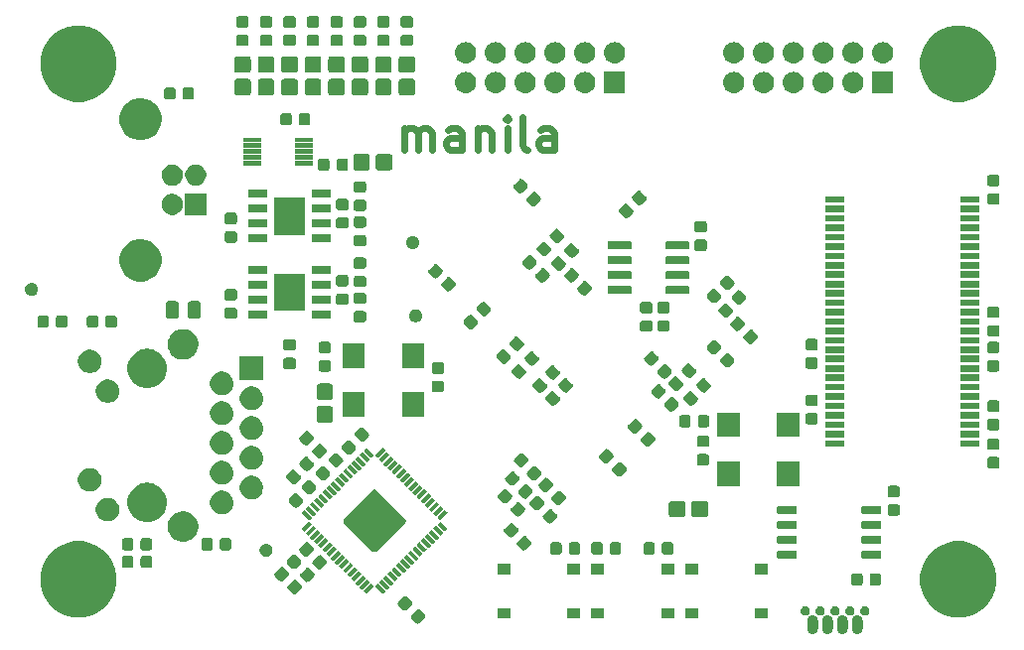
<source format=gbr>
G04 #@! TF.GenerationSoftware,KiCad,Pcbnew,5.1.4*
G04 #@! TF.CreationDate,2019-10-19T22:41:37+01:00*
G04 #@! TF.ProjectId,manila_ice,6d616e69-6c61-45f6-9963-652e6b696361,rev?*
G04 #@! TF.SameCoordinates,Original*
G04 #@! TF.FileFunction,Soldermask,Top*
G04 #@! TF.FilePolarity,Negative*
%FSLAX46Y46*%
G04 Gerber Fmt 4.6, Leading zero omitted, Abs format (unit mm)*
G04 Created by KiCad (PCBNEW 5.1.4) date 2019-10-19 22:41:37*
%MOMM*%
%LPD*%
G04 APERTURE LIST*
%ADD10C,0.600000*%
%ADD11C,0.100000*%
G04 APERTURE END LIST*
D10*
X146550000Y-82366666D02*
X146550000Y-80500000D01*
X146550000Y-80766666D02*
X146683333Y-80633333D01*
X146950000Y-80500000D01*
X147350000Y-80500000D01*
X147616666Y-80633333D01*
X147750000Y-80900000D01*
X147750000Y-82366666D01*
X147750000Y-80900000D02*
X147883333Y-80633333D01*
X148150000Y-80500000D01*
X148550000Y-80500000D01*
X148816666Y-80633333D01*
X148950000Y-80900000D01*
X148950000Y-82366666D01*
X151483333Y-82366666D02*
X151483333Y-80900000D01*
X151350000Y-80633333D01*
X151083333Y-80500000D01*
X150550000Y-80500000D01*
X150283333Y-80633333D01*
X151483333Y-82233333D02*
X151216666Y-82366666D01*
X150550000Y-82366666D01*
X150283333Y-82233333D01*
X150150000Y-81966666D01*
X150150000Y-81700000D01*
X150283333Y-81433333D01*
X150550000Y-81300000D01*
X151216666Y-81300000D01*
X151483333Y-81166666D01*
X152816666Y-80500000D02*
X152816666Y-82366666D01*
X152816666Y-80766666D02*
X152950000Y-80633333D01*
X153216666Y-80500000D01*
X153616666Y-80500000D01*
X153883333Y-80633333D01*
X154016666Y-80900000D01*
X154016666Y-82366666D01*
X155350000Y-82366666D02*
X155350000Y-80500000D01*
X155350000Y-79566666D02*
X155216666Y-79700000D01*
X155350000Y-79833333D01*
X155483333Y-79700000D01*
X155350000Y-79566666D01*
X155350000Y-79833333D01*
X157083333Y-82366666D02*
X156816666Y-82233333D01*
X156683333Y-81966666D01*
X156683333Y-79566666D01*
X159350000Y-82366666D02*
X159350000Y-80900000D01*
X159216666Y-80633333D01*
X158950000Y-80500000D01*
X158416666Y-80500000D01*
X158150000Y-80633333D01*
X159350000Y-82233333D02*
X159083333Y-82366666D01*
X158416666Y-82366666D01*
X158150000Y-82233333D01*
X158016666Y-81966666D01*
X158016666Y-81700000D01*
X158150000Y-81433333D01*
X158416666Y-81300000D01*
X159083333Y-81300000D01*
X159350000Y-81166666D01*
D11*
G36*
X181483411Y-122055526D02*
G01*
X181498608Y-122060136D01*
X181568424Y-122081314D01*
X181616518Y-122107021D01*
X181646778Y-122123195D01*
X181715448Y-122179552D01*
X181771805Y-122248222D01*
X181771807Y-122248226D01*
X181813686Y-122326575D01*
X181839474Y-122411589D01*
X181846000Y-122477846D01*
X181846000Y-123222154D01*
X181839474Y-123288411D01*
X181813686Y-123373425D01*
X181776596Y-123442815D01*
X181771805Y-123451778D01*
X181715448Y-123520448D01*
X181646778Y-123576805D01*
X181646774Y-123576807D01*
X181568425Y-123618686D01*
X181511749Y-123635878D01*
X181483412Y-123644474D01*
X181395000Y-123653182D01*
X181306589Y-123644474D01*
X181278252Y-123635878D01*
X181221576Y-123618686D01*
X181143227Y-123576807D01*
X181143223Y-123576805D01*
X181074553Y-123520448D01*
X181018196Y-123451778D01*
X181013405Y-123442815D01*
X180976315Y-123373425D01*
X180950527Y-123288411D01*
X180944001Y-123222154D01*
X180944000Y-122477847D01*
X180950526Y-122411590D01*
X180950527Y-122411588D01*
X180967366Y-122356075D01*
X180976314Y-122326576D01*
X181015343Y-122253558D01*
X181018195Y-122248222D01*
X181074552Y-122179552D01*
X181143222Y-122123195D01*
X181152185Y-122118404D01*
X181221575Y-122081314D01*
X181291391Y-122060136D01*
X181306588Y-122055526D01*
X181395000Y-122046818D01*
X181483411Y-122055526D01*
X181483411Y-122055526D01*
G37*
G36*
X182753411Y-122055526D02*
G01*
X182768608Y-122060136D01*
X182838424Y-122081314D01*
X182886518Y-122107021D01*
X182916778Y-122123195D01*
X182985448Y-122179552D01*
X183041805Y-122248222D01*
X183041807Y-122248226D01*
X183083686Y-122326575D01*
X183109474Y-122411589D01*
X183116000Y-122477846D01*
X183116000Y-123222154D01*
X183109474Y-123288411D01*
X183083686Y-123373425D01*
X183046596Y-123442815D01*
X183041805Y-123451778D01*
X182985448Y-123520448D01*
X182916778Y-123576805D01*
X182916774Y-123576807D01*
X182838425Y-123618686D01*
X182781749Y-123635878D01*
X182753412Y-123644474D01*
X182665000Y-123653182D01*
X182576589Y-123644474D01*
X182548252Y-123635878D01*
X182491576Y-123618686D01*
X182413227Y-123576807D01*
X182413223Y-123576805D01*
X182344553Y-123520448D01*
X182288196Y-123451778D01*
X182283405Y-123442815D01*
X182246315Y-123373425D01*
X182220527Y-123288411D01*
X182214001Y-123222154D01*
X182214000Y-122477847D01*
X182220526Y-122411590D01*
X182220527Y-122411588D01*
X182237366Y-122356075D01*
X182246314Y-122326576D01*
X182285343Y-122253558D01*
X182288195Y-122248222D01*
X182344552Y-122179552D01*
X182413222Y-122123195D01*
X182422185Y-122118404D01*
X182491575Y-122081314D01*
X182561391Y-122060136D01*
X182576588Y-122055526D01*
X182665000Y-122046818D01*
X182753411Y-122055526D01*
X182753411Y-122055526D01*
G37*
G36*
X185293411Y-122055526D02*
G01*
X185308608Y-122060136D01*
X185378424Y-122081314D01*
X185426518Y-122107021D01*
X185456778Y-122123195D01*
X185525448Y-122179552D01*
X185581805Y-122248222D01*
X185581807Y-122248226D01*
X185623686Y-122326575D01*
X185649474Y-122411589D01*
X185656000Y-122477846D01*
X185656000Y-123222154D01*
X185649474Y-123288411D01*
X185623686Y-123373425D01*
X185586596Y-123442815D01*
X185581805Y-123451778D01*
X185525448Y-123520448D01*
X185456778Y-123576805D01*
X185456774Y-123576807D01*
X185378425Y-123618686D01*
X185321749Y-123635878D01*
X185293412Y-123644474D01*
X185205000Y-123653182D01*
X185116589Y-123644474D01*
X185088252Y-123635878D01*
X185031576Y-123618686D01*
X184953227Y-123576807D01*
X184953223Y-123576805D01*
X184884553Y-123520448D01*
X184828196Y-123451778D01*
X184823405Y-123442815D01*
X184786315Y-123373425D01*
X184760527Y-123288411D01*
X184754001Y-123222154D01*
X184754000Y-122477847D01*
X184760526Y-122411590D01*
X184760527Y-122411588D01*
X184777366Y-122356075D01*
X184786314Y-122326576D01*
X184825343Y-122253558D01*
X184828195Y-122248222D01*
X184884552Y-122179552D01*
X184953222Y-122123195D01*
X184962185Y-122118404D01*
X185031575Y-122081314D01*
X185101391Y-122060136D01*
X185116588Y-122055526D01*
X185205000Y-122046818D01*
X185293411Y-122055526D01*
X185293411Y-122055526D01*
G37*
G36*
X184023411Y-122055526D02*
G01*
X184038608Y-122060136D01*
X184108424Y-122081314D01*
X184156518Y-122107021D01*
X184186778Y-122123195D01*
X184255448Y-122179552D01*
X184311805Y-122248222D01*
X184311807Y-122248226D01*
X184353686Y-122326575D01*
X184379474Y-122411589D01*
X184386000Y-122477846D01*
X184386000Y-123222154D01*
X184379474Y-123288411D01*
X184353686Y-123373425D01*
X184316596Y-123442815D01*
X184311805Y-123451778D01*
X184255448Y-123520448D01*
X184186778Y-123576805D01*
X184186774Y-123576807D01*
X184108425Y-123618686D01*
X184051749Y-123635878D01*
X184023412Y-123644474D01*
X183935000Y-123653182D01*
X183846589Y-123644474D01*
X183818252Y-123635878D01*
X183761576Y-123618686D01*
X183683227Y-123576807D01*
X183683223Y-123576805D01*
X183614553Y-123520448D01*
X183558196Y-123451778D01*
X183553405Y-123442815D01*
X183516315Y-123373425D01*
X183490527Y-123288411D01*
X183484001Y-123222154D01*
X183484000Y-122477847D01*
X183490526Y-122411590D01*
X183490527Y-122411588D01*
X183507366Y-122356075D01*
X183516314Y-122326576D01*
X183555343Y-122253558D01*
X183558195Y-122248222D01*
X183614552Y-122179552D01*
X183683222Y-122123195D01*
X183692185Y-122118404D01*
X183761575Y-122081314D01*
X183831391Y-122060136D01*
X183846588Y-122055526D01*
X183935000Y-122046818D01*
X184023411Y-122055526D01*
X184023411Y-122055526D01*
G37*
G36*
X147826637Y-121535930D02*
G01*
X147868249Y-121548553D01*
X147906592Y-121569048D01*
X147941908Y-121598030D01*
X148315664Y-121971786D01*
X148344646Y-122007102D01*
X148365141Y-122045445D01*
X148377764Y-122087057D01*
X148382026Y-122130330D01*
X148377764Y-122173603D01*
X148365141Y-122215215D01*
X148344646Y-122253558D01*
X148315664Y-122288874D01*
X147888874Y-122715664D01*
X147853558Y-122744646D01*
X147815215Y-122765141D01*
X147773603Y-122777764D01*
X147730330Y-122782026D01*
X147687057Y-122777764D01*
X147645445Y-122765141D01*
X147607102Y-122744646D01*
X147571786Y-122715664D01*
X147198030Y-122341908D01*
X147169048Y-122306592D01*
X147148553Y-122268249D01*
X147135930Y-122226637D01*
X147131668Y-122183364D01*
X147135930Y-122140091D01*
X147148553Y-122098479D01*
X147169048Y-122060136D01*
X147198030Y-122024820D01*
X147624820Y-121598030D01*
X147660136Y-121569048D01*
X147698479Y-121548553D01*
X147740091Y-121535930D01*
X147783364Y-121531668D01*
X147826637Y-121535930D01*
X147826637Y-121535930D01*
G37*
G36*
X171601000Y-122301000D02*
G01*
X170499000Y-122301000D01*
X170499000Y-121449000D01*
X171601000Y-121449000D01*
X171601000Y-122301000D01*
X171601000Y-122301000D01*
G37*
G36*
X169601000Y-122301000D02*
G01*
X168499000Y-122301000D01*
X168499000Y-121449000D01*
X169601000Y-121449000D01*
X169601000Y-122301000D01*
X169601000Y-122301000D01*
G37*
G36*
X163601000Y-122301000D02*
G01*
X162499000Y-122301000D01*
X162499000Y-121449000D01*
X163601000Y-121449000D01*
X163601000Y-122301000D01*
X163601000Y-122301000D01*
G37*
G36*
X161601000Y-122301000D02*
G01*
X160499000Y-122301000D01*
X160499000Y-121449000D01*
X161601000Y-121449000D01*
X161601000Y-122301000D01*
X161601000Y-122301000D01*
G37*
G36*
X177601000Y-122301000D02*
G01*
X176499000Y-122301000D01*
X176499000Y-121449000D01*
X177601000Y-121449000D01*
X177601000Y-122301000D01*
X177601000Y-122301000D01*
G37*
G36*
X155601000Y-122301000D02*
G01*
X154499000Y-122301000D01*
X154499000Y-121449000D01*
X155601000Y-121449000D01*
X155601000Y-122301000D01*
X155601000Y-122301000D01*
G37*
G36*
X194748282Y-115873934D02*
G01*
X195339926Y-116119001D01*
X195872392Y-116474784D01*
X196325216Y-116927608D01*
X196680999Y-117460074D01*
X196926066Y-118051718D01*
X197051000Y-118679804D01*
X197051000Y-119320196D01*
X196926066Y-119948282D01*
X196680999Y-120539926D01*
X196325216Y-121072392D01*
X195872392Y-121525216D01*
X195339926Y-121880999D01*
X194748282Y-122126066D01*
X194120196Y-122251000D01*
X193479804Y-122251000D01*
X192851718Y-122126066D01*
X192260074Y-121880999D01*
X191727608Y-121525216D01*
X191274784Y-121072392D01*
X190919001Y-120539926D01*
X190673934Y-119948282D01*
X190549000Y-119320196D01*
X190549000Y-118679804D01*
X190673934Y-118051718D01*
X190919001Y-117460074D01*
X191274784Y-116927608D01*
X191727608Y-116474784D01*
X192260074Y-116119001D01*
X192851718Y-115873934D01*
X193479804Y-115749000D01*
X194120196Y-115749000D01*
X194748282Y-115873934D01*
X194748282Y-115873934D01*
G37*
G36*
X119748282Y-115873934D02*
G01*
X120339926Y-116119001D01*
X120872392Y-116474784D01*
X121325216Y-116927608D01*
X121680999Y-117460074D01*
X121926066Y-118051718D01*
X122051000Y-118679804D01*
X122051000Y-119320196D01*
X121926066Y-119948282D01*
X121680999Y-120539926D01*
X121325216Y-121072392D01*
X120872392Y-121525216D01*
X120339926Y-121880999D01*
X119748282Y-122126066D01*
X119120196Y-122251000D01*
X118479804Y-122251000D01*
X117851718Y-122126066D01*
X117260074Y-121880999D01*
X116727608Y-121525216D01*
X116274784Y-121072392D01*
X115919001Y-120539926D01*
X115673934Y-119948282D01*
X115549000Y-119320196D01*
X115549000Y-118679804D01*
X115673934Y-118051718D01*
X115919001Y-117460074D01*
X116274784Y-116927608D01*
X116727608Y-116474784D01*
X117260074Y-116119001D01*
X117851718Y-115873934D01*
X118479804Y-115749000D01*
X119120196Y-115749000D01*
X119748282Y-115873934D01*
X119748282Y-115873934D01*
G37*
G36*
X183416967Y-121309410D02*
G01*
X183489945Y-121339639D01*
X183555623Y-121383523D01*
X183611477Y-121439377D01*
X183633419Y-121472217D01*
X183655361Y-121505055D01*
X183685590Y-121578033D01*
X183701000Y-121655505D01*
X183701000Y-121734495D01*
X183685590Y-121811967D01*
X183655361Y-121884945D01*
X183611477Y-121950623D01*
X183555623Y-122006477D01*
X183528170Y-122024820D01*
X183489945Y-122050361D01*
X183416967Y-122080590D01*
X183339495Y-122096000D01*
X183260505Y-122096000D01*
X183183033Y-122080590D01*
X183110055Y-122050361D01*
X183071830Y-122024820D01*
X183044377Y-122006477D01*
X182988523Y-121950623D01*
X182944639Y-121884945D01*
X182914410Y-121811967D01*
X182899000Y-121734495D01*
X182899000Y-121655505D01*
X182914410Y-121578033D01*
X182944639Y-121505055D01*
X182966581Y-121472217D01*
X182988523Y-121439377D01*
X183044377Y-121383523D01*
X183110055Y-121339639D01*
X183183033Y-121309410D01*
X183260505Y-121294000D01*
X183339495Y-121294000D01*
X183416967Y-121309410D01*
X183416967Y-121309410D01*
G37*
G36*
X180876967Y-121309410D02*
G01*
X180949945Y-121339639D01*
X181015623Y-121383523D01*
X181071477Y-121439377D01*
X181093419Y-121472217D01*
X181115361Y-121505055D01*
X181145590Y-121578033D01*
X181161000Y-121655505D01*
X181161000Y-121734495D01*
X181145590Y-121811967D01*
X181115361Y-121884945D01*
X181071477Y-121950623D01*
X181015623Y-122006477D01*
X180988170Y-122024820D01*
X180949945Y-122050361D01*
X180876967Y-122080590D01*
X180799495Y-122096000D01*
X180720505Y-122096000D01*
X180643033Y-122080590D01*
X180570055Y-122050361D01*
X180531830Y-122024820D01*
X180504377Y-122006477D01*
X180448523Y-121950623D01*
X180404639Y-121884945D01*
X180374410Y-121811967D01*
X180359000Y-121734495D01*
X180359000Y-121655505D01*
X180374410Y-121578033D01*
X180404639Y-121505055D01*
X180426581Y-121472217D01*
X180448523Y-121439377D01*
X180504377Y-121383523D01*
X180570055Y-121339639D01*
X180643033Y-121309410D01*
X180720505Y-121294000D01*
X180799495Y-121294000D01*
X180876967Y-121309410D01*
X180876967Y-121309410D01*
G37*
G36*
X182146967Y-121309410D02*
G01*
X182219945Y-121339639D01*
X182285623Y-121383523D01*
X182341477Y-121439377D01*
X182363419Y-121472217D01*
X182385361Y-121505055D01*
X182415590Y-121578033D01*
X182431000Y-121655505D01*
X182431000Y-121734495D01*
X182415590Y-121811967D01*
X182385361Y-121884945D01*
X182341477Y-121950623D01*
X182285623Y-122006477D01*
X182258170Y-122024820D01*
X182219945Y-122050361D01*
X182146967Y-122080590D01*
X182069495Y-122096000D01*
X181990505Y-122096000D01*
X181913033Y-122080590D01*
X181840055Y-122050361D01*
X181801830Y-122024820D01*
X181774377Y-122006477D01*
X181718523Y-121950623D01*
X181674639Y-121884945D01*
X181644410Y-121811967D01*
X181629000Y-121734495D01*
X181629000Y-121655505D01*
X181644410Y-121578033D01*
X181674639Y-121505055D01*
X181696581Y-121472217D01*
X181718523Y-121439377D01*
X181774377Y-121383523D01*
X181840055Y-121339639D01*
X181913033Y-121309410D01*
X181990505Y-121294000D01*
X182069495Y-121294000D01*
X182146967Y-121309410D01*
X182146967Y-121309410D01*
G37*
G36*
X184686967Y-121309410D02*
G01*
X184759945Y-121339639D01*
X184825623Y-121383523D01*
X184881477Y-121439377D01*
X184903419Y-121472217D01*
X184925361Y-121505055D01*
X184955590Y-121578033D01*
X184971000Y-121655505D01*
X184971000Y-121734495D01*
X184955590Y-121811967D01*
X184925361Y-121884945D01*
X184881477Y-121950623D01*
X184825623Y-122006477D01*
X184798170Y-122024820D01*
X184759945Y-122050361D01*
X184686967Y-122080590D01*
X184609495Y-122096000D01*
X184530505Y-122096000D01*
X184453033Y-122080590D01*
X184380055Y-122050361D01*
X184341830Y-122024820D01*
X184314377Y-122006477D01*
X184258523Y-121950623D01*
X184214639Y-121884945D01*
X184184410Y-121811967D01*
X184169000Y-121734495D01*
X184169000Y-121655505D01*
X184184410Y-121578033D01*
X184214639Y-121505055D01*
X184236581Y-121472217D01*
X184258523Y-121439377D01*
X184314377Y-121383523D01*
X184380055Y-121339639D01*
X184453033Y-121309410D01*
X184530505Y-121294000D01*
X184609495Y-121294000D01*
X184686967Y-121309410D01*
X184686967Y-121309410D01*
G37*
G36*
X185956967Y-121309410D02*
G01*
X186029945Y-121339639D01*
X186095623Y-121383523D01*
X186151477Y-121439377D01*
X186173419Y-121472217D01*
X186195361Y-121505055D01*
X186225590Y-121578033D01*
X186241000Y-121655505D01*
X186241000Y-121734495D01*
X186225590Y-121811967D01*
X186195361Y-121884945D01*
X186151477Y-121950623D01*
X186095623Y-122006477D01*
X186068170Y-122024820D01*
X186029945Y-122050361D01*
X185956967Y-122080590D01*
X185879495Y-122096000D01*
X185800505Y-122096000D01*
X185723033Y-122080590D01*
X185650055Y-122050361D01*
X185611830Y-122024820D01*
X185584377Y-122006477D01*
X185528523Y-121950623D01*
X185484639Y-121884945D01*
X185454410Y-121811967D01*
X185439000Y-121734495D01*
X185439000Y-121655505D01*
X185454410Y-121578033D01*
X185484639Y-121505055D01*
X185506581Y-121472217D01*
X185528523Y-121439377D01*
X185584377Y-121383523D01*
X185650055Y-121339639D01*
X185723033Y-121309410D01*
X185800505Y-121294000D01*
X185879495Y-121294000D01*
X185956967Y-121309410D01*
X185956967Y-121309410D01*
G37*
G36*
X146712943Y-120422236D02*
G01*
X146754555Y-120434859D01*
X146792898Y-120455354D01*
X146828214Y-120484336D01*
X147201970Y-120858092D01*
X147230952Y-120893408D01*
X147251447Y-120931751D01*
X147264070Y-120973363D01*
X147268332Y-121016636D01*
X147264070Y-121059909D01*
X147251447Y-121101521D01*
X147230952Y-121139864D01*
X147201970Y-121175180D01*
X146775180Y-121601970D01*
X146739864Y-121630952D01*
X146701521Y-121651447D01*
X146659909Y-121664070D01*
X146616636Y-121668332D01*
X146573363Y-121664070D01*
X146531751Y-121651447D01*
X146493408Y-121630952D01*
X146458092Y-121601970D01*
X146084336Y-121228214D01*
X146055354Y-121192898D01*
X146034859Y-121154555D01*
X146022236Y-121112943D01*
X146017974Y-121069670D01*
X146022236Y-121026397D01*
X146034859Y-120984785D01*
X146055354Y-120946442D01*
X146084336Y-120911126D01*
X146511126Y-120484336D01*
X146546442Y-120455354D01*
X146584785Y-120434859D01*
X146626397Y-120422236D01*
X146669670Y-120417974D01*
X146712943Y-120422236D01*
X146712943Y-120422236D01*
G37*
G36*
X137319790Y-119029083D02*
G01*
X137361402Y-119041706D01*
X137399745Y-119062201D01*
X137435061Y-119091183D01*
X137808817Y-119464939D01*
X137837799Y-119500255D01*
X137858294Y-119538598D01*
X137870917Y-119580210D01*
X137875179Y-119623483D01*
X137870917Y-119666756D01*
X137858294Y-119708368D01*
X137837799Y-119746711D01*
X137808817Y-119782027D01*
X137382027Y-120208817D01*
X137346711Y-120237799D01*
X137308368Y-120258294D01*
X137266756Y-120270917D01*
X137223483Y-120275179D01*
X137180210Y-120270917D01*
X137138598Y-120258294D01*
X137100255Y-120237799D01*
X137064939Y-120208817D01*
X136691183Y-119835061D01*
X136662201Y-119799745D01*
X136641706Y-119761402D01*
X136629083Y-119719790D01*
X136624821Y-119676517D01*
X136629083Y-119633244D01*
X136641706Y-119591632D01*
X136662201Y-119553289D01*
X136691183Y-119517973D01*
X137117973Y-119091183D01*
X137153289Y-119062201D01*
X137191632Y-119041706D01*
X137233244Y-119029083D01*
X137276517Y-119024821D01*
X137319790Y-119029083D01*
X137319790Y-119029083D01*
G37*
G36*
X143779949Y-119365962D02*
G01*
X143792245Y-119369692D01*
X143803582Y-119375752D01*
X143815209Y-119385294D01*
X143968007Y-119538092D01*
X143977549Y-119549719D01*
X143983609Y-119561056D01*
X143987339Y-119573352D01*
X143988599Y-119586144D01*
X143987339Y-119598936D01*
X143983609Y-119611232D01*
X143977549Y-119622569D01*
X143968007Y-119634196D01*
X143408623Y-120193580D01*
X143396996Y-120203122D01*
X143385659Y-120209182D01*
X143373363Y-120212912D01*
X143360571Y-120214172D01*
X143347779Y-120212912D01*
X143335483Y-120209182D01*
X143324146Y-120203122D01*
X143312519Y-120193580D01*
X143159721Y-120040782D01*
X143150179Y-120029155D01*
X143144119Y-120017818D01*
X143140389Y-120005522D01*
X143139129Y-119992730D01*
X143140389Y-119979938D01*
X143144119Y-119967642D01*
X143150179Y-119956305D01*
X143159721Y-119944678D01*
X143719105Y-119385294D01*
X143730732Y-119375752D01*
X143742069Y-119369692D01*
X143754365Y-119365962D01*
X143767157Y-119364702D01*
X143779949Y-119365962D01*
X143779949Y-119365962D01*
G37*
G36*
X144345635Y-119365962D02*
G01*
X144357931Y-119369692D01*
X144369268Y-119375752D01*
X144380895Y-119385294D01*
X144940279Y-119944678D01*
X144949821Y-119956305D01*
X144955881Y-119967642D01*
X144959611Y-119979938D01*
X144960871Y-119992730D01*
X144959611Y-120005522D01*
X144955881Y-120017818D01*
X144949821Y-120029155D01*
X144940279Y-120040782D01*
X144787481Y-120193580D01*
X144775854Y-120203122D01*
X144764517Y-120209182D01*
X144752221Y-120212912D01*
X144739429Y-120214172D01*
X144726637Y-120212912D01*
X144714341Y-120209182D01*
X144703004Y-120203122D01*
X144691377Y-120193580D01*
X144131993Y-119634196D01*
X144122451Y-119622569D01*
X144116391Y-119611232D01*
X144112661Y-119598936D01*
X144111401Y-119586144D01*
X144112661Y-119573352D01*
X144116391Y-119561056D01*
X144122451Y-119549719D01*
X144131993Y-119538092D01*
X144284791Y-119385294D01*
X144296418Y-119375752D01*
X144307755Y-119369692D01*
X144320051Y-119365962D01*
X144332843Y-119364702D01*
X144345635Y-119365962D01*
X144345635Y-119365962D01*
G37*
G36*
X144699188Y-119012408D02*
G01*
X144711484Y-119016138D01*
X144722821Y-119022198D01*
X144734448Y-119031740D01*
X145293832Y-119591124D01*
X145303374Y-119602751D01*
X145309434Y-119614088D01*
X145313164Y-119626384D01*
X145314424Y-119639176D01*
X145313164Y-119651968D01*
X145309434Y-119664264D01*
X145303374Y-119675601D01*
X145293832Y-119687228D01*
X145141034Y-119840026D01*
X145129407Y-119849568D01*
X145118070Y-119855628D01*
X145105774Y-119859358D01*
X145092982Y-119860618D01*
X145080190Y-119859358D01*
X145067894Y-119855628D01*
X145056557Y-119849568D01*
X145044930Y-119840026D01*
X144485546Y-119280642D01*
X144476004Y-119269015D01*
X144469944Y-119257678D01*
X144466214Y-119245382D01*
X144464954Y-119232590D01*
X144466214Y-119219798D01*
X144469944Y-119207502D01*
X144476004Y-119196165D01*
X144485546Y-119184538D01*
X144638344Y-119031740D01*
X144649971Y-119022198D01*
X144661308Y-119016138D01*
X144673604Y-119012408D01*
X144686396Y-119011148D01*
X144699188Y-119012408D01*
X144699188Y-119012408D01*
G37*
G36*
X143426396Y-119012408D02*
G01*
X143438692Y-119016138D01*
X143450029Y-119022198D01*
X143461656Y-119031740D01*
X143614454Y-119184538D01*
X143623996Y-119196165D01*
X143630056Y-119207502D01*
X143633786Y-119219798D01*
X143635046Y-119232590D01*
X143633786Y-119245382D01*
X143630056Y-119257678D01*
X143623996Y-119269015D01*
X143614454Y-119280642D01*
X143055070Y-119840026D01*
X143043443Y-119849568D01*
X143032106Y-119855628D01*
X143019810Y-119859358D01*
X143007018Y-119860618D01*
X142994226Y-119859358D01*
X142981930Y-119855628D01*
X142970593Y-119849568D01*
X142958966Y-119840026D01*
X142806168Y-119687228D01*
X142796626Y-119675601D01*
X142790566Y-119664264D01*
X142786836Y-119651968D01*
X142785576Y-119639176D01*
X142786836Y-119626384D01*
X142790566Y-119614088D01*
X142796626Y-119602751D01*
X142806168Y-119591124D01*
X143365552Y-119031740D01*
X143377179Y-119022198D01*
X143388516Y-119016138D01*
X143400812Y-119012408D01*
X143413604Y-119011148D01*
X143426396Y-119012408D01*
X143426396Y-119012408D01*
G37*
G36*
X187059748Y-118478477D02*
G01*
X187101360Y-118491100D01*
X187139703Y-118511595D01*
X187173319Y-118539181D01*
X187200905Y-118572797D01*
X187221400Y-118611140D01*
X187234023Y-118652752D01*
X187238500Y-118698209D01*
X187238500Y-119301791D01*
X187234023Y-119347248D01*
X187221400Y-119388860D01*
X187200905Y-119427203D01*
X187173319Y-119460819D01*
X187139703Y-119488405D01*
X187101360Y-119508900D01*
X187059748Y-119521523D01*
X187014291Y-119526000D01*
X186485709Y-119526000D01*
X186440252Y-119521523D01*
X186398640Y-119508900D01*
X186360297Y-119488405D01*
X186326681Y-119460819D01*
X186299095Y-119427203D01*
X186278600Y-119388860D01*
X186265977Y-119347248D01*
X186261500Y-119301791D01*
X186261500Y-118698209D01*
X186265977Y-118652752D01*
X186278600Y-118611140D01*
X186299095Y-118572797D01*
X186326681Y-118539181D01*
X186360297Y-118511595D01*
X186398640Y-118491100D01*
X186440252Y-118478477D01*
X186485709Y-118474000D01*
X187014291Y-118474000D01*
X187059748Y-118478477D01*
X187059748Y-118478477D01*
G37*
G36*
X185484748Y-118478477D02*
G01*
X185526360Y-118491100D01*
X185564703Y-118511595D01*
X185598319Y-118539181D01*
X185625905Y-118572797D01*
X185646400Y-118611140D01*
X185659023Y-118652752D01*
X185663500Y-118698209D01*
X185663500Y-119301791D01*
X185659023Y-119347248D01*
X185646400Y-119388860D01*
X185625905Y-119427203D01*
X185598319Y-119460819D01*
X185564703Y-119488405D01*
X185526360Y-119508900D01*
X185484748Y-119521523D01*
X185439291Y-119526000D01*
X184910709Y-119526000D01*
X184865252Y-119521523D01*
X184823640Y-119508900D01*
X184785297Y-119488405D01*
X184751681Y-119460819D01*
X184724095Y-119427203D01*
X184703600Y-119388860D01*
X184690977Y-119347248D01*
X184686500Y-119301791D01*
X184686500Y-118698209D01*
X184690977Y-118652752D01*
X184703600Y-118611140D01*
X184724095Y-118572797D01*
X184751681Y-118539181D01*
X184785297Y-118511595D01*
X184823640Y-118491100D01*
X184865252Y-118478477D01*
X184910709Y-118474000D01*
X185439291Y-118474000D01*
X185484748Y-118478477D01*
X185484748Y-118478477D01*
G37*
G36*
X143072842Y-118658855D02*
G01*
X143085138Y-118662585D01*
X143096475Y-118668645D01*
X143108102Y-118678187D01*
X143260900Y-118830985D01*
X143270442Y-118842612D01*
X143276502Y-118853949D01*
X143280232Y-118866245D01*
X143281492Y-118879037D01*
X143280232Y-118891829D01*
X143276502Y-118904125D01*
X143270442Y-118915462D01*
X143260900Y-118927089D01*
X142701516Y-119486473D01*
X142689889Y-119496015D01*
X142678552Y-119502075D01*
X142666256Y-119505805D01*
X142653464Y-119507065D01*
X142640672Y-119505805D01*
X142628376Y-119502075D01*
X142617039Y-119496015D01*
X142605412Y-119486473D01*
X142452614Y-119333675D01*
X142443072Y-119322048D01*
X142437012Y-119310711D01*
X142433282Y-119298415D01*
X142432022Y-119285623D01*
X142433282Y-119272831D01*
X142437012Y-119260535D01*
X142443072Y-119249198D01*
X142452614Y-119237571D01*
X143011998Y-118678187D01*
X143023625Y-118668645D01*
X143034962Y-118662585D01*
X143047258Y-118658855D01*
X143060050Y-118657595D01*
X143072842Y-118658855D01*
X143072842Y-118658855D01*
G37*
G36*
X145052742Y-118658855D02*
G01*
X145065038Y-118662585D01*
X145076375Y-118668645D01*
X145088002Y-118678187D01*
X145647386Y-119237571D01*
X145656928Y-119249198D01*
X145662988Y-119260535D01*
X145666718Y-119272831D01*
X145667978Y-119285623D01*
X145666718Y-119298415D01*
X145662988Y-119310711D01*
X145656928Y-119322048D01*
X145647386Y-119333675D01*
X145494588Y-119486473D01*
X145482961Y-119496015D01*
X145471624Y-119502075D01*
X145459328Y-119505805D01*
X145446536Y-119507065D01*
X145433744Y-119505805D01*
X145421448Y-119502075D01*
X145410111Y-119496015D01*
X145398484Y-119486473D01*
X144839100Y-118927089D01*
X144829558Y-118915462D01*
X144823498Y-118904125D01*
X144819768Y-118891829D01*
X144818508Y-118879037D01*
X144819768Y-118866245D01*
X144823498Y-118853949D01*
X144829558Y-118842612D01*
X144839100Y-118830985D01*
X144991898Y-118678187D01*
X145003525Y-118668645D01*
X145014862Y-118662585D01*
X145027158Y-118658855D01*
X145039950Y-118657595D01*
X145052742Y-118658855D01*
X145052742Y-118658855D01*
G37*
G36*
X138369790Y-117979083D02*
G01*
X138411402Y-117991706D01*
X138449745Y-118012201D01*
X138485061Y-118041183D01*
X138858817Y-118414939D01*
X138887799Y-118450255D01*
X138908294Y-118488598D01*
X138920917Y-118530210D01*
X138925179Y-118573483D01*
X138920917Y-118616756D01*
X138908294Y-118658368D01*
X138887799Y-118696711D01*
X138858817Y-118732027D01*
X138432027Y-119158817D01*
X138396711Y-119187799D01*
X138358368Y-119208294D01*
X138316756Y-119220917D01*
X138273483Y-119225179D01*
X138230210Y-119220917D01*
X138188598Y-119208294D01*
X138150255Y-119187799D01*
X138114939Y-119158817D01*
X137741183Y-118785061D01*
X137712201Y-118749745D01*
X137691706Y-118711402D01*
X137679083Y-118669790D01*
X137674821Y-118626517D01*
X137679083Y-118583244D01*
X137691706Y-118541632D01*
X137712201Y-118503289D01*
X137741183Y-118467973D01*
X138167973Y-118041183D01*
X138203289Y-118012201D01*
X138241632Y-117991706D01*
X138283244Y-117979083D01*
X138326517Y-117974821D01*
X138369790Y-117979083D01*
X138369790Y-117979083D01*
G37*
G36*
X136206096Y-117915389D02*
G01*
X136247708Y-117928012D01*
X136286051Y-117948507D01*
X136321367Y-117977489D01*
X136695123Y-118351245D01*
X136724105Y-118386561D01*
X136744600Y-118424904D01*
X136757223Y-118466516D01*
X136761485Y-118509789D01*
X136757223Y-118553062D01*
X136744600Y-118594674D01*
X136724105Y-118633017D01*
X136695123Y-118668333D01*
X136268333Y-119095123D01*
X136233017Y-119124105D01*
X136194674Y-119144600D01*
X136153062Y-119157223D01*
X136109789Y-119161485D01*
X136066516Y-119157223D01*
X136024904Y-119144600D01*
X135986561Y-119124105D01*
X135951245Y-119095123D01*
X135577489Y-118721367D01*
X135548507Y-118686051D01*
X135528012Y-118647708D01*
X135515389Y-118606096D01*
X135511127Y-118562823D01*
X135515389Y-118519550D01*
X135528012Y-118477938D01*
X135548507Y-118439595D01*
X135577489Y-118404279D01*
X136004279Y-117977489D01*
X136039595Y-117948507D01*
X136077938Y-117928012D01*
X136119550Y-117915389D01*
X136162823Y-117911127D01*
X136206096Y-117915389D01*
X136206096Y-117915389D01*
G37*
G36*
X142719289Y-118305302D02*
G01*
X142731585Y-118309032D01*
X142742922Y-118315092D01*
X142754549Y-118324634D01*
X142907347Y-118477432D01*
X142916889Y-118489059D01*
X142922949Y-118500396D01*
X142926679Y-118512692D01*
X142927939Y-118525484D01*
X142926679Y-118538276D01*
X142922949Y-118550572D01*
X142916889Y-118561909D01*
X142907347Y-118573536D01*
X142347963Y-119132920D01*
X142336336Y-119142462D01*
X142324999Y-119148522D01*
X142312703Y-119152252D01*
X142299911Y-119153512D01*
X142287119Y-119152252D01*
X142274823Y-119148522D01*
X142263486Y-119142462D01*
X142251859Y-119132920D01*
X142099061Y-118980122D01*
X142089519Y-118968495D01*
X142083459Y-118957158D01*
X142079729Y-118944862D01*
X142078469Y-118932070D01*
X142079729Y-118919278D01*
X142083459Y-118906982D01*
X142089519Y-118895645D01*
X142099061Y-118884018D01*
X142658445Y-118324634D01*
X142670072Y-118315092D01*
X142681409Y-118309032D01*
X142693705Y-118305302D01*
X142706497Y-118304042D01*
X142719289Y-118305302D01*
X142719289Y-118305302D01*
G37*
G36*
X145406295Y-118305302D02*
G01*
X145418591Y-118309032D01*
X145429928Y-118315092D01*
X145441555Y-118324634D01*
X146000939Y-118884018D01*
X146010481Y-118895645D01*
X146016541Y-118906982D01*
X146020271Y-118919278D01*
X146021531Y-118932070D01*
X146020271Y-118944862D01*
X146016541Y-118957158D01*
X146010481Y-118968495D01*
X146000939Y-118980122D01*
X145848141Y-119132920D01*
X145836514Y-119142462D01*
X145825177Y-119148522D01*
X145812881Y-119152252D01*
X145800089Y-119153512D01*
X145787297Y-119152252D01*
X145775001Y-119148522D01*
X145763664Y-119142462D01*
X145752037Y-119132920D01*
X145192653Y-118573536D01*
X145183111Y-118561909D01*
X145177051Y-118550572D01*
X145173321Y-118538276D01*
X145172061Y-118525484D01*
X145173321Y-118512692D01*
X145177051Y-118500396D01*
X145183111Y-118489059D01*
X145192653Y-118477432D01*
X145345451Y-118324634D01*
X145357078Y-118315092D01*
X145368415Y-118309032D01*
X145380711Y-118305302D01*
X145393503Y-118304042D01*
X145406295Y-118305302D01*
X145406295Y-118305302D01*
G37*
G36*
X145759848Y-117951748D02*
G01*
X145772144Y-117955478D01*
X145783481Y-117961538D01*
X145795108Y-117971080D01*
X146354492Y-118530464D01*
X146364034Y-118542091D01*
X146370094Y-118553428D01*
X146373824Y-118565724D01*
X146375084Y-118578516D01*
X146373824Y-118591308D01*
X146370094Y-118603604D01*
X146364034Y-118614941D01*
X146354492Y-118626568D01*
X146201694Y-118779366D01*
X146190067Y-118788908D01*
X146178730Y-118794968D01*
X146166434Y-118798698D01*
X146153642Y-118799958D01*
X146140850Y-118798698D01*
X146128554Y-118794968D01*
X146117217Y-118788908D01*
X146105590Y-118779366D01*
X145546206Y-118219982D01*
X145536664Y-118208355D01*
X145530604Y-118197018D01*
X145526874Y-118184722D01*
X145525614Y-118171930D01*
X145526874Y-118159138D01*
X145530604Y-118146842D01*
X145536664Y-118135505D01*
X145546206Y-118123878D01*
X145699004Y-117971080D01*
X145710631Y-117961538D01*
X145721968Y-117955478D01*
X145734264Y-117951748D01*
X145747056Y-117950488D01*
X145759848Y-117951748D01*
X145759848Y-117951748D01*
G37*
G36*
X142365736Y-117951748D02*
G01*
X142378032Y-117955478D01*
X142389369Y-117961538D01*
X142400996Y-117971080D01*
X142553794Y-118123878D01*
X142563336Y-118135505D01*
X142569396Y-118146842D01*
X142573126Y-118159138D01*
X142574386Y-118171930D01*
X142573126Y-118184722D01*
X142569396Y-118197018D01*
X142563336Y-118208355D01*
X142553794Y-118219982D01*
X141994410Y-118779366D01*
X141982783Y-118788908D01*
X141971446Y-118794968D01*
X141959150Y-118798698D01*
X141946358Y-118799958D01*
X141933566Y-118798698D01*
X141921270Y-118794968D01*
X141909933Y-118788908D01*
X141898306Y-118779366D01*
X141745508Y-118626568D01*
X141735966Y-118614941D01*
X141729906Y-118603604D01*
X141726176Y-118591308D01*
X141724916Y-118578516D01*
X141726176Y-118565724D01*
X141729906Y-118553428D01*
X141735966Y-118542091D01*
X141745508Y-118530464D01*
X142304892Y-117971080D01*
X142316519Y-117961538D01*
X142327856Y-117955478D01*
X142340152Y-117951748D01*
X142352944Y-117950488D01*
X142365736Y-117951748D01*
X142365736Y-117951748D01*
G37*
G36*
X163601000Y-118551000D02*
G01*
X162499000Y-118551000D01*
X162499000Y-117699000D01*
X163601000Y-117699000D01*
X163601000Y-118551000D01*
X163601000Y-118551000D01*
G37*
G36*
X161601000Y-118551000D02*
G01*
X160499000Y-118551000D01*
X160499000Y-117699000D01*
X161601000Y-117699000D01*
X161601000Y-118551000D01*
X161601000Y-118551000D01*
G37*
G36*
X155601000Y-118551000D02*
G01*
X154499000Y-118551000D01*
X154499000Y-117699000D01*
X155601000Y-117699000D01*
X155601000Y-118551000D01*
X155601000Y-118551000D01*
G37*
G36*
X169601000Y-118551000D02*
G01*
X168499000Y-118551000D01*
X168499000Y-117699000D01*
X169601000Y-117699000D01*
X169601000Y-118551000D01*
X169601000Y-118551000D01*
G37*
G36*
X171601000Y-118551000D02*
G01*
X170499000Y-118551000D01*
X170499000Y-117699000D01*
X171601000Y-117699000D01*
X171601000Y-118551000D01*
X171601000Y-118551000D01*
G37*
G36*
X177601000Y-118551000D02*
G01*
X176499000Y-118551000D01*
X176499000Y-117699000D01*
X177601000Y-117699000D01*
X177601000Y-118551000D01*
X177601000Y-118551000D01*
G37*
G36*
X142012182Y-117598195D02*
G01*
X142024478Y-117601925D01*
X142035815Y-117607985D01*
X142047442Y-117617527D01*
X142200240Y-117770325D01*
X142209782Y-117781952D01*
X142215842Y-117793289D01*
X142219572Y-117805585D01*
X142220832Y-117818377D01*
X142219572Y-117831169D01*
X142215842Y-117843465D01*
X142209782Y-117854802D01*
X142200240Y-117866429D01*
X141640856Y-118425813D01*
X141629229Y-118435355D01*
X141617892Y-118441415D01*
X141605596Y-118445145D01*
X141592804Y-118446405D01*
X141580012Y-118445145D01*
X141567716Y-118441415D01*
X141556379Y-118435355D01*
X141544752Y-118425813D01*
X141391954Y-118273015D01*
X141382412Y-118261388D01*
X141376352Y-118250051D01*
X141372622Y-118237755D01*
X141371362Y-118224963D01*
X141372622Y-118212171D01*
X141376352Y-118199875D01*
X141382412Y-118188538D01*
X141391954Y-118176911D01*
X141951338Y-117617527D01*
X141962965Y-117607985D01*
X141974302Y-117601925D01*
X141986598Y-117598195D01*
X141999390Y-117596935D01*
X142012182Y-117598195D01*
X142012182Y-117598195D01*
G37*
G36*
X146113402Y-117598195D02*
G01*
X146125698Y-117601925D01*
X146137035Y-117607985D01*
X146148662Y-117617527D01*
X146708046Y-118176911D01*
X146717588Y-118188538D01*
X146723648Y-118199875D01*
X146727378Y-118212171D01*
X146728638Y-118224963D01*
X146727378Y-118237755D01*
X146723648Y-118250051D01*
X146717588Y-118261388D01*
X146708046Y-118273015D01*
X146555248Y-118425813D01*
X146543621Y-118435355D01*
X146532284Y-118441415D01*
X146519988Y-118445145D01*
X146507196Y-118446405D01*
X146494404Y-118445145D01*
X146482108Y-118441415D01*
X146470771Y-118435355D01*
X146459144Y-118425813D01*
X145899760Y-117866429D01*
X145890218Y-117854802D01*
X145884158Y-117843465D01*
X145880428Y-117831169D01*
X145879168Y-117818377D01*
X145880428Y-117805585D01*
X145884158Y-117793289D01*
X145890218Y-117781952D01*
X145899760Y-117770325D01*
X146052558Y-117617527D01*
X146064185Y-117607985D01*
X146075522Y-117601925D01*
X146087818Y-117598195D01*
X146100610Y-117596935D01*
X146113402Y-117598195D01*
X146113402Y-117598195D01*
G37*
G36*
X139426637Y-116935930D02*
G01*
X139468249Y-116948553D01*
X139506592Y-116969048D01*
X139541908Y-116998030D01*
X139915664Y-117371786D01*
X139944646Y-117407102D01*
X139965141Y-117445445D01*
X139977764Y-117487057D01*
X139982026Y-117530330D01*
X139977764Y-117573603D01*
X139965141Y-117615215D01*
X139944646Y-117653558D01*
X139915664Y-117688874D01*
X139488874Y-118115664D01*
X139453558Y-118144646D01*
X139415215Y-118165141D01*
X139373603Y-118177764D01*
X139330330Y-118182026D01*
X139287057Y-118177764D01*
X139245445Y-118165141D01*
X139207102Y-118144646D01*
X139171786Y-118115664D01*
X138798030Y-117741908D01*
X138769048Y-117706592D01*
X138748553Y-117668249D01*
X138735930Y-117626637D01*
X138731668Y-117583364D01*
X138735930Y-117540091D01*
X138748553Y-117498479D01*
X138769048Y-117460136D01*
X138798030Y-117424820D01*
X139224820Y-116998030D01*
X139260136Y-116969048D01*
X139298479Y-116948553D01*
X139340091Y-116935930D01*
X139383364Y-116931668D01*
X139426637Y-116935930D01*
X139426637Y-116935930D01*
G37*
G36*
X137256096Y-116865389D02*
G01*
X137297708Y-116878012D01*
X137336051Y-116898507D01*
X137371367Y-116927489D01*
X137745123Y-117301245D01*
X137774105Y-117336561D01*
X137794600Y-117374904D01*
X137807223Y-117416516D01*
X137811485Y-117459789D01*
X137807223Y-117503062D01*
X137794600Y-117544674D01*
X137774105Y-117583017D01*
X137745123Y-117618333D01*
X137318333Y-118045123D01*
X137283017Y-118074105D01*
X137244674Y-118094600D01*
X137203062Y-118107223D01*
X137159789Y-118111485D01*
X137116516Y-118107223D01*
X137074904Y-118094600D01*
X137036561Y-118074105D01*
X137001245Y-118045123D01*
X136627489Y-117671367D01*
X136598507Y-117636051D01*
X136578012Y-117597708D01*
X136565389Y-117556096D01*
X136561127Y-117512823D01*
X136565389Y-117469550D01*
X136578012Y-117427938D01*
X136598507Y-117389595D01*
X136627489Y-117354279D01*
X137054279Y-116927489D01*
X137089595Y-116898507D01*
X137127938Y-116878012D01*
X137169550Y-116865389D01*
X137212823Y-116861127D01*
X137256096Y-116865389D01*
X137256096Y-116865389D01*
G37*
G36*
X141658629Y-117244641D02*
G01*
X141670925Y-117248371D01*
X141682262Y-117254431D01*
X141693889Y-117263973D01*
X141846687Y-117416771D01*
X141856229Y-117428398D01*
X141862289Y-117439735D01*
X141866019Y-117452031D01*
X141867279Y-117464823D01*
X141866019Y-117477615D01*
X141862289Y-117489911D01*
X141856229Y-117501248D01*
X141846687Y-117512875D01*
X141287303Y-118072259D01*
X141275676Y-118081801D01*
X141264339Y-118087861D01*
X141252043Y-118091591D01*
X141239251Y-118092851D01*
X141226459Y-118091591D01*
X141214163Y-118087861D01*
X141202826Y-118081801D01*
X141191199Y-118072259D01*
X141038401Y-117919461D01*
X141028859Y-117907834D01*
X141022799Y-117896497D01*
X141019069Y-117884201D01*
X141017809Y-117871409D01*
X141019069Y-117858617D01*
X141022799Y-117846321D01*
X141028859Y-117834984D01*
X141038401Y-117823357D01*
X141597785Y-117263973D01*
X141609412Y-117254431D01*
X141620749Y-117248371D01*
X141633045Y-117244641D01*
X141645837Y-117243381D01*
X141658629Y-117244641D01*
X141658629Y-117244641D01*
G37*
G36*
X146466955Y-117244641D02*
G01*
X146479251Y-117248371D01*
X146490588Y-117254431D01*
X146502215Y-117263973D01*
X147061599Y-117823357D01*
X147071141Y-117834984D01*
X147077201Y-117846321D01*
X147080931Y-117858617D01*
X147082191Y-117871409D01*
X147080931Y-117884201D01*
X147077201Y-117896497D01*
X147071141Y-117907834D01*
X147061599Y-117919461D01*
X146908801Y-118072259D01*
X146897174Y-118081801D01*
X146885837Y-118087861D01*
X146873541Y-118091591D01*
X146860749Y-118092851D01*
X146847957Y-118091591D01*
X146835661Y-118087861D01*
X146824324Y-118081801D01*
X146812697Y-118072259D01*
X146253313Y-117512875D01*
X146243771Y-117501248D01*
X146237711Y-117489911D01*
X146233981Y-117477615D01*
X146232721Y-117464823D01*
X146233981Y-117452031D01*
X146237711Y-117439735D01*
X146243771Y-117428398D01*
X146253313Y-117416771D01*
X146406111Y-117263973D01*
X146417738Y-117254431D01*
X146429075Y-117248371D01*
X146441371Y-117244641D01*
X146454163Y-117243381D01*
X146466955Y-117244641D01*
X146466955Y-117244641D01*
G37*
G36*
X123322248Y-116978477D02*
G01*
X123363860Y-116991100D01*
X123402203Y-117011595D01*
X123435819Y-117039181D01*
X123463405Y-117072797D01*
X123483900Y-117111140D01*
X123496523Y-117152752D01*
X123501000Y-117198209D01*
X123501000Y-117801791D01*
X123496523Y-117847248D01*
X123483900Y-117888860D01*
X123463405Y-117927203D01*
X123435819Y-117960819D01*
X123402203Y-117988405D01*
X123363860Y-118008900D01*
X123322248Y-118021523D01*
X123276791Y-118026000D01*
X122748209Y-118026000D01*
X122702752Y-118021523D01*
X122661140Y-118008900D01*
X122622797Y-117988405D01*
X122589181Y-117960819D01*
X122561595Y-117927203D01*
X122541100Y-117888860D01*
X122528477Y-117847248D01*
X122524000Y-117801791D01*
X122524000Y-117198209D01*
X122528477Y-117152752D01*
X122541100Y-117111140D01*
X122561595Y-117072797D01*
X122589181Y-117039181D01*
X122622797Y-117011595D01*
X122661140Y-116991100D01*
X122702752Y-116978477D01*
X122748209Y-116974000D01*
X123276791Y-116974000D01*
X123322248Y-116978477D01*
X123322248Y-116978477D01*
G37*
G36*
X124897248Y-116978477D02*
G01*
X124938860Y-116991100D01*
X124977203Y-117011595D01*
X125010819Y-117039181D01*
X125038405Y-117072797D01*
X125058900Y-117111140D01*
X125071523Y-117152752D01*
X125076000Y-117198209D01*
X125076000Y-117801791D01*
X125071523Y-117847248D01*
X125058900Y-117888860D01*
X125038405Y-117927203D01*
X125010819Y-117960819D01*
X124977203Y-117988405D01*
X124938860Y-118008900D01*
X124897248Y-118021523D01*
X124851791Y-118026000D01*
X124323209Y-118026000D01*
X124277752Y-118021523D01*
X124236140Y-118008900D01*
X124197797Y-117988405D01*
X124164181Y-117960819D01*
X124136595Y-117927203D01*
X124116100Y-117888860D01*
X124103477Y-117847248D01*
X124099000Y-117801791D01*
X124099000Y-117198209D01*
X124103477Y-117152752D01*
X124116100Y-117111140D01*
X124136595Y-117072797D01*
X124164181Y-117039181D01*
X124197797Y-117011595D01*
X124236140Y-116991100D01*
X124277752Y-116978477D01*
X124323209Y-116974000D01*
X124851791Y-116974000D01*
X124897248Y-116978477D01*
X124897248Y-116978477D01*
G37*
G36*
X146820509Y-116891088D02*
G01*
X146832805Y-116894818D01*
X146844142Y-116900878D01*
X146855769Y-116910420D01*
X147415153Y-117469804D01*
X147424695Y-117481431D01*
X147430755Y-117492768D01*
X147434485Y-117505064D01*
X147435745Y-117517856D01*
X147434485Y-117530648D01*
X147430755Y-117542944D01*
X147424695Y-117554281D01*
X147415153Y-117565908D01*
X147262355Y-117718706D01*
X147250728Y-117728248D01*
X147239391Y-117734308D01*
X147227095Y-117738038D01*
X147214303Y-117739298D01*
X147201511Y-117738038D01*
X147189215Y-117734308D01*
X147177878Y-117728248D01*
X147166251Y-117718706D01*
X146606867Y-117159322D01*
X146597325Y-117147695D01*
X146591265Y-117136358D01*
X146587535Y-117124062D01*
X146586275Y-117111270D01*
X146587535Y-117098478D01*
X146591265Y-117086182D01*
X146597325Y-117074845D01*
X146606867Y-117063218D01*
X146759665Y-116910420D01*
X146771292Y-116900878D01*
X146782629Y-116894818D01*
X146794925Y-116891088D01*
X146807717Y-116889828D01*
X146820509Y-116891088D01*
X146820509Y-116891088D01*
G37*
G36*
X141305075Y-116891088D02*
G01*
X141317371Y-116894818D01*
X141328708Y-116900878D01*
X141340335Y-116910420D01*
X141493133Y-117063218D01*
X141502675Y-117074845D01*
X141508735Y-117086182D01*
X141512465Y-117098478D01*
X141513725Y-117111270D01*
X141512465Y-117124062D01*
X141508735Y-117136358D01*
X141502675Y-117147695D01*
X141493133Y-117159322D01*
X140933749Y-117718706D01*
X140922122Y-117728248D01*
X140910785Y-117734308D01*
X140898489Y-117738038D01*
X140885697Y-117739298D01*
X140872905Y-117738038D01*
X140860609Y-117734308D01*
X140849272Y-117728248D01*
X140837645Y-117718706D01*
X140684847Y-117565908D01*
X140675305Y-117554281D01*
X140669245Y-117542944D01*
X140665515Y-117530648D01*
X140664255Y-117517856D01*
X140665515Y-117505064D01*
X140669245Y-117492768D01*
X140675305Y-117481431D01*
X140684847Y-117469804D01*
X141244231Y-116910420D01*
X141255858Y-116900878D01*
X141267195Y-116894818D01*
X141279491Y-116891088D01*
X141292283Y-116889828D01*
X141305075Y-116891088D01*
X141305075Y-116891088D01*
G37*
G36*
X147174062Y-116537535D02*
G01*
X147186358Y-116541265D01*
X147197695Y-116547325D01*
X147209322Y-116556867D01*
X147768706Y-117116251D01*
X147778248Y-117127878D01*
X147784308Y-117139215D01*
X147788038Y-117151511D01*
X147789298Y-117164303D01*
X147788038Y-117177095D01*
X147784308Y-117189391D01*
X147778248Y-117200728D01*
X147768706Y-117212355D01*
X147615908Y-117365153D01*
X147604281Y-117374695D01*
X147592944Y-117380755D01*
X147580648Y-117384485D01*
X147567856Y-117385745D01*
X147555064Y-117384485D01*
X147542768Y-117380755D01*
X147531431Y-117374695D01*
X147519804Y-117365153D01*
X146960420Y-116805769D01*
X146950878Y-116794142D01*
X146944818Y-116782805D01*
X146941088Y-116770509D01*
X146939828Y-116757717D01*
X146941088Y-116744925D01*
X146944818Y-116732629D01*
X146950878Y-116721292D01*
X146960420Y-116709665D01*
X147113218Y-116556867D01*
X147124845Y-116547325D01*
X147136182Y-116541265D01*
X147148478Y-116537535D01*
X147161270Y-116536275D01*
X147174062Y-116537535D01*
X147174062Y-116537535D01*
G37*
G36*
X140951522Y-116537535D02*
G01*
X140963818Y-116541265D01*
X140975155Y-116547325D01*
X140986782Y-116556867D01*
X141139580Y-116709665D01*
X141149122Y-116721292D01*
X141155182Y-116732629D01*
X141158912Y-116744925D01*
X141160172Y-116757717D01*
X141158912Y-116770509D01*
X141155182Y-116782805D01*
X141149122Y-116794142D01*
X141139580Y-116805769D01*
X140580196Y-117365153D01*
X140568569Y-117374695D01*
X140557232Y-117380755D01*
X140544936Y-117384485D01*
X140532144Y-117385745D01*
X140519352Y-117384485D01*
X140507056Y-117380755D01*
X140495719Y-117374695D01*
X140484092Y-117365153D01*
X140331294Y-117212355D01*
X140321752Y-117200728D01*
X140315692Y-117189391D01*
X140311962Y-117177095D01*
X140310702Y-117164303D01*
X140311962Y-117151511D01*
X140315692Y-117139215D01*
X140321752Y-117127878D01*
X140331294Y-117116251D01*
X140890678Y-116556867D01*
X140902305Y-116547325D01*
X140913642Y-116541265D01*
X140925938Y-116537535D01*
X140938730Y-116536275D01*
X140951522Y-116537535D01*
X140951522Y-116537535D01*
G37*
G36*
X187127586Y-116557156D02*
G01*
X187156301Y-116565867D01*
X187182758Y-116580008D01*
X187205955Y-116599045D01*
X187224992Y-116622242D01*
X187239133Y-116648699D01*
X187247844Y-116677414D01*
X187251000Y-116709459D01*
X187251000Y-117100541D01*
X187247844Y-117132586D01*
X187239133Y-117161301D01*
X187224992Y-117187758D01*
X187205955Y-117210955D01*
X187182758Y-117229992D01*
X187156301Y-117244133D01*
X187127586Y-117252844D01*
X187095541Y-117256000D01*
X185704459Y-117256000D01*
X185672414Y-117252844D01*
X185643699Y-117244133D01*
X185617242Y-117229992D01*
X185594045Y-117210955D01*
X185575008Y-117187758D01*
X185560867Y-117161301D01*
X185552156Y-117132586D01*
X185549000Y-117100541D01*
X185549000Y-116709459D01*
X185552156Y-116677414D01*
X185560867Y-116648699D01*
X185575008Y-116622242D01*
X185594045Y-116599045D01*
X185617242Y-116580008D01*
X185643699Y-116565867D01*
X185672414Y-116557156D01*
X185704459Y-116554000D01*
X187095541Y-116554000D01*
X187127586Y-116557156D01*
X187127586Y-116557156D01*
G37*
G36*
X179927586Y-116557156D02*
G01*
X179956301Y-116565867D01*
X179982758Y-116580008D01*
X180005955Y-116599045D01*
X180024992Y-116622242D01*
X180039133Y-116648699D01*
X180047844Y-116677414D01*
X180051000Y-116709459D01*
X180051000Y-117100541D01*
X180047844Y-117132586D01*
X180039133Y-117161301D01*
X180024992Y-117187758D01*
X180005955Y-117210955D01*
X179982758Y-117229992D01*
X179956301Y-117244133D01*
X179927586Y-117252844D01*
X179895541Y-117256000D01*
X178504459Y-117256000D01*
X178472414Y-117252844D01*
X178443699Y-117244133D01*
X178417242Y-117229992D01*
X178394045Y-117210955D01*
X178375008Y-117187758D01*
X178360867Y-117161301D01*
X178352156Y-117132586D01*
X178349000Y-117100541D01*
X178349000Y-116709459D01*
X178352156Y-116677414D01*
X178360867Y-116648699D01*
X178375008Y-116622242D01*
X178394045Y-116599045D01*
X178417242Y-116580008D01*
X178443699Y-116565867D01*
X178472414Y-116557156D01*
X178504459Y-116554000D01*
X179895541Y-116554000D01*
X179927586Y-116557156D01*
X179927586Y-116557156D01*
G37*
G36*
X138312943Y-115822236D02*
G01*
X138354555Y-115834859D01*
X138392898Y-115855354D01*
X138428214Y-115884336D01*
X138801970Y-116258092D01*
X138830952Y-116293408D01*
X138851447Y-116331751D01*
X138864070Y-116373363D01*
X138868332Y-116416636D01*
X138864070Y-116459909D01*
X138851447Y-116501521D01*
X138830952Y-116539864D01*
X138801970Y-116575180D01*
X138375180Y-117001970D01*
X138339864Y-117030952D01*
X138301521Y-117051447D01*
X138259909Y-117064070D01*
X138216636Y-117068332D01*
X138173363Y-117064070D01*
X138131751Y-117051447D01*
X138093408Y-117030952D01*
X138058092Y-117001970D01*
X137684336Y-116628214D01*
X137655354Y-116592898D01*
X137634859Y-116554555D01*
X137622236Y-116512943D01*
X137617974Y-116469670D01*
X137622236Y-116426397D01*
X137634859Y-116384785D01*
X137655354Y-116346442D01*
X137684336Y-116311126D01*
X138111126Y-115884336D01*
X138146442Y-115855354D01*
X138184785Y-115834859D01*
X138226397Y-115822236D01*
X138269670Y-115817974D01*
X138312943Y-115822236D01*
X138312943Y-115822236D01*
G37*
G36*
X134960721Y-115970175D02*
G01*
X135060996Y-116011710D01*
X135151242Y-116072010D01*
X135227990Y-116148758D01*
X135288290Y-116239004D01*
X135329825Y-116339279D01*
X135351000Y-116445731D01*
X135351000Y-116554269D01*
X135329825Y-116660721D01*
X135288290Y-116760996D01*
X135227990Y-116851242D01*
X135151242Y-116927990D01*
X135060996Y-116988290D01*
X134960721Y-117029825D01*
X134854269Y-117051000D01*
X134745731Y-117051000D01*
X134639279Y-117029825D01*
X134539004Y-116988290D01*
X134448758Y-116927990D01*
X134372010Y-116851242D01*
X134311710Y-116760996D01*
X134270175Y-116660721D01*
X134249000Y-116554269D01*
X134249000Y-116445731D01*
X134270175Y-116339279D01*
X134311710Y-116239004D01*
X134372010Y-116148758D01*
X134448758Y-116072010D01*
X134539004Y-116011710D01*
X134639279Y-115970175D01*
X134745731Y-115949000D01*
X134854269Y-115949000D01*
X134960721Y-115970175D01*
X134960721Y-115970175D01*
G37*
G36*
X140597969Y-116183981D02*
G01*
X140610265Y-116187711D01*
X140621602Y-116193771D01*
X140633229Y-116203313D01*
X140786027Y-116356111D01*
X140795569Y-116367738D01*
X140801629Y-116379075D01*
X140805359Y-116391371D01*
X140806619Y-116404163D01*
X140805359Y-116416955D01*
X140801629Y-116429251D01*
X140795569Y-116440588D01*
X140786027Y-116452215D01*
X140226643Y-117011599D01*
X140215016Y-117021141D01*
X140203679Y-117027201D01*
X140191383Y-117030931D01*
X140178591Y-117032191D01*
X140165799Y-117030931D01*
X140153503Y-117027201D01*
X140142166Y-117021141D01*
X140130539Y-117011599D01*
X139977741Y-116858801D01*
X139968199Y-116847174D01*
X139962139Y-116835837D01*
X139958409Y-116823541D01*
X139957149Y-116810749D01*
X139958409Y-116797957D01*
X139962139Y-116785661D01*
X139968199Y-116774324D01*
X139977741Y-116762697D01*
X140537125Y-116203313D01*
X140548752Y-116193771D01*
X140560089Y-116187711D01*
X140572385Y-116183981D01*
X140585177Y-116182721D01*
X140597969Y-116183981D01*
X140597969Y-116183981D01*
G37*
G36*
X147527615Y-116183981D02*
G01*
X147539911Y-116187711D01*
X147551248Y-116193771D01*
X147562875Y-116203313D01*
X148122259Y-116762697D01*
X148131801Y-116774324D01*
X148137861Y-116785661D01*
X148141591Y-116797957D01*
X148142851Y-116810749D01*
X148141591Y-116823541D01*
X148137861Y-116835837D01*
X148131801Y-116847174D01*
X148122259Y-116858801D01*
X147969461Y-117011599D01*
X147957834Y-117021141D01*
X147946497Y-117027201D01*
X147934201Y-117030931D01*
X147921409Y-117032191D01*
X147908617Y-117030931D01*
X147896321Y-117027201D01*
X147884984Y-117021141D01*
X147873357Y-117011599D01*
X147313973Y-116452215D01*
X147304431Y-116440588D01*
X147298371Y-116429251D01*
X147294641Y-116416955D01*
X147293381Y-116404163D01*
X147294641Y-116391371D01*
X147298371Y-116379075D01*
X147304431Y-116367738D01*
X147313973Y-116356111D01*
X147466771Y-116203313D01*
X147478398Y-116193771D01*
X147489735Y-116187711D01*
X147502031Y-116183981D01*
X147514823Y-116182721D01*
X147527615Y-116183981D01*
X147527615Y-116183981D01*
G37*
G36*
X163322248Y-115828477D02*
G01*
X163363860Y-115841100D01*
X163402203Y-115861595D01*
X163435819Y-115889181D01*
X163463405Y-115922797D01*
X163483900Y-115961140D01*
X163496523Y-116002752D01*
X163501000Y-116048209D01*
X163501000Y-116651791D01*
X163496523Y-116697248D01*
X163483900Y-116738860D01*
X163463405Y-116777203D01*
X163435819Y-116810819D01*
X163402203Y-116838405D01*
X163363860Y-116858900D01*
X163322248Y-116871523D01*
X163276791Y-116876000D01*
X162748209Y-116876000D01*
X162702752Y-116871523D01*
X162661140Y-116858900D01*
X162622797Y-116838405D01*
X162589181Y-116810819D01*
X162561595Y-116777203D01*
X162541100Y-116738860D01*
X162528477Y-116697248D01*
X162524000Y-116651791D01*
X162524000Y-116048209D01*
X162528477Y-116002752D01*
X162541100Y-115961140D01*
X162561595Y-115922797D01*
X162589181Y-115889181D01*
X162622797Y-115861595D01*
X162661140Y-115841100D01*
X162702752Y-115828477D01*
X162748209Y-115824000D01*
X163276791Y-115824000D01*
X163322248Y-115828477D01*
X163322248Y-115828477D01*
G37*
G36*
X169334748Y-115828477D02*
G01*
X169376360Y-115841100D01*
X169414703Y-115861595D01*
X169448319Y-115889181D01*
X169475905Y-115922797D01*
X169496400Y-115961140D01*
X169509023Y-116002752D01*
X169513500Y-116048209D01*
X169513500Y-116651791D01*
X169509023Y-116697248D01*
X169496400Y-116738860D01*
X169475905Y-116777203D01*
X169448319Y-116810819D01*
X169414703Y-116838405D01*
X169376360Y-116858900D01*
X169334748Y-116871523D01*
X169289291Y-116876000D01*
X168760709Y-116876000D01*
X168715252Y-116871523D01*
X168673640Y-116858900D01*
X168635297Y-116838405D01*
X168601681Y-116810819D01*
X168574095Y-116777203D01*
X168553600Y-116738860D01*
X168540977Y-116697248D01*
X168536500Y-116651791D01*
X168536500Y-116048209D01*
X168540977Y-116002752D01*
X168553600Y-115961140D01*
X168574095Y-115922797D01*
X168601681Y-115889181D01*
X168635297Y-115861595D01*
X168673640Y-115841100D01*
X168715252Y-115828477D01*
X168760709Y-115824000D01*
X169289291Y-115824000D01*
X169334748Y-115828477D01*
X169334748Y-115828477D01*
G37*
G36*
X167759748Y-115828477D02*
G01*
X167801360Y-115841100D01*
X167839703Y-115861595D01*
X167873319Y-115889181D01*
X167900905Y-115922797D01*
X167921400Y-115961140D01*
X167934023Y-116002752D01*
X167938500Y-116048209D01*
X167938500Y-116651791D01*
X167934023Y-116697248D01*
X167921400Y-116738860D01*
X167900905Y-116777203D01*
X167873319Y-116810819D01*
X167839703Y-116838405D01*
X167801360Y-116858900D01*
X167759748Y-116871523D01*
X167714291Y-116876000D01*
X167185709Y-116876000D01*
X167140252Y-116871523D01*
X167098640Y-116858900D01*
X167060297Y-116838405D01*
X167026681Y-116810819D01*
X166999095Y-116777203D01*
X166978600Y-116738860D01*
X166965977Y-116697248D01*
X166961500Y-116651791D01*
X166961500Y-116048209D01*
X166965977Y-116002752D01*
X166978600Y-115961140D01*
X166999095Y-115922797D01*
X167026681Y-115889181D01*
X167060297Y-115861595D01*
X167098640Y-115841100D01*
X167140252Y-115828477D01*
X167185709Y-115824000D01*
X167714291Y-115824000D01*
X167759748Y-115828477D01*
X167759748Y-115828477D01*
G37*
G36*
X159822248Y-115828477D02*
G01*
X159863860Y-115841100D01*
X159902203Y-115861595D01*
X159935819Y-115889181D01*
X159963405Y-115922797D01*
X159983900Y-115961140D01*
X159996523Y-116002752D01*
X160001000Y-116048209D01*
X160001000Y-116651791D01*
X159996523Y-116697248D01*
X159983900Y-116738860D01*
X159963405Y-116777203D01*
X159935819Y-116810819D01*
X159902203Y-116838405D01*
X159863860Y-116858900D01*
X159822248Y-116871523D01*
X159776791Y-116876000D01*
X159248209Y-116876000D01*
X159202752Y-116871523D01*
X159161140Y-116858900D01*
X159122797Y-116838405D01*
X159089181Y-116810819D01*
X159061595Y-116777203D01*
X159041100Y-116738860D01*
X159028477Y-116697248D01*
X159024000Y-116651791D01*
X159024000Y-116048209D01*
X159028477Y-116002752D01*
X159041100Y-115961140D01*
X159061595Y-115922797D01*
X159089181Y-115889181D01*
X159122797Y-115861595D01*
X159161140Y-115841100D01*
X159202752Y-115828477D01*
X159248209Y-115824000D01*
X159776791Y-115824000D01*
X159822248Y-115828477D01*
X159822248Y-115828477D01*
G37*
G36*
X164897248Y-115828477D02*
G01*
X164938860Y-115841100D01*
X164977203Y-115861595D01*
X165010819Y-115889181D01*
X165038405Y-115922797D01*
X165058900Y-115961140D01*
X165071523Y-116002752D01*
X165076000Y-116048209D01*
X165076000Y-116651791D01*
X165071523Y-116697248D01*
X165058900Y-116738860D01*
X165038405Y-116777203D01*
X165010819Y-116810819D01*
X164977203Y-116838405D01*
X164938860Y-116858900D01*
X164897248Y-116871523D01*
X164851791Y-116876000D01*
X164323209Y-116876000D01*
X164277752Y-116871523D01*
X164236140Y-116858900D01*
X164197797Y-116838405D01*
X164164181Y-116810819D01*
X164136595Y-116777203D01*
X164116100Y-116738860D01*
X164103477Y-116697248D01*
X164099000Y-116651791D01*
X164099000Y-116048209D01*
X164103477Y-116002752D01*
X164116100Y-115961140D01*
X164136595Y-115922797D01*
X164164181Y-115889181D01*
X164197797Y-115861595D01*
X164236140Y-115841100D01*
X164277752Y-115828477D01*
X164323209Y-115824000D01*
X164851791Y-115824000D01*
X164897248Y-115828477D01*
X164897248Y-115828477D01*
G37*
G36*
X161397248Y-115828477D02*
G01*
X161438860Y-115841100D01*
X161477203Y-115861595D01*
X161510819Y-115889181D01*
X161538405Y-115922797D01*
X161558900Y-115961140D01*
X161571523Y-116002752D01*
X161576000Y-116048209D01*
X161576000Y-116651791D01*
X161571523Y-116697248D01*
X161558900Y-116738860D01*
X161538405Y-116777203D01*
X161510819Y-116810819D01*
X161477203Y-116838405D01*
X161438860Y-116858900D01*
X161397248Y-116871523D01*
X161351791Y-116876000D01*
X160823209Y-116876000D01*
X160777752Y-116871523D01*
X160736140Y-116858900D01*
X160697797Y-116838405D01*
X160664181Y-116810819D01*
X160636595Y-116777203D01*
X160616100Y-116738860D01*
X160603477Y-116697248D01*
X160599000Y-116651791D01*
X160599000Y-116048209D01*
X160603477Y-116002752D01*
X160616100Y-115961140D01*
X160636595Y-115922797D01*
X160664181Y-115889181D01*
X160697797Y-115861595D01*
X160736140Y-115841100D01*
X160777752Y-115828477D01*
X160823209Y-115824000D01*
X161351791Y-115824000D01*
X161397248Y-115828477D01*
X161397248Y-115828477D01*
G37*
G36*
X147881169Y-115830428D02*
G01*
X147893465Y-115834158D01*
X147904802Y-115840218D01*
X147916429Y-115849760D01*
X148475813Y-116409144D01*
X148485355Y-116420771D01*
X148491415Y-116432108D01*
X148495145Y-116444404D01*
X148496405Y-116457196D01*
X148495145Y-116469988D01*
X148491415Y-116482284D01*
X148485355Y-116493621D01*
X148475813Y-116505248D01*
X148323015Y-116658046D01*
X148311388Y-116667588D01*
X148300051Y-116673648D01*
X148287755Y-116677378D01*
X148274963Y-116678638D01*
X148262171Y-116677378D01*
X148249875Y-116673648D01*
X148238538Y-116667588D01*
X148226911Y-116658046D01*
X147667527Y-116098662D01*
X147657985Y-116087035D01*
X147651925Y-116075698D01*
X147648195Y-116063402D01*
X147646935Y-116050610D01*
X147648195Y-116037818D01*
X147651925Y-116025522D01*
X147657985Y-116014185D01*
X147667527Y-116002558D01*
X147820325Y-115849760D01*
X147831952Y-115840218D01*
X147843289Y-115834158D01*
X147855585Y-115830428D01*
X147868377Y-115829168D01*
X147881169Y-115830428D01*
X147881169Y-115830428D01*
G37*
G36*
X140244415Y-115830428D02*
G01*
X140256711Y-115834158D01*
X140268048Y-115840218D01*
X140279675Y-115849760D01*
X140432473Y-116002558D01*
X140442015Y-116014185D01*
X140448075Y-116025522D01*
X140451805Y-116037818D01*
X140453065Y-116050610D01*
X140451805Y-116063402D01*
X140448075Y-116075698D01*
X140442015Y-116087035D01*
X140432473Y-116098662D01*
X139873089Y-116658046D01*
X139861462Y-116667588D01*
X139850125Y-116673648D01*
X139837829Y-116677378D01*
X139825037Y-116678638D01*
X139812245Y-116677378D01*
X139799949Y-116673648D01*
X139788612Y-116667588D01*
X139776985Y-116658046D01*
X139624187Y-116505248D01*
X139614645Y-116493621D01*
X139608585Y-116482284D01*
X139604855Y-116469988D01*
X139603595Y-116457196D01*
X139604855Y-116444404D01*
X139608585Y-116432108D01*
X139614645Y-116420771D01*
X139624187Y-116409144D01*
X140183571Y-115849760D01*
X140195198Y-115840218D01*
X140206535Y-115834158D01*
X140218831Y-115830428D01*
X140231623Y-115829168D01*
X140244415Y-115830428D01*
X140244415Y-115830428D01*
G37*
G36*
X144092509Y-111335615D02*
G01*
X144133382Y-111348014D01*
X144171055Y-111368150D01*
X144205774Y-111396643D01*
X146653357Y-113844226D01*
X146681850Y-113878945D01*
X146701986Y-113916618D01*
X146714385Y-113957491D01*
X146718572Y-114000000D01*
X146714385Y-114042509D01*
X146701987Y-114083380D01*
X146681850Y-114121055D01*
X146653357Y-114155774D01*
X144205774Y-116603357D01*
X144171055Y-116631850D01*
X144133382Y-116651986D01*
X144092509Y-116664385D01*
X144050000Y-116668572D01*
X144007491Y-116664385D01*
X143966618Y-116651986D01*
X143928945Y-116631850D01*
X143894226Y-116603357D01*
X141446643Y-114155774D01*
X141418150Y-114121055D01*
X141398013Y-114083380D01*
X141385615Y-114042509D01*
X141381428Y-114000000D01*
X141385615Y-113957491D01*
X141398014Y-113916618D01*
X141418150Y-113878945D01*
X141446643Y-113844226D01*
X143894226Y-111396643D01*
X143928945Y-111368150D01*
X143966618Y-111348014D01*
X144007491Y-111335615D01*
X144050000Y-111331428D01*
X144092509Y-111335615D01*
X144092509Y-111335615D01*
G37*
G36*
X156876637Y-115285930D02*
G01*
X156918249Y-115298553D01*
X156956592Y-115319048D01*
X156991908Y-115348030D01*
X157365664Y-115721786D01*
X157394646Y-115757102D01*
X157415141Y-115795445D01*
X157427764Y-115837057D01*
X157432026Y-115880330D01*
X157427764Y-115923603D01*
X157415141Y-115965215D01*
X157394646Y-116003558D01*
X157365664Y-116038874D01*
X156938874Y-116465664D01*
X156903558Y-116494646D01*
X156865215Y-116515141D01*
X156823603Y-116527764D01*
X156780330Y-116532026D01*
X156737057Y-116527764D01*
X156695445Y-116515141D01*
X156657102Y-116494646D01*
X156621786Y-116465664D01*
X156248030Y-116091908D01*
X156219048Y-116056592D01*
X156198553Y-116018249D01*
X156185930Y-115976637D01*
X156181668Y-115933364D01*
X156185930Y-115890091D01*
X156198553Y-115848479D01*
X156219048Y-115810136D01*
X156248030Y-115774820D01*
X156674820Y-115348030D01*
X156710136Y-115319048D01*
X156748479Y-115298553D01*
X156790091Y-115285930D01*
X156833364Y-115281668D01*
X156876637Y-115285930D01*
X156876637Y-115285930D01*
G37*
G36*
X123322248Y-115478477D02*
G01*
X123363860Y-115491100D01*
X123402203Y-115511595D01*
X123435819Y-115539181D01*
X123463405Y-115572797D01*
X123483900Y-115611140D01*
X123496523Y-115652752D01*
X123501000Y-115698209D01*
X123501000Y-116301791D01*
X123496523Y-116347248D01*
X123483900Y-116388860D01*
X123463405Y-116427203D01*
X123435819Y-116460819D01*
X123402203Y-116488405D01*
X123363860Y-116508900D01*
X123322248Y-116521523D01*
X123276791Y-116526000D01*
X122748209Y-116526000D01*
X122702752Y-116521523D01*
X122661140Y-116508900D01*
X122622797Y-116488405D01*
X122589181Y-116460819D01*
X122561595Y-116427203D01*
X122541100Y-116388860D01*
X122528477Y-116347248D01*
X122524000Y-116301791D01*
X122524000Y-115698209D01*
X122528477Y-115652752D01*
X122541100Y-115611140D01*
X122561595Y-115572797D01*
X122589181Y-115539181D01*
X122622797Y-115511595D01*
X122661140Y-115491100D01*
X122702752Y-115478477D01*
X122748209Y-115474000D01*
X123276791Y-115474000D01*
X123322248Y-115478477D01*
X123322248Y-115478477D01*
G37*
G36*
X130072248Y-115478477D02*
G01*
X130113860Y-115491100D01*
X130152203Y-115511595D01*
X130185819Y-115539181D01*
X130213405Y-115572797D01*
X130233900Y-115611140D01*
X130246523Y-115652752D01*
X130251000Y-115698209D01*
X130251000Y-116301791D01*
X130246523Y-116347248D01*
X130233900Y-116388860D01*
X130213405Y-116427203D01*
X130185819Y-116460819D01*
X130152203Y-116488405D01*
X130113860Y-116508900D01*
X130072248Y-116521523D01*
X130026791Y-116526000D01*
X129498209Y-116526000D01*
X129452752Y-116521523D01*
X129411140Y-116508900D01*
X129372797Y-116488405D01*
X129339181Y-116460819D01*
X129311595Y-116427203D01*
X129291100Y-116388860D01*
X129278477Y-116347248D01*
X129274000Y-116301791D01*
X129274000Y-115698209D01*
X129278477Y-115652752D01*
X129291100Y-115611140D01*
X129311595Y-115572797D01*
X129339181Y-115539181D01*
X129372797Y-115511595D01*
X129411140Y-115491100D01*
X129452752Y-115478477D01*
X129498209Y-115474000D01*
X130026791Y-115474000D01*
X130072248Y-115478477D01*
X130072248Y-115478477D01*
G37*
G36*
X131647248Y-115478477D02*
G01*
X131688860Y-115491100D01*
X131727203Y-115511595D01*
X131760819Y-115539181D01*
X131788405Y-115572797D01*
X131808900Y-115611140D01*
X131821523Y-115652752D01*
X131826000Y-115698209D01*
X131826000Y-116301791D01*
X131821523Y-116347248D01*
X131808900Y-116388860D01*
X131788405Y-116427203D01*
X131760819Y-116460819D01*
X131727203Y-116488405D01*
X131688860Y-116508900D01*
X131647248Y-116521523D01*
X131601791Y-116526000D01*
X131073209Y-116526000D01*
X131027752Y-116521523D01*
X130986140Y-116508900D01*
X130947797Y-116488405D01*
X130914181Y-116460819D01*
X130886595Y-116427203D01*
X130866100Y-116388860D01*
X130853477Y-116347248D01*
X130849000Y-116301791D01*
X130849000Y-115698209D01*
X130853477Y-115652752D01*
X130866100Y-115611140D01*
X130886595Y-115572797D01*
X130914181Y-115539181D01*
X130947797Y-115511595D01*
X130986140Y-115491100D01*
X131027752Y-115478477D01*
X131073209Y-115474000D01*
X131601791Y-115474000D01*
X131647248Y-115478477D01*
X131647248Y-115478477D01*
G37*
G36*
X124897248Y-115478477D02*
G01*
X124938860Y-115491100D01*
X124977203Y-115511595D01*
X125010819Y-115539181D01*
X125038405Y-115572797D01*
X125058900Y-115611140D01*
X125071523Y-115652752D01*
X125076000Y-115698209D01*
X125076000Y-116301791D01*
X125071523Y-116347248D01*
X125058900Y-116388860D01*
X125038405Y-116427203D01*
X125010819Y-116460819D01*
X124977203Y-116488405D01*
X124938860Y-116508900D01*
X124897248Y-116521523D01*
X124851791Y-116526000D01*
X124323209Y-116526000D01*
X124277752Y-116521523D01*
X124236140Y-116508900D01*
X124197797Y-116488405D01*
X124164181Y-116460819D01*
X124136595Y-116427203D01*
X124116100Y-116388860D01*
X124103477Y-116347248D01*
X124099000Y-116301791D01*
X124099000Y-115698209D01*
X124103477Y-115652752D01*
X124116100Y-115611140D01*
X124136595Y-115572797D01*
X124164181Y-115539181D01*
X124197797Y-115511595D01*
X124236140Y-115491100D01*
X124277752Y-115478477D01*
X124323209Y-115474000D01*
X124851791Y-115474000D01*
X124897248Y-115478477D01*
X124897248Y-115478477D01*
G37*
G36*
X139890862Y-115476874D02*
G01*
X139903158Y-115480604D01*
X139914495Y-115486664D01*
X139926122Y-115496206D01*
X140078920Y-115649004D01*
X140088462Y-115660631D01*
X140094522Y-115671968D01*
X140098252Y-115684264D01*
X140099512Y-115697056D01*
X140098252Y-115709848D01*
X140094522Y-115722144D01*
X140088462Y-115733481D01*
X140078920Y-115745108D01*
X139519536Y-116304492D01*
X139507909Y-116314034D01*
X139496572Y-116320094D01*
X139484276Y-116323824D01*
X139471484Y-116325084D01*
X139458692Y-116323824D01*
X139446396Y-116320094D01*
X139435059Y-116314034D01*
X139423432Y-116304492D01*
X139270634Y-116151694D01*
X139261092Y-116140067D01*
X139255032Y-116128730D01*
X139251302Y-116116434D01*
X139250042Y-116103642D01*
X139251302Y-116090850D01*
X139255032Y-116078554D01*
X139261092Y-116067217D01*
X139270634Y-116055590D01*
X139830018Y-115496206D01*
X139841645Y-115486664D01*
X139852982Y-115480604D01*
X139865278Y-115476874D01*
X139878070Y-115475614D01*
X139890862Y-115476874D01*
X139890862Y-115476874D01*
G37*
G36*
X148234722Y-115476874D02*
G01*
X148247018Y-115480604D01*
X148258355Y-115486664D01*
X148269982Y-115496206D01*
X148829366Y-116055590D01*
X148838908Y-116067217D01*
X148844968Y-116078554D01*
X148848698Y-116090850D01*
X148849958Y-116103642D01*
X148848698Y-116116434D01*
X148844968Y-116128730D01*
X148838908Y-116140067D01*
X148829366Y-116151694D01*
X148676568Y-116304492D01*
X148664941Y-116314034D01*
X148653604Y-116320094D01*
X148641308Y-116323824D01*
X148628516Y-116325084D01*
X148615724Y-116323824D01*
X148603428Y-116320094D01*
X148592091Y-116314034D01*
X148580464Y-116304492D01*
X148021080Y-115745108D01*
X148011538Y-115733481D01*
X148005478Y-115722144D01*
X148001748Y-115709848D01*
X148000488Y-115697056D01*
X148001748Y-115684264D01*
X148005478Y-115671968D01*
X148011538Y-115660631D01*
X148021080Y-115649004D01*
X148173878Y-115496206D01*
X148185505Y-115486664D01*
X148196842Y-115480604D01*
X148209138Y-115476874D01*
X148221930Y-115475614D01*
X148234722Y-115476874D01*
X148234722Y-115476874D01*
G37*
G36*
X179927586Y-115287156D02*
G01*
X179956301Y-115295867D01*
X179982758Y-115310008D01*
X180005955Y-115329045D01*
X180024992Y-115352242D01*
X180039133Y-115378699D01*
X180047844Y-115407414D01*
X180051000Y-115439459D01*
X180051000Y-115830541D01*
X180047844Y-115862586D01*
X180039133Y-115891301D01*
X180024992Y-115917758D01*
X180005955Y-115940955D01*
X179982758Y-115959992D01*
X179956301Y-115974133D01*
X179927586Y-115982844D01*
X179895541Y-115986000D01*
X178504459Y-115986000D01*
X178472414Y-115982844D01*
X178443699Y-115974133D01*
X178417242Y-115959992D01*
X178394045Y-115940955D01*
X178375008Y-115917758D01*
X178360867Y-115891301D01*
X178352156Y-115862586D01*
X178349000Y-115830541D01*
X178349000Y-115439459D01*
X178352156Y-115407414D01*
X178360867Y-115378699D01*
X178375008Y-115352242D01*
X178394045Y-115329045D01*
X178417242Y-115310008D01*
X178443699Y-115295867D01*
X178472414Y-115287156D01*
X178504459Y-115284000D01*
X179895541Y-115284000D01*
X179927586Y-115287156D01*
X179927586Y-115287156D01*
G37*
G36*
X187127586Y-115287156D02*
G01*
X187156301Y-115295867D01*
X187182758Y-115310008D01*
X187205955Y-115329045D01*
X187224992Y-115352242D01*
X187239133Y-115378699D01*
X187247844Y-115407414D01*
X187251000Y-115439459D01*
X187251000Y-115830541D01*
X187247844Y-115862586D01*
X187239133Y-115891301D01*
X187224992Y-115917758D01*
X187205955Y-115940955D01*
X187182758Y-115959992D01*
X187156301Y-115974133D01*
X187127586Y-115982844D01*
X187095541Y-115986000D01*
X185704459Y-115986000D01*
X185672414Y-115982844D01*
X185643699Y-115974133D01*
X185617242Y-115959992D01*
X185594045Y-115940955D01*
X185575008Y-115917758D01*
X185560867Y-115891301D01*
X185552156Y-115862586D01*
X185549000Y-115830541D01*
X185549000Y-115439459D01*
X185552156Y-115407414D01*
X185560867Y-115378699D01*
X185575008Y-115352242D01*
X185594045Y-115329045D01*
X185617242Y-115310008D01*
X185643699Y-115295867D01*
X185672414Y-115287156D01*
X185704459Y-115284000D01*
X187095541Y-115284000D01*
X187127586Y-115287156D01*
X187127586Y-115287156D01*
G37*
G36*
X139537308Y-115123321D02*
G01*
X139549604Y-115127051D01*
X139560941Y-115133111D01*
X139572568Y-115142653D01*
X139725366Y-115295451D01*
X139734908Y-115307078D01*
X139740968Y-115318415D01*
X139744698Y-115330711D01*
X139745958Y-115343503D01*
X139744698Y-115356295D01*
X139740968Y-115368591D01*
X139734908Y-115379928D01*
X139725366Y-115391555D01*
X139165982Y-115950939D01*
X139154355Y-115960481D01*
X139143018Y-115966541D01*
X139130722Y-115970271D01*
X139117930Y-115971531D01*
X139105138Y-115970271D01*
X139092842Y-115966541D01*
X139081505Y-115960481D01*
X139069878Y-115950939D01*
X138917080Y-115798141D01*
X138907538Y-115786514D01*
X138901478Y-115775177D01*
X138897748Y-115762881D01*
X138896488Y-115750089D01*
X138897748Y-115737297D01*
X138901478Y-115725001D01*
X138907538Y-115713664D01*
X138917080Y-115702037D01*
X139476464Y-115142653D01*
X139488091Y-115133111D01*
X139499428Y-115127051D01*
X139511724Y-115123321D01*
X139524516Y-115122061D01*
X139537308Y-115123321D01*
X139537308Y-115123321D01*
G37*
G36*
X148588276Y-115123321D02*
G01*
X148600572Y-115127051D01*
X148611909Y-115133111D01*
X148623536Y-115142653D01*
X149182920Y-115702037D01*
X149192462Y-115713664D01*
X149198522Y-115725001D01*
X149202252Y-115737297D01*
X149203512Y-115750089D01*
X149202252Y-115762881D01*
X149198522Y-115775177D01*
X149192462Y-115786514D01*
X149182920Y-115798141D01*
X149030122Y-115950939D01*
X149018495Y-115960481D01*
X149007158Y-115966541D01*
X148994862Y-115970271D01*
X148982070Y-115971531D01*
X148969278Y-115970271D01*
X148956982Y-115966541D01*
X148945645Y-115960481D01*
X148934018Y-115950939D01*
X148374634Y-115391555D01*
X148365092Y-115379928D01*
X148359032Y-115368591D01*
X148355302Y-115356295D01*
X148354042Y-115343503D01*
X148355302Y-115330711D01*
X148359032Y-115318415D01*
X148365092Y-115307078D01*
X148374634Y-115295451D01*
X148527432Y-115142653D01*
X148539059Y-115133111D01*
X148550396Y-115127051D01*
X148562692Y-115123321D01*
X148575484Y-115122061D01*
X148588276Y-115123321D01*
X148588276Y-115123321D01*
G37*
G36*
X128089488Y-113238997D02*
G01*
X128326255Y-113337069D01*
X128539339Y-113479447D01*
X128720553Y-113660661D01*
X128862931Y-113873745D01*
X128961003Y-114110512D01*
X129011000Y-114361863D01*
X129011000Y-114618137D01*
X128961003Y-114869488D01*
X128862931Y-115106255D01*
X128720553Y-115319339D01*
X128539339Y-115500553D01*
X128326255Y-115642931D01*
X128089488Y-115741003D01*
X127838137Y-115791000D01*
X127581863Y-115791000D01*
X127330512Y-115741003D01*
X127093745Y-115642931D01*
X126880661Y-115500553D01*
X126699447Y-115319339D01*
X126557069Y-115106255D01*
X126458997Y-114869488D01*
X126409000Y-114618137D01*
X126409000Y-114361863D01*
X126458997Y-114110512D01*
X126557069Y-113873745D01*
X126699447Y-113660661D01*
X126880661Y-113479447D01*
X127093745Y-113337069D01*
X127330512Y-113238997D01*
X127581863Y-113189000D01*
X127838137Y-113189000D01*
X128089488Y-113238997D01*
X128089488Y-113238997D01*
G37*
G36*
X139183755Y-114769768D02*
G01*
X139196051Y-114773498D01*
X139207388Y-114779558D01*
X139219015Y-114789100D01*
X139371813Y-114941898D01*
X139381355Y-114953525D01*
X139387415Y-114964862D01*
X139391145Y-114977158D01*
X139392405Y-114989950D01*
X139391145Y-115002742D01*
X139387415Y-115015038D01*
X139381355Y-115026375D01*
X139371813Y-115038002D01*
X138812429Y-115597386D01*
X138800802Y-115606928D01*
X138789465Y-115612988D01*
X138777169Y-115616718D01*
X138764377Y-115617978D01*
X138751585Y-115616718D01*
X138739289Y-115612988D01*
X138727952Y-115606928D01*
X138716325Y-115597386D01*
X138563527Y-115444588D01*
X138553985Y-115432961D01*
X138547925Y-115421624D01*
X138544195Y-115409328D01*
X138542935Y-115396536D01*
X138544195Y-115383744D01*
X138547925Y-115371448D01*
X138553985Y-115360111D01*
X138563527Y-115348484D01*
X139122911Y-114789100D01*
X139134538Y-114779558D01*
X139145875Y-114773498D01*
X139158171Y-114769768D01*
X139170963Y-114768508D01*
X139183755Y-114769768D01*
X139183755Y-114769768D01*
G37*
G36*
X148941829Y-114769768D02*
G01*
X148954125Y-114773498D01*
X148965462Y-114779558D01*
X148977089Y-114789100D01*
X149536473Y-115348484D01*
X149546015Y-115360111D01*
X149552075Y-115371448D01*
X149555805Y-115383744D01*
X149557065Y-115396536D01*
X149555805Y-115409328D01*
X149552075Y-115421624D01*
X149546015Y-115432961D01*
X149536473Y-115444588D01*
X149383675Y-115597386D01*
X149372048Y-115606928D01*
X149360711Y-115612988D01*
X149348415Y-115616718D01*
X149335623Y-115617978D01*
X149322831Y-115616718D01*
X149310535Y-115612988D01*
X149299198Y-115606928D01*
X149287571Y-115597386D01*
X148728187Y-115038002D01*
X148718645Y-115026375D01*
X148712585Y-115015038D01*
X148708855Y-115002742D01*
X148707595Y-114989950D01*
X148708855Y-114977158D01*
X148712585Y-114964862D01*
X148718645Y-114953525D01*
X148728187Y-114941898D01*
X148880985Y-114789100D01*
X148892612Y-114779558D01*
X148903949Y-114773498D01*
X148916245Y-114769768D01*
X148929037Y-114768508D01*
X148941829Y-114769768D01*
X148941829Y-114769768D01*
G37*
G36*
X155762943Y-114172236D02*
G01*
X155804555Y-114184859D01*
X155842898Y-114205354D01*
X155878214Y-114234336D01*
X156251970Y-114608092D01*
X156280952Y-114643408D01*
X156301447Y-114681751D01*
X156314070Y-114723363D01*
X156318332Y-114766636D01*
X156314070Y-114809909D01*
X156301447Y-114851521D01*
X156280952Y-114889864D01*
X156251970Y-114925180D01*
X155825180Y-115351970D01*
X155789864Y-115380952D01*
X155751521Y-115401447D01*
X155709909Y-115414070D01*
X155666636Y-115418332D01*
X155623363Y-115414070D01*
X155581751Y-115401447D01*
X155543408Y-115380952D01*
X155508092Y-115351970D01*
X155134336Y-114978214D01*
X155105354Y-114942898D01*
X155084859Y-114904555D01*
X155072236Y-114862943D01*
X155067974Y-114819670D01*
X155072236Y-114776397D01*
X155084859Y-114734785D01*
X155105354Y-114696442D01*
X155134336Y-114661126D01*
X155561126Y-114234336D01*
X155596442Y-114205354D01*
X155634785Y-114184859D01*
X155676397Y-114172236D01*
X155719670Y-114167974D01*
X155762943Y-114172236D01*
X155762943Y-114172236D01*
G37*
G36*
X138830202Y-114416214D02*
G01*
X138842498Y-114419944D01*
X138853835Y-114426004D01*
X138865462Y-114435546D01*
X139018260Y-114588344D01*
X139027802Y-114599971D01*
X139033862Y-114611308D01*
X139037592Y-114623604D01*
X139038852Y-114636396D01*
X139037592Y-114649188D01*
X139033862Y-114661484D01*
X139027802Y-114672821D01*
X139018260Y-114684448D01*
X138458876Y-115243832D01*
X138447249Y-115253374D01*
X138435912Y-115259434D01*
X138423616Y-115263164D01*
X138410824Y-115264424D01*
X138398032Y-115263164D01*
X138385736Y-115259434D01*
X138374399Y-115253374D01*
X138362772Y-115243832D01*
X138209974Y-115091034D01*
X138200432Y-115079407D01*
X138194372Y-115068070D01*
X138190642Y-115055774D01*
X138189382Y-115042982D01*
X138190642Y-115030190D01*
X138194372Y-115017894D01*
X138200432Y-115006557D01*
X138209974Y-114994930D01*
X138769358Y-114435546D01*
X138780985Y-114426004D01*
X138792322Y-114419944D01*
X138804618Y-114416214D01*
X138817410Y-114414954D01*
X138830202Y-114416214D01*
X138830202Y-114416214D01*
G37*
G36*
X149295382Y-114416214D02*
G01*
X149307678Y-114419944D01*
X149319015Y-114426004D01*
X149330642Y-114435546D01*
X149890026Y-114994930D01*
X149899568Y-115006557D01*
X149905628Y-115017894D01*
X149909358Y-115030190D01*
X149910618Y-115042982D01*
X149909358Y-115055774D01*
X149905628Y-115068070D01*
X149899568Y-115079407D01*
X149890026Y-115091034D01*
X149737228Y-115243832D01*
X149725601Y-115253374D01*
X149714264Y-115259434D01*
X149701968Y-115263164D01*
X149689176Y-115264424D01*
X149676384Y-115263164D01*
X149664088Y-115259434D01*
X149652751Y-115253374D01*
X149641124Y-115243832D01*
X149081740Y-114684448D01*
X149072198Y-114672821D01*
X149066138Y-114661484D01*
X149062408Y-114649188D01*
X149061148Y-114636396D01*
X149062408Y-114623604D01*
X149066138Y-114611308D01*
X149072198Y-114599971D01*
X149081740Y-114588344D01*
X149234538Y-114435546D01*
X149246165Y-114426004D01*
X149257502Y-114419944D01*
X149269798Y-114416214D01*
X149282590Y-114414954D01*
X149295382Y-114416214D01*
X149295382Y-114416214D01*
G37*
G36*
X149648936Y-114062661D02*
G01*
X149661232Y-114066391D01*
X149672569Y-114072451D01*
X149684196Y-114081993D01*
X150243580Y-114641377D01*
X150253122Y-114653004D01*
X150259182Y-114664341D01*
X150262912Y-114676637D01*
X150264172Y-114689429D01*
X150262912Y-114702221D01*
X150259182Y-114714517D01*
X150253122Y-114725854D01*
X150243580Y-114737481D01*
X150090782Y-114890279D01*
X150079155Y-114899821D01*
X150067818Y-114905881D01*
X150055522Y-114909611D01*
X150042730Y-114910871D01*
X150029938Y-114909611D01*
X150017642Y-114905881D01*
X150006305Y-114899821D01*
X149994678Y-114890279D01*
X149435294Y-114330895D01*
X149425752Y-114319268D01*
X149419692Y-114307931D01*
X149415962Y-114295635D01*
X149414702Y-114282843D01*
X149415962Y-114270051D01*
X149419692Y-114257755D01*
X149425752Y-114246418D01*
X149435294Y-114234791D01*
X149588092Y-114081993D01*
X149599719Y-114072451D01*
X149611056Y-114066391D01*
X149623352Y-114062661D01*
X149636144Y-114061401D01*
X149648936Y-114062661D01*
X149648936Y-114062661D01*
G37*
G36*
X138476648Y-114062661D02*
G01*
X138488944Y-114066391D01*
X138500281Y-114072451D01*
X138511908Y-114081993D01*
X138664706Y-114234791D01*
X138674248Y-114246418D01*
X138680308Y-114257755D01*
X138684038Y-114270051D01*
X138685298Y-114282843D01*
X138684038Y-114295635D01*
X138680308Y-114307931D01*
X138674248Y-114319268D01*
X138664706Y-114330895D01*
X138105322Y-114890279D01*
X138093695Y-114899821D01*
X138082358Y-114905881D01*
X138070062Y-114909611D01*
X138057270Y-114910871D01*
X138044478Y-114909611D01*
X138032182Y-114905881D01*
X138020845Y-114899821D01*
X138009218Y-114890279D01*
X137856420Y-114737481D01*
X137846878Y-114725854D01*
X137840818Y-114714517D01*
X137837088Y-114702221D01*
X137835828Y-114689429D01*
X137837088Y-114676637D01*
X137840818Y-114664341D01*
X137846878Y-114653004D01*
X137856420Y-114641377D01*
X138415804Y-114081993D01*
X138427431Y-114072451D01*
X138438768Y-114066391D01*
X138451064Y-114062661D01*
X138463856Y-114061401D01*
X138476648Y-114062661D01*
X138476648Y-114062661D01*
G37*
G36*
X187127586Y-114017156D02*
G01*
X187156301Y-114025867D01*
X187182758Y-114040008D01*
X187205955Y-114059045D01*
X187224992Y-114082242D01*
X187239133Y-114108699D01*
X187247844Y-114137414D01*
X187251000Y-114169459D01*
X187251000Y-114560541D01*
X187247844Y-114592586D01*
X187239133Y-114621301D01*
X187224992Y-114647758D01*
X187205955Y-114670955D01*
X187182758Y-114689992D01*
X187156301Y-114704133D01*
X187127586Y-114712844D01*
X187095541Y-114716000D01*
X185704459Y-114716000D01*
X185672414Y-114712844D01*
X185643699Y-114704133D01*
X185617242Y-114689992D01*
X185594045Y-114670955D01*
X185575008Y-114647758D01*
X185560867Y-114621301D01*
X185552156Y-114592586D01*
X185549000Y-114560541D01*
X185549000Y-114169459D01*
X185552156Y-114137414D01*
X185560867Y-114108699D01*
X185575008Y-114082242D01*
X185594045Y-114059045D01*
X185617242Y-114040008D01*
X185643699Y-114025867D01*
X185672414Y-114017156D01*
X185704459Y-114014000D01*
X187095541Y-114014000D01*
X187127586Y-114017156D01*
X187127586Y-114017156D01*
G37*
G36*
X179927586Y-114017156D02*
G01*
X179956301Y-114025867D01*
X179982758Y-114040008D01*
X180005955Y-114059045D01*
X180024992Y-114082242D01*
X180039133Y-114108699D01*
X180047844Y-114137414D01*
X180051000Y-114169459D01*
X180051000Y-114560541D01*
X180047844Y-114592586D01*
X180039133Y-114621301D01*
X180024992Y-114647758D01*
X180005955Y-114670955D01*
X179982758Y-114689992D01*
X179956301Y-114704133D01*
X179927586Y-114712844D01*
X179895541Y-114716000D01*
X178504459Y-114716000D01*
X178472414Y-114712844D01*
X178443699Y-114704133D01*
X178417242Y-114689992D01*
X178394045Y-114670955D01*
X178375008Y-114647758D01*
X178360867Y-114621301D01*
X178352156Y-114592586D01*
X178349000Y-114560541D01*
X178349000Y-114169459D01*
X178352156Y-114137414D01*
X178360867Y-114108699D01*
X178375008Y-114082242D01*
X178394045Y-114059045D01*
X178417242Y-114040008D01*
X178443699Y-114025867D01*
X178472414Y-114017156D01*
X178504459Y-114014000D01*
X179895541Y-114014000D01*
X179927586Y-114017156D01*
X179927586Y-114017156D01*
G37*
G36*
X159076637Y-112985930D02*
G01*
X159118249Y-112998553D01*
X159156592Y-113019048D01*
X159191908Y-113048030D01*
X159565664Y-113421786D01*
X159594646Y-113457102D01*
X159615141Y-113495445D01*
X159627764Y-113537057D01*
X159632026Y-113580330D01*
X159627764Y-113623603D01*
X159615141Y-113665215D01*
X159594646Y-113703558D01*
X159565664Y-113738874D01*
X159138874Y-114165664D01*
X159103558Y-114194646D01*
X159065215Y-114215141D01*
X159023603Y-114227764D01*
X158980330Y-114232026D01*
X158937057Y-114227764D01*
X158895445Y-114215141D01*
X158857102Y-114194646D01*
X158821786Y-114165664D01*
X158448030Y-113791908D01*
X158419048Y-113756592D01*
X158398553Y-113718249D01*
X158385930Y-113676637D01*
X158381668Y-113633364D01*
X158385930Y-113590091D01*
X158398553Y-113548479D01*
X158419048Y-113510136D01*
X158448030Y-113474820D01*
X158874820Y-113048030D01*
X158910136Y-113019048D01*
X158948479Y-112998553D01*
X158990091Y-112985930D01*
X159033364Y-112981668D01*
X159076637Y-112985930D01*
X159076637Y-112985930D01*
G37*
G36*
X124860832Y-110761113D02*
G01*
X125148869Y-110818406D01*
X125453884Y-110944748D01*
X125728390Y-111128167D01*
X125961833Y-111361610D01*
X126145252Y-111636116D01*
X126271594Y-111941131D01*
X126326314Y-112216235D01*
X126336000Y-112264928D01*
X126336000Y-112595072D01*
X126333340Y-112608445D01*
X126271594Y-112918869D01*
X126145252Y-113223884D01*
X125961833Y-113498390D01*
X125728390Y-113731833D01*
X125453884Y-113915252D01*
X125148869Y-114041594D01*
X124874506Y-114096167D01*
X124825072Y-114106000D01*
X124494928Y-114106000D01*
X124445494Y-114096167D01*
X124171131Y-114041594D01*
X123866116Y-113915252D01*
X123591610Y-113731833D01*
X123358167Y-113498390D01*
X123174748Y-113223884D01*
X123048406Y-112918869D01*
X122986660Y-112608445D01*
X122984000Y-112595072D01*
X122984000Y-112264928D01*
X122993686Y-112216235D01*
X123048406Y-111941131D01*
X123174748Y-111636116D01*
X123358167Y-111361610D01*
X123591610Y-111128167D01*
X123866116Y-110944748D01*
X124171131Y-110818406D01*
X124459168Y-110761113D01*
X124494928Y-110754000D01*
X124825072Y-110754000D01*
X124860832Y-110761113D01*
X124860832Y-110761113D01*
G37*
G36*
X121571981Y-112077468D02*
G01*
X121571983Y-112077469D01*
X121571984Y-112077469D01*
X121754151Y-112152925D01*
X121918101Y-112262473D01*
X122057527Y-112401899D01*
X122167075Y-112565849D01*
X122241102Y-112744567D01*
X122242532Y-112748019D01*
X122281000Y-112941410D01*
X122281000Y-113138590D01*
X122243376Y-113327739D01*
X122242531Y-113331984D01*
X122167075Y-113514151D01*
X122057527Y-113678101D01*
X121918101Y-113817527D01*
X121754151Y-113927075D01*
X121571984Y-114002531D01*
X121571983Y-114002531D01*
X121571981Y-114002532D01*
X121378590Y-114041000D01*
X121181410Y-114041000D01*
X120988019Y-114002532D01*
X120988017Y-114002531D01*
X120988016Y-114002531D01*
X120805849Y-113927075D01*
X120641899Y-113817527D01*
X120502473Y-113678101D01*
X120392925Y-113514151D01*
X120317469Y-113331984D01*
X120316625Y-113327739D01*
X120279000Y-113138590D01*
X120279000Y-112941410D01*
X120317468Y-112748019D01*
X120318898Y-112744567D01*
X120392925Y-112565849D01*
X120502473Y-112401899D01*
X120641899Y-112262473D01*
X120805849Y-112152925D01*
X120988016Y-112077469D01*
X120988017Y-112077469D01*
X120988019Y-112077468D01*
X121181410Y-112039000D01*
X121378590Y-112039000D01*
X121571981Y-112077468D01*
X121571981Y-112077468D01*
G37*
G36*
X150055522Y-113090389D02*
G01*
X150067818Y-113094119D01*
X150079155Y-113100179D01*
X150090782Y-113109721D01*
X150243580Y-113262519D01*
X150253122Y-113274146D01*
X150259182Y-113285483D01*
X150262912Y-113297779D01*
X150264172Y-113310571D01*
X150262912Y-113323363D01*
X150259182Y-113335659D01*
X150253122Y-113346996D01*
X150243580Y-113358623D01*
X149684196Y-113918007D01*
X149672569Y-113927549D01*
X149661232Y-113933609D01*
X149648936Y-113937339D01*
X149636144Y-113938599D01*
X149623352Y-113937339D01*
X149611056Y-113933609D01*
X149599719Y-113927549D01*
X149588092Y-113918007D01*
X149435294Y-113765209D01*
X149425752Y-113753582D01*
X149419692Y-113742245D01*
X149415962Y-113729949D01*
X149414702Y-113717157D01*
X149415962Y-113704365D01*
X149419692Y-113692069D01*
X149425752Y-113680732D01*
X149435294Y-113669105D01*
X149994678Y-113109721D01*
X150006305Y-113100179D01*
X150017642Y-113094119D01*
X150029938Y-113090389D01*
X150042730Y-113089129D01*
X150055522Y-113090389D01*
X150055522Y-113090389D01*
G37*
G36*
X138070062Y-113090389D02*
G01*
X138082358Y-113094119D01*
X138093695Y-113100179D01*
X138105322Y-113109721D01*
X138664706Y-113669105D01*
X138674248Y-113680732D01*
X138680308Y-113692069D01*
X138684038Y-113704365D01*
X138685298Y-113717157D01*
X138684038Y-113729949D01*
X138680308Y-113742245D01*
X138674248Y-113753582D01*
X138664706Y-113765209D01*
X138511908Y-113918007D01*
X138500281Y-113927549D01*
X138488944Y-113933609D01*
X138476648Y-113937339D01*
X138463856Y-113938599D01*
X138451064Y-113937339D01*
X138438768Y-113933609D01*
X138427431Y-113927549D01*
X138415804Y-113918007D01*
X137856420Y-113358623D01*
X137846878Y-113346996D01*
X137840818Y-113335659D01*
X137837088Y-113323363D01*
X137835828Y-113310571D01*
X137837088Y-113297779D01*
X137840818Y-113285483D01*
X137846878Y-113274146D01*
X137856420Y-113262519D01*
X138009218Y-113109721D01*
X138020845Y-113100179D01*
X138032182Y-113094119D01*
X138044478Y-113090389D01*
X138057270Y-113089129D01*
X138070062Y-113090389D01*
X138070062Y-113090389D01*
G37*
G36*
X170355960Y-112303866D02*
G01*
X170401368Y-112317641D01*
X170443209Y-112340005D01*
X170479891Y-112370109D01*
X170509995Y-112406791D01*
X170532359Y-112448632D01*
X170546134Y-112494040D01*
X170551000Y-112543446D01*
X170551000Y-113456554D01*
X170546134Y-113505960D01*
X170532359Y-113551368D01*
X170509995Y-113593209D01*
X170479891Y-113629891D01*
X170443209Y-113659995D01*
X170401368Y-113682359D01*
X170355960Y-113696134D01*
X170306554Y-113701000D01*
X169368446Y-113701000D01*
X169319040Y-113696134D01*
X169273632Y-113682359D01*
X169231791Y-113659995D01*
X169195109Y-113629891D01*
X169165005Y-113593209D01*
X169142641Y-113551368D01*
X169128866Y-113505960D01*
X169124000Y-113456554D01*
X169124000Y-112543446D01*
X169128866Y-112494040D01*
X169142641Y-112448632D01*
X169165005Y-112406791D01*
X169195109Y-112370109D01*
X169231791Y-112340005D01*
X169273632Y-112317641D01*
X169319040Y-112303866D01*
X169368446Y-112299000D01*
X170306554Y-112299000D01*
X170355960Y-112303866D01*
X170355960Y-112303866D01*
G37*
G36*
X172280960Y-112303866D02*
G01*
X172326368Y-112317641D01*
X172368209Y-112340005D01*
X172404891Y-112370109D01*
X172434995Y-112406791D01*
X172457359Y-112448632D01*
X172471134Y-112494040D01*
X172476000Y-112543446D01*
X172476000Y-113456554D01*
X172471134Y-113505960D01*
X172457359Y-113551368D01*
X172434995Y-113593209D01*
X172404891Y-113629891D01*
X172368209Y-113659995D01*
X172326368Y-113682359D01*
X172280960Y-113696134D01*
X172231554Y-113701000D01*
X171293446Y-113701000D01*
X171244040Y-113696134D01*
X171198632Y-113682359D01*
X171156791Y-113659995D01*
X171120109Y-113629891D01*
X171090005Y-113593209D01*
X171067641Y-113551368D01*
X171053866Y-113505960D01*
X171049000Y-113456554D01*
X171049000Y-112543446D01*
X171053866Y-112494040D01*
X171067641Y-112448632D01*
X171090005Y-112406791D01*
X171120109Y-112370109D01*
X171156791Y-112340005D01*
X171198632Y-112317641D01*
X171244040Y-112303866D01*
X171293446Y-112299000D01*
X172231554Y-112299000D01*
X172280960Y-112303866D01*
X172280960Y-112303866D01*
G37*
G36*
X156333484Y-112392777D02*
G01*
X156375096Y-112405400D01*
X156413439Y-112425895D01*
X156448755Y-112454877D01*
X156822511Y-112828633D01*
X156851493Y-112863949D01*
X156871988Y-112902292D01*
X156884611Y-112943904D01*
X156888873Y-112987177D01*
X156884611Y-113030450D01*
X156871988Y-113072062D01*
X156851493Y-113110405D01*
X156822511Y-113145721D01*
X156395721Y-113572511D01*
X156360405Y-113601493D01*
X156322062Y-113621988D01*
X156280450Y-113634611D01*
X156237177Y-113638873D01*
X156193904Y-113634611D01*
X156152292Y-113621988D01*
X156113949Y-113601493D01*
X156078633Y-113572511D01*
X155704877Y-113198755D01*
X155675895Y-113163439D01*
X155655400Y-113125096D01*
X155642777Y-113083484D01*
X155638515Y-113040211D01*
X155642777Y-112996938D01*
X155655400Y-112955326D01*
X155675895Y-112916983D01*
X155704877Y-112881667D01*
X156131667Y-112454877D01*
X156166983Y-112425895D01*
X156205326Y-112405400D01*
X156246938Y-112392777D01*
X156290211Y-112388515D01*
X156333484Y-112392777D01*
X156333484Y-112392777D01*
G37*
G36*
X149701968Y-112736836D02*
G01*
X149714264Y-112740566D01*
X149725601Y-112746626D01*
X149737228Y-112756168D01*
X149890026Y-112908966D01*
X149899568Y-112920593D01*
X149905628Y-112931930D01*
X149909358Y-112944226D01*
X149910618Y-112957018D01*
X149909358Y-112969810D01*
X149905628Y-112982106D01*
X149899568Y-112993443D01*
X149890026Y-113005070D01*
X149330642Y-113564454D01*
X149319015Y-113573996D01*
X149307678Y-113580056D01*
X149295382Y-113583786D01*
X149282590Y-113585046D01*
X149269798Y-113583786D01*
X149257502Y-113580056D01*
X149246165Y-113573996D01*
X149234538Y-113564454D01*
X149081740Y-113411656D01*
X149072198Y-113400029D01*
X149066138Y-113388692D01*
X149062408Y-113376396D01*
X149061148Y-113363604D01*
X149062408Y-113350812D01*
X149066138Y-113338516D01*
X149072198Y-113327179D01*
X149081740Y-113315552D01*
X149641124Y-112756168D01*
X149652751Y-112746626D01*
X149664088Y-112740566D01*
X149676384Y-112736836D01*
X149689176Y-112735576D01*
X149701968Y-112736836D01*
X149701968Y-112736836D01*
G37*
G36*
X138423616Y-112736836D02*
G01*
X138435912Y-112740566D01*
X138447249Y-112746626D01*
X138458876Y-112756168D01*
X139018260Y-113315552D01*
X139027802Y-113327179D01*
X139033862Y-113338516D01*
X139037592Y-113350812D01*
X139038852Y-113363604D01*
X139037592Y-113376396D01*
X139033862Y-113388692D01*
X139027802Y-113400029D01*
X139018260Y-113411656D01*
X138865462Y-113564454D01*
X138853835Y-113573996D01*
X138842498Y-113580056D01*
X138830202Y-113583786D01*
X138817410Y-113585046D01*
X138804618Y-113583786D01*
X138792322Y-113580056D01*
X138780985Y-113573996D01*
X138769358Y-113564454D01*
X138209974Y-113005070D01*
X138200432Y-112993443D01*
X138194372Y-112982106D01*
X138190642Y-112969810D01*
X138189382Y-112957018D01*
X138190642Y-112944226D01*
X138194372Y-112931930D01*
X138200432Y-112920593D01*
X138209974Y-112908966D01*
X138362772Y-112756168D01*
X138374399Y-112746626D01*
X138385736Y-112740566D01*
X138398032Y-112736836D01*
X138410824Y-112735576D01*
X138423616Y-112736836D01*
X138423616Y-112736836D01*
G37*
G36*
X188647248Y-112590977D02*
G01*
X188688860Y-112603600D01*
X188727203Y-112624095D01*
X188760819Y-112651681D01*
X188788405Y-112685297D01*
X188808900Y-112723640D01*
X188821523Y-112765252D01*
X188826000Y-112810709D01*
X188826000Y-113339291D01*
X188821523Y-113384748D01*
X188808900Y-113426360D01*
X188788405Y-113464703D01*
X188760819Y-113498319D01*
X188727203Y-113525905D01*
X188688860Y-113546400D01*
X188647248Y-113559023D01*
X188601791Y-113563500D01*
X187998209Y-113563500D01*
X187952752Y-113559023D01*
X187911140Y-113546400D01*
X187872797Y-113525905D01*
X187839181Y-113498319D01*
X187811595Y-113464703D01*
X187791100Y-113426360D01*
X187778477Y-113384748D01*
X187774000Y-113339291D01*
X187774000Y-112810709D01*
X187778477Y-112765252D01*
X187791100Y-112723640D01*
X187811595Y-112685297D01*
X187839181Y-112651681D01*
X187872797Y-112624095D01*
X187911140Y-112603600D01*
X187952752Y-112590977D01*
X187998209Y-112586500D01*
X188601791Y-112586500D01*
X188647248Y-112590977D01*
X188647248Y-112590977D01*
G37*
G36*
X187127586Y-112747156D02*
G01*
X187156301Y-112755867D01*
X187182758Y-112770008D01*
X187205955Y-112789045D01*
X187224992Y-112812242D01*
X187239133Y-112838699D01*
X187247844Y-112867414D01*
X187251000Y-112899459D01*
X187251000Y-113290541D01*
X187247844Y-113322586D01*
X187239133Y-113351301D01*
X187224992Y-113377758D01*
X187205955Y-113400955D01*
X187182758Y-113419992D01*
X187156301Y-113434133D01*
X187127586Y-113442844D01*
X187095541Y-113446000D01*
X185704459Y-113446000D01*
X185672414Y-113442844D01*
X185643699Y-113434133D01*
X185617242Y-113419992D01*
X185594045Y-113400955D01*
X185575008Y-113377758D01*
X185560867Y-113351301D01*
X185552156Y-113322586D01*
X185549000Y-113290541D01*
X185549000Y-112899459D01*
X185552156Y-112867414D01*
X185560867Y-112838699D01*
X185575008Y-112812242D01*
X185594045Y-112789045D01*
X185617242Y-112770008D01*
X185643699Y-112755867D01*
X185672414Y-112747156D01*
X185704459Y-112744000D01*
X187095541Y-112744000D01*
X187127586Y-112747156D01*
X187127586Y-112747156D01*
G37*
G36*
X179927586Y-112747156D02*
G01*
X179956301Y-112755867D01*
X179982758Y-112770008D01*
X180005955Y-112789045D01*
X180024992Y-112812242D01*
X180039133Y-112838699D01*
X180047844Y-112867414D01*
X180051000Y-112899459D01*
X180051000Y-113290541D01*
X180047844Y-113322586D01*
X180039133Y-113351301D01*
X180024992Y-113377758D01*
X180005955Y-113400955D01*
X179982758Y-113419992D01*
X179956301Y-113434133D01*
X179927586Y-113442844D01*
X179895541Y-113446000D01*
X178504459Y-113446000D01*
X178472414Y-113442844D01*
X178443699Y-113434133D01*
X178417242Y-113419992D01*
X178394045Y-113400955D01*
X178375008Y-113377758D01*
X178360867Y-113351301D01*
X178352156Y-113322586D01*
X178349000Y-113290541D01*
X178349000Y-112899459D01*
X178352156Y-112867414D01*
X178360867Y-112838699D01*
X178375008Y-112812242D01*
X178394045Y-112789045D01*
X178417242Y-112770008D01*
X178443699Y-112755867D01*
X178472414Y-112747156D01*
X178504459Y-112744000D01*
X179895541Y-112744000D01*
X179927586Y-112747156D01*
X179927586Y-112747156D01*
G37*
G36*
X131301981Y-111467468D02*
G01*
X131301983Y-111467469D01*
X131301984Y-111467469D01*
X131484151Y-111542925D01*
X131648101Y-111652473D01*
X131787527Y-111791899D01*
X131897075Y-111955849D01*
X131969631Y-112131015D01*
X131972532Y-112138019D01*
X132011000Y-112331410D01*
X132011000Y-112528590D01*
X131975833Y-112705387D01*
X131972531Y-112721984D01*
X131897075Y-112904151D01*
X131787527Y-113068101D01*
X131648101Y-113207527D01*
X131484151Y-113317075D01*
X131301984Y-113392531D01*
X131301983Y-113392531D01*
X131301981Y-113392532D01*
X131108590Y-113431000D01*
X130911410Y-113431000D01*
X130718019Y-113392532D01*
X130718017Y-113392531D01*
X130718016Y-113392531D01*
X130535849Y-113317075D01*
X130371899Y-113207527D01*
X130232473Y-113068101D01*
X130122925Y-112904151D01*
X130047469Y-112721984D01*
X130044168Y-112705387D01*
X130009000Y-112528590D01*
X130009000Y-112331410D01*
X130047468Y-112138019D01*
X130050369Y-112131015D01*
X130122925Y-111955849D01*
X130232473Y-111791899D01*
X130371899Y-111652473D01*
X130535849Y-111542925D01*
X130718016Y-111467469D01*
X130718017Y-111467469D01*
X130718019Y-111467468D01*
X130911410Y-111429000D01*
X131108590Y-111429000D01*
X131301981Y-111467468D01*
X131301981Y-111467468D01*
G37*
G36*
X138777169Y-112383282D02*
G01*
X138789465Y-112387012D01*
X138800802Y-112393072D01*
X138812429Y-112402614D01*
X139371813Y-112961998D01*
X139381355Y-112973625D01*
X139387415Y-112984962D01*
X139391145Y-112997258D01*
X139392405Y-113010050D01*
X139391145Y-113022842D01*
X139387415Y-113035138D01*
X139381355Y-113046475D01*
X139371813Y-113058102D01*
X139219015Y-113210900D01*
X139207388Y-113220442D01*
X139196051Y-113226502D01*
X139183755Y-113230232D01*
X139170963Y-113231492D01*
X139158171Y-113230232D01*
X139145875Y-113226502D01*
X139134538Y-113220442D01*
X139122911Y-113210900D01*
X138563527Y-112651516D01*
X138553985Y-112639889D01*
X138547925Y-112628552D01*
X138544195Y-112616256D01*
X138542935Y-112603464D01*
X138544195Y-112590672D01*
X138547925Y-112578376D01*
X138553985Y-112567039D01*
X138563527Y-112555412D01*
X138716325Y-112402614D01*
X138727952Y-112393072D01*
X138739289Y-112387012D01*
X138751585Y-112383282D01*
X138764377Y-112382022D01*
X138777169Y-112383282D01*
X138777169Y-112383282D01*
G37*
G36*
X149348415Y-112383282D02*
G01*
X149360711Y-112387012D01*
X149372048Y-112393072D01*
X149383675Y-112402614D01*
X149536473Y-112555412D01*
X149546015Y-112567039D01*
X149552075Y-112578376D01*
X149555805Y-112590672D01*
X149557065Y-112603464D01*
X149555805Y-112616256D01*
X149552075Y-112628552D01*
X149546015Y-112639889D01*
X149536473Y-112651516D01*
X148977089Y-113210900D01*
X148965462Y-113220442D01*
X148954125Y-113226502D01*
X148941829Y-113230232D01*
X148929037Y-113231492D01*
X148916245Y-113230232D01*
X148903949Y-113226502D01*
X148892612Y-113220442D01*
X148880985Y-113210900D01*
X148728187Y-113058102D01*
X148718645Y-113046475D01*
X148712585Y-113035138D01*
X148708855Y-113022842D01*
X148707595Y-113010050D01*
X148708855Y-112997258D01*
X148712585Y-112984962D01*
X148718645Y-112973625D01*
X148728187Y-112961998D01*
X149287571Y-112402614D01*
X149299198Y-112393072D01*
X149310535Y-112387012D01*
X149322831Y-112383282D01*
X149335623Y-112382022D01*
X149348415Y-112383282D01*
X149348415Y-112383282D01*
G37*
G36*
X157962943Y-111872236D02*
G01*
X158004555Y-111884859D01*
X158042898Y-111905354D01*
X158078214Y-111934336D01*
X158451970Y-112308092D01*
X158480952Y-112343408D01*
X158501447Y-112381751D01*
X158514070Y-112423363D01*
X158518332Y-112466636D01*
X158514070Y-112509909D01*
X158501447Y-112551521D01*
X158480952Y-112589864D01*
X158451970Y-112625180D01*
X158025180Y-113051970D01*
X157989864Y-113080952D01*
X157951521Y-113101447D01*
X157909909Y-113114070D01*
X157866636Y-113118332D01*
X157823363Y-113114070D01*
X157781751Y-113101447D01*
X157743408Y-113080952D01*
X157708092Y-113051970D01*
X157334336Y-112678214D01*
X157305354Y-112642898D01*
X157284859Y-112604555D01*
X157272236Y-112562943D01*
X157267974Y-112519670D01*
X157272236Y-112476397D01*
X157284859Y-112434785D01*
X157305354Y-112396442D01*
X157334336Y-112361126D01*
X157761126Y-111934336D01*
X157796442Y-111905354D01*
X157834785Y-111884859D01*
X157876397Y-111872236D01*
X157919670Y-111867974D01*
X157962943Y-111872236D01*
X157962943Y-111872236D01*
G37*
G36*
X137359909Y-111635930D02*
G01*
X137401521Y-111648553D01*
X137439864Y-111669048D01*
X137475180Y-111698030D01*
X137901970Y-112124820D01*
X137930952Y-112160136D01*
X137951447Y-112198479D01*
X137964070Y-112240091D01*
X137968332Y-112283364D01*
X137964070Y-112326637D01*
X137951447Y-112368249D01*
X137930952Y-112406592D01*
X137901970Y-112441908D01*
X137528214Y-112815664D01*
X137492898Y-112844646D01*
X137454555Y-112865141D01*
X137412943Y-112877764D01*
X137369670Y-112882026D01*
X137326397Y-112877764D01*
X137284785Y-112865141D01*
X137246442Y-112844646D01*
X137211126Y-112815664D01*
X136784336Y-112388874D01*
X136755354Y-112353558D01*
X136734859Y-112315215D01*
X136722236Y-112273603D01*
X136717974Y-112230330D01*
X136722236Y-112187057D01*
X136734859Y-112145445D01*
X136755354Y-112107102D01*
X136784336Y-112071786D01*
X137158092Y-111698030D01*
X137193408Y-111669048D01*
X137231751Y-111648553D01*
X137273363Y-111635930D01*
X137316636Y-111631668D01*
X137359909Y-111635930D01*
X137359909Y-111635930D01*
G37*
G36*
X139130722Y-112029729D02*
G01*
X139143018Y-112033459D01*
X139154355Y-112039519D01*
X139165982Y-112049061D01*
X139725366Y-112608445D01*
X139734908Y-112620072D01*
X139740968Y-112631409D01*
X139744698Y-112643705D01*
X139745958Y-112656497D01*
X139744698Y-112669289D01*
X139740968Y-112681585D01*
X139734908Y-112692922D01*
X139725366Y-112704549D01*
X139572568Y-112857347D01*
X139560941Y-112866889D01*
X139549604Y-112872949D01*
X139537308Y-112876679D01*
X139524516Y-112877939D01*
X139511724Y-112876679D01*
X139499428Y-112872949D01*
X139488091Y-112866889D01*
X139476464Y-112857347D01*
X138917080Y-112297963D01*
X138907538Y-112286336D01*
X138901478Y-112274999D01*
X138897748Y-112262703D01*
X138896488Y-112249911D01*
X138897748Y-112237119D01*
X138901478Y-112224823D01*
X138907538Y-112213486D01*
X138917080Y-112201859D01*
X139069878Y-112049061D01*
X139081505Y-112039519D01*
X139092842Y-112033459D01*
X139105138Y-112029729D01*
X139117930Y-112028469D01*
X139130722Y-112029729D01*
X139130722Y-112029729D01*
G37*
G36*
X148994862Y-112029729D02*
G01*
X149007158Y-112033459D01*
X149018495Y-112039519D01*
X149030122Y-112049061D01*
X149182920Y-112201859D01*
X149192462Y-112213486D01*
X149198522Y-112224823D01*
X149202252Y-112237119D01*
X149203512Y-112249911D01*
X149202252Y-112262703D01*
X149198522Y-112274999D01*
X149192462Y-112286336D01*
X149182920Y-112297963D01*
X148623536Y-112857347D01*
X148611909Y-112866889D01*
X148600572Y-112872949D01*
X148588276Y-112876679D01*
X148575484Y-112877939D01*
X148562692Y-112876679D01*
X148550396Y-112872949D01*
X148539059Y-112866889D01*
X148527432Y-112857347D01*
X148374634Y-112704549D01*
X148365092Y-112692922D01*
X148359032Y-112681585D01*
X148355302Y-112669289D01*
X148354042Y-112656497D01*
X148355302Y-112643705D01*
X148359032Y-112631409D01*
X148365092Y-112620072D01*
X148374634Y-112608445D01*
X148934018Y-112049061D01*
X148945645Y-112039519D01*
X148956982Y-112033459D01*
X148969278Y-112029729D01*
X148982070Y-112028469D01*
X148994862Y-112029729D01*
X148994862Y-112029729D01*
G37*
G36*
X159826637Y-111435930D02*
G01*
X159868249Y-111448553D01*
X159906592Y-111469048D01*
X159941908Y-111498030D01*
X160315664Y-111871786D01*
X160344646Y-111907102D01*
X160365141Y-111945445D01*
X160377764Y-111987057D01*
X160382026Y-112030330D01*
X160377764Y-112073603D01*
X160365141Y-112115215D01*
X160344646Y-112153558D01*
X160315664Y-112188874D01*
X159888874Y-112615664D01*
X159853558Y-112644646D01*
X159815215Y-112665141D01*
X159773603Y-112677764D01*
X159730330Y-112682026D01*
X159687057Y-112677764D01*
X159645445Y-112665141D01*
X159607102Y-112644646D01*
X159571786Y-112615664D01*
X159198030Y-112241908D01*
X159169048Y-112206592D01*
X159148553Y-112168249D01*
X159135930Y-112126637D01*
X159131668Y-112083364D01*
X159135930Y-112040091D01*
X159148553Y-111998479D01*
X159169048Y-111960136D01*
X159198030Y-111924820D01*
X159624820Y-111498030D01*
X159660136Y-111469048D01*
X159698479Y-111448553D01*
X159740091Y-111435930D01*
X159783364Y-111431668D01*
X159826637Y-111435930D01*
X159826637Y-111435930D01*
G37*
G36*
X155219790Y-111279083D02*
G01*
X155261402Y-111291706D01*
X155299745Y-111312201D01*
X155335061Y-111341183D01*
X155708817Y-111714939D01*
X155737799Y-111750255D01*
X155758294Y-111788598D01*
X155770917Y-111830210D01*
X155775179Y-111873483D01*
X155770917Y-111916756D01*
X155758294Y-111958368D01*
X155737799Y-111996711D01*
X155708817Y-112032027D01*
X155282027Y-112458817D01*
X155246711Y-112487799D01*
X155208368Y-112508294D01*
X155166756Y-112520917D01*
X155123483Y-112525179D01*
X155080210Y-112520917D01*
X155038598Y-112508294D01*
X155000255Y-112487799D01*
X154964939Y-112458817D01*
X154591183Y-112085061D01*
X154562201Y-112049745D01*
X154541706Y-112011402D01*
X154529083Y-111969790D01*
X154524821Y-111926517D01*
X154529083Y-111883244D01*
X154541706Y-111841632D01*
X154562201Y-111803289D01*
X154591183Y-111767973D01*
X155017973Y-111341183D01*
X155053289Y-111312201D01*
X155091632Y-111291706D01*
X155133244Y-111279083D01*
X155176517Y-111274821D01*
X155219790Y-111279083D01*
X155219790Y-111279083D01*
G37*
G36*
X148641308Y-111676176D02*
G01*
X148653604Y-111679906D01*
X148664941Y-111685966D01*
X148676568Y-111695508D01*
X148829366Y-111848306D01*
X148838908Y-111859933D01*
X148844968Y-111871270D01*
X148848698Y-111883566D01*
X148849958Y-111896358D01*
X148848698Y-111909150D01*
X148844968Y-111921446D01*
X148838908Y-111932783D01*
X148829366Y-111944410D01*
X148269982Y-112503794D01*
X148258355Y-112513336D01*
X148247018Y-112519396D01*
X148234722Y-112523126D01*
X148221930Y-112524386D01*
X148209138Y-112523126D01*
X148196842Y-112519396D01*
X148185505Y-112513336D01*
X148173878Y-112503794D01*
X148021080Y-112350996D01*
X148011538Y-112339369D01*
X148005478Y-112328032D01*
X148001748Y-112315736D01*
X148000488Y-112302944D01*
X148001748Y-112290152D01*
X148005478Y-112277856D01*
X148011538Y-112266519D01*
X148021080Y-112254892D01*
X148580464Y-111695508D01*
X148592091Y-111685966D01*
X148603428Y-111679906D01*
X148615724Y-111676176D01*
X148628516Y-111674916D01*
X148641308Y-111676176D01*
X148641308Y-111676176D01*
G37*
G36*
X139484276Y-111676176D02*
G01*
X139496572Y-111679906D01*
X139507909Y-111685966D01*
X139519536Y-111695508D01*
X140078920Y-112254892D01*
X140088462Y-112266519D01*
X140094522Y-112277856D01*
X140098252Y-112290152D01*
X140099512Y-112302944D01*
X140098252Y-112315736D01*
X140094522Y-112328032D01*
X140088462Y-112339369D01*
X140078920Y-112350996D01*
X139926122Y-112503794D01*
X139914495Y-112513336D01*
X139903158Y-112519396D01*
X139890862Y-112523126D01*
X139878070Y-112524386D01*
X139865278Y-112523126D01*
X139852982Y-112519396D01*
X139841645Y-112513336D01*
X139830018Y-112503794D01*
X139270634Y-111944410D01*
X139261092Y-111932783D01*
X139255032Y-111921446D01*
X139251302Y-111909150D01*
X139250042Y-111896358D01*
X139251302Y-111883566D01*
X139255032Y-111871270D01*
X139261092Y-111859933D01*
X139270634Y-111848306D01*
X139423432Y-111695508D01*
X139435059Y-111685966D01*
X139446396Y-111679906D01*
X139458692Y-111676176D01*
X139471484Y-111674916D01*
X139484276Y-111676176D01*
X139484276Y-111676176D01*
G37*
G36*
X139837829Y-111322622D02*
G01*
X139850125Y-111326352D01*
X139861462Y-111332412D01*
X139873089Y-111341954D01*
X140432473Y-111901338D01*
X140442015Y-111912965D01*
X140448075Y-111924302D01*
X140451805Y-111936598D01*
X140453065Y-111949390D01*
X140451805Y-111962182D01*
X140448075Y-111974478D01*
X140442015Y-111985815D01*
X140432473Y-111997442D01*
X140279675Y-112150240D01*
X140268048Y-112159782D01*
X140256711Y-112165842D01*
X140244415Y-112169572D01*
X140231623Y-112170832D01*
X140218831Y-112169572D01*
X140206535Y-112165842D01*
X140195198Y-112159782D01*
X140183571Y-112150240D01*
X139624187Y-111590856D01*
X139614645Y-111579229D01*
X139608585Y-111567892D01*
X139604855Y-111555596D01*
X139603595Y-111542804D01*
X139604855Y-111530012D01*
X139608585Y-111517716D01*
X139614645Y-111506379D01*
X139624187Y-111494752D01*
X139776985Y-111341954D01*
X139788612Y-111332412D01*
X139799949Y-111326352D01*
X139812245Y-111322622D01*
X139825037Y-111321362D01*
X139837829Y-111322622D01*
X139837829Y-111322622D01*
G37*
G36*
X148287755Y-111322622D02*
G01*
X148300051Y-111326352D01*
X148311388Y-111332412D01*
X148323015Y-111341954D01*
X148475813Y-111494752D01*
X148485355Y-111506379D01*
X148491415Y-111517716D01*
X148495145Y-111530012D01*
X148496405Y-111542804D01*
X148495145Y-111555596D01*
X148491415Y-111567892D01*
X148485355Y-111579229D01*
X148475813Y-111590856D01*
X147916429Y-112150240D01*
X147904802Y-112159782D01*
X147893465Y-112165842D01*
X147881169Y-112169572D01*
X147868377Y-112170832D01*
X147855585Y-112169572D01*
X147843289Y-112165842D01*
X147831952Y-112159782D01*
X147820325Y-112150240D01*
X147667527Y-111997442D01*
X147657985Y-111985815D01*
X147651925Y-111974478D01*
X147648195Y-111962182D01*
X147646935Y-111949390D01*
X147648195Y-111936598D01*
X147651925Y-111924302D01*
X147657985Y-111912965D01*
X147667527Y-111901338D01*
X148226911Y-111341954D01*
X148238538Y-111332412D01*
X148249875Y-111326352D01*
X148262171Y-111322622D01*
X148274963Y-111321362D01*
X148287755Y-111322622D01*
X148287755Y-111322622D01*
G37*
G36*
X133841981Y-110197468D02*
G01*
X133841983Y-110197469D01*
X133841984Y-110197469D01*
X134024151Y-110272925D01*
X134188101Y-110382473D01*
X134327527Y-110521899D01*
X134437075Y-110685849D01*
X134506023Y-110852305D01*
X134512532Y-110868019D01*
X134551000Y-111061410D01*
X134551000Y-111258590D01*
X134513214Y-111448553D01*
X134512531Y-111451984D01*
X134437075Y-111634151D01*
X134327527Y-111798101D01*
X134188101Y-111937527D01*
X134024151Y-112047075D01*
X133841984Y-112122531D01*
X133841983Y-112122531D01*
X133841981Y-112122532D01*
X133648590Y-112161000D01*
X133451410Y-112161000D01*
X133258019Y-112122532D01*
X133258017Y-112122531D01*
X133258016Y-112122531D01*
X133075849Y-112047075D01*
X132911899Y-111937527D01*
X132772473Y-111798101D01*
X132662925Y-111634151D01*
X132587469Y-111451984D01*
X132586787Y-111448553D01*
X132549000Y-111258590D01*
X132549000Y-111061410D01*
X132587468Y-110868019D01*
X132593977Y-110852305D01*
X132662925Y-110685849D01*
X132772473Y-110521899D01*
X132911899Y-110382473D01*
X133075849Y-110272925D01*
X133258016Y-110197469D01*
X133258017Y-110197469D01*
X133258019Y-110197468D01*
X133451410Y-110159000D01*
X133648590Y-110159000D01*
X133841981Y-110197468D01*
X133841981Y-110197468D01*
G37*
G36*
X156969790Y-110879083D02*
G01*
X157011402Y-110891706D01*
X157049745Y-110912201D01*
X157085061Y-110941183D01*
X157458817Y-111314939D01*
X157487799Y-111350255D01*
X157508294Y-111388598D01*
X157520917Y-111430210D01*
X157525179Y-111473483D01*
X157520917Y-111516756D01*
X157508294Y-111558368D01*
X157487799Y-111596711D01*
X157458817Y-111632027D01*
X157032027Y-112058817D01*
X156996711Y-112087799D01*
X156958368Y-112108294D01*
X156916756Y-112120917D01*
X156873483Y-112125179D01*
X156830210Y-112120917D01*
X156788598Y-112108294D01*
X156750255Y-112087799D01*
X156714939Y-112058817D01*
X156341183Y-111685061D01*
X156312201Y-111649745D01*
X156291706Y-111611402D01*
X156279083Y-111569790D01*
X156274821Y-111526517D01*
X156279083Y-111483244D01*
X156291706Y-111441632D01*
X156312201Y-111403289D01*
X156341183Y-111367973D01*
X156767973Y-110941183D01*
X156803289Y-110912201D01*
X156841632Y-110891706D01*
X156883244Y-110879083D01*
X156926517Y-110874821D01*
X156969790Y-110879083D01*
X156969790Y-110879083D01*
G37*
G36*
X188647248Y-111015977D02*
G01*
X188688860Y-111028600D01*
X188727203Y-111049095D01*
X188760819Y-111076681D01*
X188788405Y-111110297D01*
X188808900Y-111148640D01*
X188821523Y-111190252D01*
X188826000Y-111235709D01*
X188826000Y-111764291D01*
X188821523Y-111809748D01*
X188808900Y-111851360D01*
X188788405Y-111889703D01*
X188760819Y-111923319D01*
X188727203Y-111950905D01*
X188688860Y-111971400D01*
X188647248Y-111984023D01*
X188601791Y-111988500D01*
X187998209Y-111988500D01*
X187952752Y-111984023D01*
X187911140Y-111971400D01*
X187872797Y-111950905D01*
X187839181Y-111923319D01*
X187811595Y-111889703D01*
X187791100Y-111851360D01*
X187778477Y-111809748D01*
X187774000Y-111764291D01*
X187774000Y-111235709D01*
X187778477Y-111190252D01*
X187791100Y-111148640D01*
X187811595Y-111110297D01*
X187839181Y-111076681D01*
X187872797Y-111049095D01*
X187911140Y-111028600D01*
X187952752Y-111015977D01*
X187998209Y-111011500D01*
X188601791Y-111011500D01*
X188647248Y-111015977D01*
X188647248Y-111015977D01*
G37*
G36*
X140191383Y-110969069D02*
G01*
X140203679Y-110972799D01*
X140215016Y-110978859D01*
X140226643Y-110988401D01*
X140786027Y-111547785D01*
X140795569Y-111559412D01*
X140801629Y-111570749D01*
X140805359Y-111583045D01*
X140806619Y-111595837D01*
X140805359Y-111608629D01*
X140801629Y-111620925D01*
X140795569Y-111632262D01*
X140786027Y-111643889D01*
X140633229Y-111796687D01*
X140621602Y-111806229D01*
X140610265Y-111812289D01*
X140597969Y-111816019D01*
X140585177Y-111817279D01*
X140572385Y-111816019D01*
X140560089Y-111812289D01*
X140548752Y-111806229D01*
X140537125Y-111796687D01*
X139977741Y-111237303D01*
X139968199Y-111225676D01*
X139962139Y-111214339D01*
X139958409Y-111202043D01*
X139957149Y-111189251D01*
X139958409Y-111176459D01*
X139962139Y-111164163D01*
X139968199Y-111152826D01*
X139977741Y-111141199D01*
X140130539Y-110988401D01*
X140142166Y-110978859D01*
X140153503Y-110972799D01*
X140165799Y-110969069D01*
X140178591Y-110967809D01*
X140191383Y-110969069D01*
X140191383Y-110969069D01*
G37*
G36*
X147934201Y-110969069D02*
G01*
X147946497Y-110972799D01*
X147957834Y-110978859D01*
X147969461Y-110988401D01*
X148122259Y-111141199D01*
X148131801Y-111152826D01*
X148137861Y-111164163D01*
X148141591Y-111176459D01*
X148142851Y-111189251D01*
X148141591Y-111202043D01*
X148137861Y-111214339D01*
X148131801Y-111225676D01*
X148122259Y-111237303D01*
X147562875Y-111796687D01*
X147551248Y-111806229D01*
X147539911Y-111812289D01*
X147527615Y-111816019D01*
X147514823Y-111817279D01*
X147502031Y-111816019D01*
X147489735Y-111812289D01*
X147478398Y-111806229D01*
X147466771Y-111796687D01*
X147313973Y-111643889D01*
X147304431Y-111632262D01*
X147298371Y-111620925D01*
X147294641Y-111608629D01*
X147293381Y-111595837D01*
X147294641Y-111583045D01*
X147298371Y-111570749D01*
X147304431Y-111559412D01*
X147313973Y-111547785D01*
X147873357Y-110988401D01*
X147884984Y-110978859D01*
X147896321Y-110972799D01*
X147908617Y-110969069D01*
X147921409Y-110967809D01*
X147934201Y-110969069D01*
X147934201Y-110969069D01*
G37*
G36*
X138473603Y-110522236D02*
G01*
X138515215Y-110534859D01*
X138553558Y-110555354D01*
X138588874Y-110584336D01*
X139015664Y-111011126D01*
X139044646Y-111046442D01*
X139065141Y-111084785D01*
X139077764Y-111126397D01*
X139082026Y-111169670D01*
X139077764Y-111212943D01*
X139065141Y-111254555D01*
X139044646Y-111292898D01*
X139015664Y-111328214D01*
X138641908Y-111701970D01*
X138606592Y-111730952D01*
X138568249Y-111751447D01*
X138526637Y-111764070D01*
X138483364Y-111768332D01*
X138440091Y-111764070D01*
X138398479Y-111751447D01*
X138360136Y-111730952D01*
X138324820Y-111701970D01*
X137898030Y-111275180D01*
X137869048Y-111239864D01*
X137848553Y-111201521D01*
X137835930Y-111159909D01*
X137831668Y-111116636D01*
X137835930Y-111073363D01*
X137848553Y-111031751D01*
X137869048Y-110993408D01*
X137898030Y-110958092D01*
X138271786Y-110584336D01*
X138307102Y-110555354D01*
X138345445Y-110534859D01*
X138387057Y-110522236D01*
X138430330Y-110517974D01*
X138473603Y-110522236D01*
X138473603Y-110522236D01*
G37*
G36*
X158712943Y-110322236D02*
G01*
X158754555Y-110334859D01*
X158792898Y-110355354D01*
X158828214Y-110384336D01*
X159201970Y-110758092D01*
X159230952Y-110793408D01*
X159251447Y-110831751D01*
X159264070Y-110873363D01*
X159268332Y-110916636D01*
X159264070Y-110959909D01*
X159251447Y-111001521D01*
X159230952Y-111039864D01*
X159201970Y-111075180D01*
X158775180Y-111501970D01*
X158739864Y-111530952D01*
X158701521Y-111551447D01*
X158659909Y-111564070D01*
X158616636Y-111568332D01*
X158573363Y-111564070D01*
X158531751Y-111551447D01*
X158493408Y-111530952D01*
X158458092Y-111501970D01*
X158084336Y-111128214D01*
X158055354Y-111092898D01*
X158034859Y-111054555D01*
X158022236Y-111012943D01*
X158017974Y-110969670D01*
X158022236Y-110926397D01*
X158034859Y-110884785D01*
X158055354Y-110846442D01*
X158084336Y-110811126D01*
X158511126Y-110384336D01*
X158546442Y-110355354D01*
X158584785Y-110334859D01*
X158626397Y-110322236D01*
X158669670Y-110317974D01*
X158712943Y-110322236D01*
X158712943Y-110322236D01*
G37*
G36*
X120051981Y-109537468D02*
G01*
X120051983Y-109537469D01*
X120051984Y-109537469D01*
X120234151Y-109612925D01*
X120398101Y-109722473D01*
X120537527Y-109861899D01*
X120647075Y-110025849D01*
X120718710Y-110198791D01*
X120722532Y-110208019D01*
X120761000Y-110401410D01*
X120761000Y-110598590D01*
X120724729Y-110780938D01*
X120722531Y-110791984D01*
X120647075Y-110974151D01*
X120537527Y-111138101D01*
X120398101Y-111277527D01*
X120234151Y-111387075D01*
X120051984Y-111462531D01*
X120051983Y-111462531D01*
X120051981Y-111462532D01*
X119858590Y-111501000D01*
X119661410Y-111501000D01*
X119468019Y-111462532D01*
X119468017Y-111462531D01*
X119468016Y-111462531D01*
X119285849Y-111387075D01*
X119121899Y-111277527D01*
X118982473Y-111138101D01*
X118872925Y-110974151D01*
X118797469Y-110791984D01*
X118795272Y-110780938D01*
X118759000Y-110598590D01*
X118759000Y-110401410D01*
X118797468Y-110208019D01*
X118801290Y-110198791D01*
X118872925Y-110025849D01*
X118982473Y-109861899D01*
X119121899Y-109722473D01*
X119285849Y-109612925D01*
X119468016Y-109537469D01*
X119468017Y-109537469D01*
X119468019Y-109537468D01*
X119661410Y-109499000D01*
X119858590Y-109499000D01*
X120051981Y-109537468D01*
X120051981Y-109537468D01*
G37*
G36*
X140544936Y-110615515D02*
G01*
X140557232Y-110619245D01*
X140568569Y-110625305D01*
X140580196Y-110634847D01*
X141139580Y-111194231D01*
X141149122Y-111205858D01*
X141155182Y-111217195D01*
X141158912Y-111229491D01*
X141160172Y-111242283D01*
X141158912Y-111255075D01*
X141155182Y-111267371D01*
X141149122Y-111278708D01*
X141139580Y-111290335D01*
X140986782Y-111443133D01*
X140975155Y-111452675D01*
X140963818Y-111458735D01*
X140951522Y-111462465D01*
X140938730Y-111463725D01*
X140925938Y-111462465D01*
X140913642Y-111458735D01*
X140902305Y-111452675D01*
X140890678Y-111443133D01*
X140331294Y-110883749D01*
X140321752Y-110872122D01*
X140315692Y-110860785D01*
X140311962Y-110848489D01*
X140310702Y-110835697D01*
X140311962Y-110822905D01*
X140315692Y-110810609D01*
X140321752Y-110799272D01*
X140331294Y-110787645D01*
X140484092Y-110634847D01*
X140495719Y-110625305D01*
X140507056Y-110619245D01*
X140519352Y-110615515D01*
X140532144Y-110614255D01*
X140544936Y-110615515D01*
X140544936Y-110615515D01*
G37*
G36*
X147580648Y-110615515D02*
G01*
X147592944Y-110619245D01*
X147604281Y-110625305D01*
X147615908Y-110634847D01*
X147768706Y-110787645D01*
X147778248Y-110799272D01*
X147784308Y-110810609D01*
X147788038Y-110822905D01*
X147789298Y-110835697D01*
X147788038Y-110848489D01*
X147784308Y-110860785D01*
X147778248Y-110872122D01*
X147768706Y-110883749D01*
X147209322Y-111443133D01*
X147197695Y-111452675D01*
X147186358Y-111458735D01*
X147174062Y-111462465D01*
X147161270Y-111463725D01*
X147148478Y-111462465D01*
X147136182Y-111458735D01*
X147124845Y-111452675D01*
X147113218Y-111443133D01*
X146960420Y-111290335D01*
X146950878Y-111278708D01*
X146944818Y-111267371D01*
X146941088Y-111255075D01*
X146939828Y-111242283D01*
X146941088Y-111229491D01*
X146944818Y-111217195D01*
X146950878Y-111205858D01*
X146960420Y-111194231D01*
X147519804Y-110634847D01*
X147531431Y-110625305D01*
X147542768Y-110619245D01*
X147555064Y-110615515D01*
X147567856Y-110614255D01*
X147580648Y-110615515D01*
X147580648Y-110615515D01*
G37*
G36*
X140898489Y-110261962D02*
G01*
X140910785Y-110265692D01*
X140922122Y-110271752D01*
X140933749Y-110281294D01*
X141493133Y-110840678D01*
X141502675Y-110852305D01*
X141508735Y-110863642D01*
X141512465Y-110875938D01*
X141513725Y-110888730D01*
X141512465Y-110901522D01*
X141508735Y-110913818D01*
X141502675Y-110925155D01*
X141493133Y-110936782D01*
X141340335Y-111089580D01*
X141328708Y-111099122D01*
X141317371Y-111105182D01*
X141305075Y-111108912D01*
X141292283Y-111110172D01*
X141279491Y-111108912D01*
X141267195Y-111105182D01*
X141255858Y-111099122D01*
X141244231Y-111089580D01*
X140684847Y-110530196D01*
X140675305Y-110518569D01*
X140669245Y-110507232D01*
X140665515Y-110494936D01*
X140664255Y-110482144D01*
X140665515Y-110469352D01*
X140669245Y-110457056D01*
X140675305Y-110445719D01*
X140684847Y-110434092D01*
X140837645Y-110281294D01*
X140849272Y-110271752D01*
X140860609Y-110265692D01*
X140872905Y-110261962D01*
X140885697Y-110260702D01*
X140898489Y-110261962D01*
X140898489Y-110261962D01*
G37*
G36*
X147227095Y-110261962D02*
G01*
X147239391Y-110265692D01*
X147250728Y-110271752D01*
X147262355Y-110281294D01*
X147415153Y-110434092D01*
X147424695Y-110445719D01*
X147430755Y-110457056D01*
X147434485Y-110469352D01*
X147435745Y-110482144D01*
X147434485Y-110494936D01*
X147430755Y-110507232D01*
X147424695Y-110518569D01*
X147415153Y-110530196D01*
X146855769Y-111089580D01*
X146844142Y-111099122D01*
X146832805Y-111105182D01*
X146820509Y-111108912D01*
X146807717Y-111110172D01*
X146794925Y-111108912D01*
X146782629Y-111105182D01*
X146771292Y-111099122D01*
X146759665Y-111089580D01*
X146606867Y-110936782D01*
X146597325Y-110925155D01*
X146591265Y-110913818D01*
X146587535Y-110901522D01*
X146586275Y-110888730D01*
X146587535Y-110875938D01*
X146591265Y-110863642D01*
X146597325Y-110852305D01*
X146606867Y-110840678D01*
X147166251Y-110281294D01*
X147177878Y-110271752D01*
X147189215Y-110265692D01*
X147201511Y-110261962D01*
X147214303Y-110260702D01*
X147227095Y-110261962D01*
X147227095Y-110261962D01*
G37*
G36*
X180251000Y-111051000D02*
G01*
X178349000Y-111051000D01*
X178349000Y-108949000D01*
X180251000Y-108949000D01*
X180251000Y-111051000D01*
X180251000Y-111051000D01*
G37*
G36*
X175171000Y-111051000D02*
G01*
X173269000Y-111051000D01*
X173269000Y-108949000D01*
X175171000Y-108949000D01*
X175171000Y-111051000D01*
X175171000Y-111051000D01*
G37*
G36*
X155856096Y-109765389D02*
G01*
X155897708Y-109778012D01*
X155936051Y-109798507D01*
X155971367Y-109827489D01*
X156345123Y-110201245D01*
X156374105Y-110236561D01*
X156394600Y-110274904D01*
X156407223Y-110316516D01*
X156411485Y-110359789D01*
X156407223Y-110403062D01*
X156394600Y-110444674D01*
X156374105Y-110483017D01*
X156345123Y-110518333D01*
X155918333Y-110945123D01*
X155883017Y-110974105D01*
X155844674Y-110994600D01*
X155803062Y-111007223D01*
X155759789Y-111011485D01*
X155716516Y-111007223D01*
X155674904Y-110994600D01*
X155636561Y-110974105D01*
X155601245Y-110945123D01*
X155227489Y-110571367D01*
X155198507Y-110536051D01*
X155178012Y-110497708D01*
X155165389Y-110456096D01*
X155161127Y-110412823D01*
X155165389Y-110369550D01*
X155178012Y-110327938D01*
X155198507Y-110289595D01*
X155227489Y-110254279D01*
X155654279Y-109827489D01*
X155689595Y-109798507D01*
X155727938Y-109778012D01*
X155769550Y-109765389D01*
X155812823Y-109761127D01*
X155856096Y-109765389D01*
X155856096Y-109765389D01*
G37*
G36*
X131301981Y-108927468D02*
G01*
X131301983Y-108927469D01*
X131301984Y-108927469D01*
X131484151Y-109002925D01*
X131648101Y-109112473D01*
X131787527Y-109251899D01*
X131897075Y-109415849D01*
X131970271Y-109592560D01*
X131972532Y-109598019D01*
X132011000Y-109791410D01*
X132011000Y-109988590D01*
X131973594Y-110176643D01*
X131972531Y-110181984D01*
X131897075Y-110364151D01*
X131787527Y-110528101D01*
X131648101Y-110667527D01*
X131484151Y-110777075D01*
X131301984Y-110852531D01*
X131301983Y-110852531D01*
X131301981Y-110852532D01*
X131108590Y-110891000D01*
X130911410Y-110891000D01*
X130718019Y-110852532D01*
X130718017Y-110852531D01*
X130718016Y-110852531D01*
X130535849Y-110777075D01*
X130371899Y-110667527D01*
X130232473Y-110528101D01*
X130122925Y-110364151D01*
X130047469Y-110181984D01*
X130046407Y-110176643D01*
X130009000Y-109988590D01*
X130009000Y-109791410D01*
X130047468Y-109598019D01*
X130049729Y-109592560D01*
X130122925Y-109415849D01*
X130232473Y-109251899D01*
X130371899Y-109112473D01*
X130535849Y-109002925D01*
X130718016Y-108927469D01*
X130718017Y-108927469D01*
X130718019Y-108927468D01*
X130911410Y-108889000D01*
X131108590Y-108889000D01*
X131301981Y-108927468D01*
X131301981Y-108927468D01*
G37*
G36*
X137159909Y-109635930D02*
G01*
X137201521Y-109648553D01*
X137239864Y-109669048D01*
X137275180Y-109698030D01*
X137701970Y-110124820D01*
X137730952Y-110160136D01*
X137751447Y-110198479D01*
X137764070Y-110240091D01*
X137768332Y-110283364D01*
X137764070Y-110326637D01*
X137751447Y-110368249D01*
X137730952Y-110406592D01*
X137701970Y-110441908D01*
X137328214Y-110815664D01*
X137292898Y-110844646D01*
X137254555Y-110865141D01*
X137212943Y-110877764D01*
X137169670Y-110882026D01*
X137126397Y-110877764D01*
X137084785Y-110865141D01*
X137046442Y-110844646D01*
X137011126Y-110815664D01*
X136584336Y-110388874D01*
X136555354Y-110353558D01*
X136534859Y-110315215D01*
X136522236Y-110273603D01*
X136517974Y-110230330D01*
X136522236Y-110187057D01*
X136534859Y-110145445D01*
X136555354Y-110107102D01*
X136584336Y-110071786D01*
X136958092Y-109698030D01*
X136993408Y-109669048D01*
X137031751Y-109648553D01*
X137073363Y-109635930D01*
X137116636Y-109631668D01*
X137159909Y-109635930D01*
X137159909Y-109635930D01*
G37*
G36*
X141252043Y-109908409D02*
G01*
X141264339Y-109912139D01*
X141275676Y-109918199D01*
X141287303Y-109927741D01*
X141846687Y-110487125D01*
X141856229Y-110498752D01*
X141862289Y-110510089D01*
X141866019Y-110522385D01*
X141867279Y-110535177D01*
X141866019Y-110547969D01*
X141862289Y-110560265D01*
X141856229Y-110571602D01*
X141846687Y-110583229D01*
X141693889Y-110736027D01*
X141682262Y-110745569D01*
X141670925Y-110751629D01*
X141658629Y-110755359D01*
X141645837Y-110756619D01*
X141633045Y-110755359D01*
X141620749Y-110751629D01*
X141609412Y-110745569D01*
X141597785Y-110736027D01*
X141038401Y-110176643D01*
X141028859Y-110165016D01*
X141022799Y-110153679D01*
X141019069Y-110141383D01*
X141017809Y-110128591D01*
X141019069Y-110115799D01*
X141022799Y-110103503D01*
X141028859Y-110092166D01*
X141038401Y-110080539D01*
X141191199Y-109927741D01*
X141202826Y-109918199D01*
X141214163Y-109912139D01*
X141226459Y-109908409D01*
X141239251Y-109907149D01*
X141252043Y-109908409D01*
X141252043Y-109908409D01*
G37*
G36*
X146873541Y-109908409D02*
G01*
X146885837Y-109912139D01*
X146897174Y-109918199D01*
X146908801Y-109927741D01*
X147061599Y-110080539D01*
X147071141Y-110092166D01*
X147077201Y-110103503D01*
X147080931Y-110115799D01*
X147082191Y-110128591D01*
X147080931Y-110141383D01*
X147077201Y-110153679D01*
X147071141Y-110165016D01*
X147061599Y-110176643D01*
X146502215Y-110736027D01*
X146490588Y-110745569D01*
X146479251Y-110751629D01*
X146466955Y-110755359D01*
X146454163Y-110756619D01*
X146441371Y-110755359D01*
X146429075Y-110751629D01*
X146417738Y-110745569D01*
X146406111Y-110736027D01*
X146253313Y-110583229D01*
X146243771Y-110571602D01*
X146237711Y-110560265D01*
X146233981Y-110547969D01*
X146232721Y-110535177D01*
X146233981Y-110522385D01*
X146237711Y-110510089D01*
X146243771Y-110498752D01*
X146253313Y-110487125D01*
X146812697Y-109927741D01*
X146824324Y-109918199D01*
X146835661Y-109912139D01*
X146847957Y-109908409D01*
X146860749Y-109907149D01*
X146873541Y-109908409D01*
X146873541Y-109908409D01*
G37*
G36*
X139659909Y-109335930D02*
G01*
X139701521Y-109348553D01*
X139739864Y-109369048D01*
X139775180Y-109398030D01*
X140201970Y-109824820D01*
X140230952Y-109860136D01*
X140251447Y-109898479D01*
X140264070Y-109940091D01*
X140268332Y-109983364D01*
X140264070Y-110026637D01*
X140251447Y-110068249D01*
X140230952Y-110106592D01*
X140201970Y-110141908D01*
X139828214Y-110515664D01*
X139792898Y-110544646D01*
X139754555Y-110565141D01*
X139712943Y-110577764D01*
X139669670Y-110582026D01*
X139626397Y-110577764D01*
X139584785Y-110565141D01*
X139546442Y-110544646D01*
X139511126Y-110515664D01*
X139084336Y-110088874D01*
X139055354Y-110053558D01*
X139034859Y-110015215D01*
X139022236Y-109973603D01*
X139017974Y-109930330D01*
X139022236Y-109887057D01*
X139034859Y-109845445D01*
X139055354Y-109807102D01*
X139084336Y-109771786D01*
X139458092Y-109398030D01*
X139493408Y-109369048D01*
X139531751Y-109348553D01*
X139573363Y-109335930D01*
X139616636Y-109331668D01*
X139659909Y-109335930D01*
X139659909Y-109335930D01*
G37*
G36*
X157726637Y-109335930D02*
G01*
X157768249Y-109348553D01*
X157806592Y-109369048D01*
X157841908Y-109398030D01*
X158215664Y-109771786D01*
X158244646Y-109807102D01*
X158265141Y-109845445D01*
X158277764Y-109887057D01*
X158282026Y-109930330D01*
X158277764Y-109973603D01*
X158265141Y-110015215D01*
X158244646Y-110053558D01*
X158215664Y-110088874D01*
X157788874Y-110515664D01*
X157753558Y-110544646D01*
X157715215Y-110565141D01*
X157673603Y-110577764D01*
X157630330Y-110582026D01*
X157587057Y-110577764D01*
X157545445Y-110565141D01*
X157507102Y-110544646D01*
X157471786Y-110515664D01*
X157098030Y-110141908D01*
X157069048Y-110106592D01*
X157048553Y-110068249D01*
X157035930Y-110026637D01*
X157031668Y-109983364D01*
X157035930Y-109940091D01*
X157048553Y-109898479D01*
X157069048Y-109860136D01*
X157098030Y-109824820D01*
X157524820Y-109398030D01*
X157560136Y-109369048D01*
X157598479Y-109348553D01*
X157640091Y-109335930D01*
X157683364Y-109331668D01*
X157726637Y-109335930D01*
X157726637Y-109335930D01*
G37*
G36*
X141605596Y-109554855D02*
G01*
X141617892Y-109558585D01*
X141629229Y-109564645D01*
X141640856Y-109574187D01*
X142200240Y-110133571D01*
X142209782Y-110145198D01*
X142215842Y-110156535D01*
X142219572Y-110168831D01*
X142220832Y-110181623D01*
X142219572Y-110194415D01*
X142215842Y-110206711D01*
X142209782Y-110218048D01*
X142200240Y-110229675D01*
X142047442Y-110382473D01*
X142035815Y-110392015D01*
X142024478Y-110398075D01*
X142012182Y-110401805D01*
X141999390Y-110403065D01*
X141986598Y-110401805D01*
X141974302Y-110398075D01*
X141962965Y-110392015D01*
X141951338Y-110382473D01*
X141391954Y-109823089D01*
X141382412Y-109811462D01*
X141376352Y-109800125D01*
X141372622Y-109787829D01*
X141371362Y-109775037D01*
X141372622Y-109762245D01*
X141376352Y-109749949D01*
X141382412Y-109738612D01*
X141391954Y-109726985D01*
X141544752Y-109574187D01*
X141556379Y-109564645D01*
X141567716Y-109558585D01*
X141580012Y-109554855D01*
X141592804Y-109553595D01*
X141605596Y-109554855D01*
X141605596Y-109554855D01*
G37*
G36*
X146519988Y-109554855D02*
G01*
X146532284Y-109558585D01*
X146543621Y-109564645D01*
X146555248Y-109574187D01*
X146708046Y-109726985D01*
X146717588Y-109738612D01*
X146723648Y-109749949D01*
X146727378Y-109762245D01*
X146728638Y-109775037D01*
X146727378Y-109787829D01*
X146723648Y-109800125D01*
X146717588Y-109811462D01*
X146708046Y-109823089D01*
X146148662Y-110382473D01*
X146137035Y-110392015D01*
X146125698Y-110398075D01*
X146113402Y-110401805D01*
X146100610Y-110403065D01*
X146087818Y-110401805D01*
X146075522Y-110398075D01*
X146064185Y-110392015D01*
X146052558Y-110382473D01*
X145899760Y-110229675D01*
X145890218Y-110218048D01*
X145884158Y-110206711D01*
X145880428Y-110194415D01*
X145879168Y-110181623D01*
X145880428Y-110168831D01*
X145884158Y-110156535D01*
X145890218Y-110145198D01*
X145899760Y-110133571D01*
X146459144Y-109574187D01*
X146470771Y-109564645D01*
X146482108Y-109558585D01*
X146494404Y-109554855D01*
X146507196Y-109553595D01*
X146519988Y-109554855D01*
X146519988Y-109554855D01*
G37*
G36*
X164983484Y-108992777D02*
G01*
X165025096Y-109005400D01*
X165063439Y-109025895D01*
X165098755Y-109054877D01*
X165472511Y-109428633D01*
X165501493Y-109463949D01*
X165521988Y-109502292D01*
X165534611Y-109543904D01*
X165538873Y-109587177D01*
X165534611Y-109630450D01*
X165521988Y-109672062D01*
X165501493Y-109710405D01*
X165472511Y-109745721D01*
X165045721Y-110172511D01*
X165010405Y-110201493D01*
X164972062Y-110221988D01*
X164930450Y-110234611D01*
X164887177Y-110238873D01*
X164843904Y-110234611D01*
X164802292Y-110221988D01*
X164763949Y-110201493D01*
X164728633Y-110172511D01*
X164354877Y-109798755D01*
X164325895Y-109763439D01*
X164305400Y-109725096D01*
X164292777Y-109683484D01*
X164288515Y-109640211D01*
X164292777Y-109596938D01*
X164305400Y-109555326D01*
X164325895Y-109516983D01*
X164354877Y-109481667D01*
X164781667Y-109054877D01*
X164816983Y-109025895D01*
X164855326Y-109005400D01*
X164896938Y-108992777D01*
X164940211Y-108988515D01*
X164983484Y-108992777D01*
X164983484Y-108992777D01*
G37*
G36*
X146166434Y-109201302D02*
G01*
X146178730Y-109205032D01*
X146190067Y-109211092D01*
X146201694Y-109220634D01*
X146354492Y-109373432D01*
X146364034Y-109385059D01*
X146370094Y-109396396D01*
X146373824Y-109408692D01*
X146375084Y-109421484D01*
X146373824Y-109434276D01*
X146370094Y-109446572D01*
X146364034Y-109457909D01*
X146354492Y-109469536D01*
X145795108Y-110028920D01*
X145783481Y-110038462D01*
X145772144Y-110044522D01*
X145759848Y-110048252D01*
X145747056Y-110049512D01*
X145734264Y-110048252D01*
X145721968Y-110044522D01*
X145710631Y-110038462D01*
X145699004Y-110028920D01*
X145546206Y-109876122D01*
X145536664Y-109864495D01*
X145530604Y-109853158D01*
X145526874Y-109840862D01*
X145525614Y-109828070D01*
X145526874Y-109815278D01*
X145530604Y-109802982D01*
X145536664Y-109791645D01*
X145546206Y-109780018D01*
X146105590Y-109220634D01*
X146117217Y-109211092D01*
X146128554Y-109205032D01*
X146140850Y-109201302D01*
X146153642Y-109200042D01*
X146166434Y-109201302D01*
X146166434Y-109201302D01*
G37*
G36*
X141959150Y-109201302D02*
G01*
X141971446Y-109205032D01*
X141982783Y-109211092D01*
X141994410Y-109220634D01*
X142553794Y-109780018D01*
X142563336Y-109791645D01*
X142569396Y-109802982D01*
X142573126Y-109815278D01*
X142574386Y-109828070D01*
X142573126Y-109840862D01*
X142569396Y-109853158D01*
X142563336Y-109864495D01*
X142553794Y-109876122D01*
X142400996Y-110028920D01*
X142389369Y-110038462D01*
X142378032Y-110044522D01*
X142365736Y-110048252D01*
X142352944Y-110049512D01*
X142340152Y-110048252D01*
X142327856Y-110044522D01*
X142316519Y-110038462D01*
X142304892Y-110028920D01*
X141745508Y-109469536D01*
X141735966Y-109457909D01*
X141729906Y-109446572D01*
X141726176Y-109434276D01*
X141724916Y-109421484D01*
X141726176Y-109408692D01*
X141729906Y-109396396D01*
X141735966Y-109385059D01*
X141745508Y-109373432D01*
X141898306Y-109220634D01*
X141909933Y-109211092D01*
X141921270Y-109205032D01*
X141933566Y-109201302D01*
X141946358Y-109200042D01*
X141959150Y-109201302D01*
X141959150Y-109201302D01*
G37*
G36*
X138273603Y-108522236D02*
G01*
X138315215Y-108534859D01*
X138353558Y-108555354D01*
X138388874Y-108584336D01*
X138815664Y-109011126D01*
X138844646Y-109046442D01*
X138865141Y-109084785D01*
X138877764Y-109126397D01*
X138882026Y-109169670D01*
X138877764Y-109212943D01*
X138865141Y-109254555D01*
X138844646Y-109292898D01*
X138815664Y-109328214D01*
X138441908Y-109701970D01*
X138406592Y-109730952D01*
X138368249Y-109751447D01*
X138326637Y-109764070D01*
X138283364Y-109768332D01*
X138240091Y-109764070D01*
X138198479Y-109751447D01*
X138160136Y-109730952D01*
X138124820Y-109701970D01*
X137698030Y-109275180D01*
X137669048Y-109239864D01*
X137648553Y-109201521D01*
X137635930Y-109159909D01*
X137631668Y-109116636D01*
X137635930Y-109073363D01*
X137648553Y-109031751D01*
X137669048Y-108993408D01*
X137698030Y-108958092D01*
X138071786Y-108584336D01*
X138107102Y-108555354D01*
X138145445Y-108534859D01*
X138187057Y-108522236D01*
X138230330Y-108517974D01*
X138273603Y-108522236D01*
X138273603Y-108522236D01*
G37*
G36*
X145812881Y-108847748D02*
G01*
X145825177Y-108851478D01*
X145836514Y-108857538D01*
X145848141Y-108867080D01*
X146000939Y-109019878D01*
X146010481Y-109031505D01*
X146016541Y-109042842D01*
X146020271Y-109055138D01*
X146021531Y-109067930D01*
X146020271Y-109080722D01*
X146016541Y-109093018D01*
X146010481Y-109104355D01*
X146000939Y-109115982D01*
X145441555Y-109675366D01*
X145429928Y-109684908D01*
X145418591Y-109690968D01*
X145406295Y-109694698D01*
X145393503Y-109695958D01*
X145380711Y-109694698D01*
X145368415Y-109690968D01*
X145357078Y-109684908D01*
X145345451Y-109675366D01*
X145192653Y-109522568D01*
X145183111Y-109510941D01*
X145177051Y-109499604D01*
X145173321Y-109487308D01*
X145172061Y-109474516D01*
X145173321Y-109461724D01*
X145177051Y-109449428D01*
X145183111Y-109438091D01*
X145192653Y-109426464D01*
X145752037Y-108867080D01*
X145763664Y-108857538D01*
X145775001Y-108851478D01*
X145787297Y-108847748D01*
X145800089Y-108846488D01*
X145812881Y-108847748D01*
X145812881Y-108847748D01*
G37*
G36*
X142312703Y-108847748D02*
G01*
X142324999Y-108851478D01*
X142336336Y-108857538D01*
X142347963Y-108867080D01*
X142907347Y-109426464D01*
X142916889Y-109438091D01*
X142922949Y-109449428D01*
X142926679Y-109461724D01*
X142927939Y-109474516D01*
X142926679Y-109487308D01*
X142922949Y-109499604D01*
X142916889Y-109510941D01*
X142907347Y-109522568D01*
X142754549Y-109675366D01*
X142742922Y-109684908D01*
X142731585Y-109690968D01*
X142719289Y-109694698D01*
X142706497Y-109695958D01*
X142693705Y-109694698D01*
X142681409Y-109690968D01*
X142670072Y-109684908D01*
X142658445Y-109675366D01*
X142099061Y-109115982D01*
X142089519Y-109104355D01*
X142083459Y-109093018D01*
X142079729Y-109080722D01*
X142078469Y-109067930D01*
X142079729Y-109055138D01*
X142083459Y-109042842D01*
X142089519Y-109031505D01*
X142099061Y-109019878D01*
X142251859Y-108867080D01*
X142263486Y-108857538D01*
X142274823Y-108851478D01*
X142287119Y-108847748D01*
X142299911Y-108846488D01*
X142312703Y-108847748D01*
X142312703Y-108847748D01*
G37*
G36*
X133841981Y-107657468D02*
G01*
X133841983Y-107657469D01*
X133841984Y-107657469D01*
X134024151Y-107732925D01*
X134188101Y-107842473D01*
X134327527Y-107981899D01*
X134437075Y-108145849D01*
X134507595Y-108316100D01*
X134512532Y-108328019D01*
X134551000Y-108521410D01*
X134551000Y-108718590D01*
X134514613Y-108901521D01*
X134512531Y-108911984D01*
X134437075Y-109094151D01*
X134327527Y-109258101D01*
X134188101Y-109397527D01*
X134024151Y-109507075D01*
X133841984Y-109582531D01*
X133841983Y-109582531D01*
X133841981Y-109582532D01*
X133648590Y-109621000D01*
X133451410Y-109621000D01*
X133258019Y-109582532D01*
X133258017Y-109582531D01*
X133258016Y-109582531D01*
X133075849Y-109507075D01*
X132911899Y-109397527D01*
X132772473Y-109258101D01*
X132662925Y-109094151D01*
X132587469Y-108911984D01*
X132585388Y-108901521D01*
X132549000Y-108718590D01*
X132549000Y-108521410D01*
X132587468Y-108328019D01*
X132592405Y-108316100D01*
X132662925Y-108145849D01*
X132772473Y-107981899D01*
X132911899Y-107842473D01*
X133075849Y-107732925D01*
X133258016Y-107657469D01*
X133258017Y-107657469D01*
X133258019Y-107657468D01*
X133451410Y-107619000D01*
X133648590Y-107619000D01*
X133841981Y-107657468D01*
X133841981Y-107657468D01*
G37*
G36*
X197147248Y-108553477D02*
G01*
X197188860Y-108566100D01*
X197227203Y-108586595D01*
X197260819Y-108614181D01*
X197288405Y-108647797D01*
X197308900Y-108686140D01*
X197321523Y-108727752D01*
X197326000Y-108773209D01*
X197326000Y-109301791D01*
X197321523Y-109347248D01*
X197308900Y-109388860D01*
X197288405Y-109427203D01*
X197260819Y-109460819D01*
X197227203Y-109488405D01*
X197188860Y-109508900D01*
X197147248Y-109521523D01*
X197101791Y-109526000D01*
X196498209Y-109526000D01*
X196452752Y-109521523D01*
X196411140Y-109508900D01*
X196372797Y-109488405D01*
X196339181Y-109460819D01*
X196311595Y-109427203D01*
X196291100Y-109388860D01*
X196278477Y-109347248D01*
X196274000Y-109301791D01*
X196274000Y-108773209D01*
X196278477Y-108727752D01*
X196291100Y-108686140D01*
X196311595Y-108647797D01*
X196339181Y-108614181D01*
X196372797Y-108586595D01*
X196411140Y-108566100D01*
X196452752Y-108553477D01*
X196498209Y-108549000D01*
X197101791Y-108549000D01*
X197147248Y-108553477D01*
X197147248Y-108553477D01*
G37*
G36*
X156612943Y-108222236D02*
G01*
X156654555Y-108234859D01*
X156692898Y-108255354D01*
X156728214Y-108284336D01*
X157101970Y-108658092D01*
X157130952Y-108693408D01*
X157151447Y-108731751D01*
X157164070Y-108773363D01*
X157168332Y-108816636D01*
X157164070Y-108859909D01*
X157151447Y-108901521D01*
X157130952Y-108939864D01*
X157101970Y-108975180D01*
X156675180Y-109401970D01*
X156639864Y-109430952D01*
X156601521Y-109451447D01*
X156559909Y-109464070D01*
X156516636Y-109468332D01*
X156473363Y-109464070D01*
X156431751Y-109451447D01*
X156393408Y-109430952D01*
X156358092Y-109401970D01*
X155984336Y-109028214D01*
X155955354Y-108992898D01*
X155934859Y-108954555D01*
X155922236Y-108912943D01*
X155917974Y-108869670D01*
X155922236Y-108826397D01*
X155934859Y-108784785D01*
X155955354Y-108746442D01*
X155984336Y-108711126D01*
X156411126Y-108284336D01*
X156446442Y-108255354D01*
X156484785Y-108234859D01*
X156526397Y-108222236D01*
X156569670Y-108217974D01*
X156612943Y-108222236D01*
X156612943Y-108222236D01*
G37*
G36*
X140773603Y-108222236D02*
G01*
X140815215Y-108234859D01*
X140853558Y-108255354D01*
X140888874Y-108284336D01*
X141315664Y-108711126D01*
X141344646Y-108746442D01*
X141365141Y-108784785D01*
X141377764Y-108826397D01*
X141382026Y-108869670D01*
X141377764Y-108912943D01*
X141365141Y-108954555D01*
X141344646Y-108992898D01*
X141315664Y-109028214D01*
X140941908Y-109401970D01*
X140906592Y-109430952D01*
X140868249Y-109451447D01*
X140826637Y-109464070D01*
X140783364Y-109468332D01*
X140740091Y-109464070D01*
X140698479Y-109451447D01*
X140660136Y-109430952D01*
X140624820Y-109401970D01*
X140198030Y-108975180D01*
X140169048Y-108939864D01*
X140148553Y-108901521D01*
X140135930Y-108859909D01*
X140131668Y-108816636D01*
X140135930Y-108773363D01*
X140148553Y-108731751D01*
X140169048Y-108693408D01*
X140198030Y-108658092D01*
X140571786Y-108284336D01*
X140607102Y-108255354D01*
X140645445Y-108234859D01*
X140687057Y-108222236D01*
X140730330Y-108217974D01*
X140773603Y-108222236D01*
X140773603Y-108222236D01*
G37*
G36*
X145459328Y-108494195D02*
G01*
X145471624Y-108497925D01*
X145482961Y-108503985D01*
X145494588Y-108513527D01*
X145647386Y-108666325D01*
X145656928Y-108677952D01*
X145662988Y-108689289D01*
X145666718Y-108701585D01*
X145667978Y-108714377D01*
X145666718Y-108727169D01*
X145662988Y-108739465D01*
X145656928Y-108750802D01*
X145647386Y-108762429D01*
X145088002Y-109321813D01*
X145076375Y-109331355D01*
X145065038Y-109337415D01*
X145052742Y-109341145D01*
X145039950Y-109342405D01*
X145027158Y-109341145D01*
X145014862Y-109337415D01*
X145003525Y-109331355D01*
X144991898Y-109321813D01*
X144839100Y-109169015D01*
X144829558Y-109157388D01*
X144823498Y-109146051D01*
X144819768Y-109133755D01*
X144818508Y-109120963D01*
X144819768Y-109108171D01*
X144823498Y-109095875D01*
X144829558Y-109084538D01*
X144839100Y-109072911D01*
X145398484Y-108513527D01*
X145410111Y-108503985D01*
X145421448Y-108497925D01*
X145433744Y-108494195D01*
X145446536Y-108492935D01*
X145459328Y-108494195D01*
X145459328Y-108494195D01*
G37*
G36*
X142666256Y-108494195D02*
G01*
X142678552Y-108497925D01*
X142689889Y-108503985D01*
X142701516Y-108513527D01*
X143260900Y-109072911D01*
X143270442Y-109084538D01*
X143276502Y-109095875D01*
X143280232Y-109108171D01*
X143281492Y-109120963D01*
X143280232Y-109133755D01*
X143276502Y-109146051D01*
X143270442Y-109157388D01*
X143260900Y-109169015D01*
X143108102Y-109321813D01*
X143096475Y-109331355D01*
X143085138Y-109337415D01*
X143072842Y-109341145D01*
X143060050Y-109342405D01*
X143047258Y-109341145D01*
X143034962Y-109337415D01*
X143023625Y-109331355D01*
X143011998Y-109321813D01*
X142452614Y-108762429D01*
X142443072Y-108750802D01*
X142437012Y-108739465D01*
X142433282Y-108727169D01*
X142432022Y-108714377D01*
X142433282Y-108701585D01*
X142437012Y-108689289D01*
X142443072Y-108677952D01*
X142452614Y-108666325D01*
X142605412Y-108513527D01*
X142617039Y-108503985D01*
X142628376Y-108497925D01*
X142640672Y-108494195D01*
X142653464Y-108492935D01*
X142666256Y-108494195D01*
X142666256Y-108494195D01*
G37*
G36*
X172397248Y-108303477D02*
G01*
X172438860Y-108316100D01*
X172477203Y-108336595D01*
X172510819Y-108364181D01*
X172538405Y-108397797D01*
X172558900Y-108436140D01*
X172571523Y-108477752D01*
X172576000Y-108523209D01*
X172576000Y-109051791D01*
X172571523Y-109097248D01*
X172558900Y-109138860D01*
X172538405Y-109177203D01*
X172510819Y-109210819D01*
X172477203Y-109238405D01*
X172438860Y-109258900D01*
X172397248Y-109271523D01*
X172351791Y-109276000D01*
X171748209Y-109276000D01*
X171702752Y-109271523D01*
X171661140Y-109258900D01*
X171622797Y-109238405D01*
X171589181Y-109210819D01*
X171561595Y-109177203D01*
X171541100Y-109138860D01*
X171528477Y-109097248D01*
X171524000Y-109051791D01*
X171524000Y-108523209D01*
X171528477Y-108477752D01*
X171541100Y-108436140D01*
X171561595Y-108397797D01*
X171589181Y-108364181D01*
X171622797Y-108336595D01*
X171661140Y-108316100D01*
X171702752Y-108303477D01*
X171748209Y-108299000D01*
X172351791Y-108299000D01*
X172397248Y-108303477D01*
X172397248Y-108303477D01*
G37*
G36*
X163869790Y-107879083D02*
G01*
X163911402Y-107891706D01*
X163949745Y-107912201D01*
X163985061Y-107941183D01*
X164358817Y-108314939D01*
X164387799Y-108350255D01*
X164408294Y-108388598D01*
X164420917Y-108430210D01*
X164425179Y-108473483D01*
X164420917Y-108516756D01*
X164408294Y-108558368D01*
X164387799Y-108596711D01*
X164358817Y-108632027D01*
X163932027Y-109058817D01*
X163896711Y-109087799D01*
X163858368Y-109108294D01*
X163816756Y-109120917D01*
X163773483Y-109125179D01*
X163730210Y-109120917D01*
X163688598Y-109108294D01*
X163650255Y-109087799D01*
X163614939Y-109058817D01*
X163241183Y-108685061D01*
X163212201Y-108649745D01*
X163191706Y-108611402D01*
X163179083Y-108569790D01*
X163174821Y-108526517D01*
X163179083Y-108483244D01*
X163191706Y-108441632D01*
X163212201Y-108403289D01*
X163241183Y-108367973D01*
X163667973Y-107941183D01*
X163703289Y-107912201D01*
X163741632Y-107891706D01*
X163783244Y-107879083D01*
X163826517Y-107874821D01*
X163869790Y-107879083D01*
X163869790Y-107879083D01*
G37*
G36*
X143019810Y-108140642D02*
G01*
X143032106Y-108144372D01*
X143043443Y-108150432D01*
X143055070Y-108159974D01*
X143614454Y-108719358D01*
X143623996Y-108730985D01*
X143630056Y-108742322D01*
X143633786Y-108754618D01*
X143635046Y-108767410D01*
X143633786Y-108780202D01*
X143630056Y-108792498D01*
X143623996Y-108803835D01*
X143614454Y-108815462D01*
X143461656Y-108968260D01*
X143450029Y-108977802D01*
X143438692Y-108983862D01*
X143426396Y-108987592D01*
X143413604Y-108988852D01*
X143400812Y-108987592D01*
X143388516Y-108983862D01*
X143377179Y-108977802D01*
X143365552Y-108968260D01*
X142806168Y-108408876D01*
X142796626Y-108397249D01*
X142790566Y-108385912D01*
X142786836Y-108373616D01*
X142785576Y-108360824D01*
X142786836Y-108348032D01*
X142790566Y-108335736D01*
X142796626Y-108324399D01*
X142806168Y-108312772D01*
X142958966Y-108159974D01*
X142970593Y-108150432D01*
X142981930Y-108144372D01*
X142994226Y-108140642D01*
X143007018Y-108139382D01*
X143019810Y-108140642D01*
X143019810Y-108140642D01*
G37*
G36*
X145105774Y-108140642D02*
G01*
X145118070Y-108144372D01*
X145129407Y-108150432D01*
X145141034Y-108159974D01*
X145293832Y-108312772D01*
X145303374Y-108324399D01*
X145309434Y-108335736D01*
X145313164Y-108348032D01*
X145314424Y-108360824D01*
X145313164Y-108373616D01*
X145309434Y-108385912D01*
X145303374Y-108397249D01*
X145293832Y-108408876D01*
X144734448Y-108968260D01*
X144722821Y-108977802D01*
X144711484Y-108983862D01*
X144699188Y-108987592D01*
X144686396Y-108988852D01*
X144673604Y-108987592D01*
X144661308Y-108983862D01*
X144649971Y-108977802D01*
X144638344Y-108968260D01*
X144485546Y-108815462D01*
X144476004Y-108803835D01*
X144469944Y-108792498D01*
X144466214Y-108780202D01*
X144464954Y-108767410D01*
X144466214Y-108754618D01*
X144469944Y-108742322D01*
X144476004Y-108730985D01*
X144485546Y-108719358D01*
X145044930Y-108159974D01*
X145056557Y-108150432D01*
X145067894Y-108144372D01*
X145080190Y-108140642D01*
X145092982Y-108139382D01*
X145105774Y-108140642D01*
X145105774Y-108140642D01*
G37*
G36*
X139426637Y-107435930D02*
G01*
X139468249Y-107448553D01*
X139506592Y-107469048D01*
X139541908Y-107498030D01*
X139915664Y-107871786D01*
X139944646Y-107907102D01*
X139965141Y-107945445D01*
X139977764Y-107987057D01*
X139982026Y-108030330D01*
X139977764Y-108073603D01*
X139965141Y-108115215D01*
X139944646Y-108153558D01*
X139915664Y-108188874D01*
X139488874Y-108615664D01*
X139453558Y-108644646D01*
X139415215Y-108665141D01*
X139373603Y-108677764D01*
X139330330Y-108682026D01*
X139287057Y-108677764D01*
X139245445Y-108665141D01*
X139207102Y-108644646D01*
X139171786Y-108615664D01*
X138798030Y-108241908D01*
X138769048Y-108206592D01*
X138748553Y-108168249D01*
X138735930Y-108126637D01*
X138731668Y-108083364D01*
X138735930Y-108040091D01*
X138748553Y-107998479D01*
X138769048Y-107960136D01*
X138798030Y-107924820D01*
X139224820Y-107498030D01*
X139260136Y-107469048D01*
X139298479Y-107448553D01*
X139340091Y-107435930D01*
X139383364Y-107431668D01*
X139426637Y-107435930D01*
X139426637Y-107435930D01*
G37*
G36*
X144752221Y-107787088D02*
G01*
X144764517Y-107790818D01*
X144775854Y-107796878D01*
X144787481Y-107806420D01*
X144940279Y-107959218D01*
X144949821Y-107970845D01*
X144955881Y-107982182D01*
X144959611Y-107994478D01*
X144960871Y-108007270D01*
X144959611Y-108020062D01*
X144955881Y-108032358D01*
X144949821Y-108043695D01*
X144940279Y-108055322D01*
X144380895Y-108614706D01*
X144369268Y-108624248D01*
X144357931Y-108630308D01*
X144345635Y-108634038D01*
X144332843Y-108635298D01*
X144320051Y-108634038D01*
X144307755Y-108630308D01*
X144296418Y-108624248D01*
X144284791Y-108614706D01*
X144131993Y-108461908D01*
X144122451Y-108450281D01*
X144116391Y-108438944D01*
X144112661Y-108426648D01*
X144111401Y-108413856D01*
X144112661Y-108401064D01*
X144116391Y-108388768D01*
X144122451Y-108377431D01*
X144131993Y-108365804D01*
X144691377Y-107806420D01*
X144703004Y-107796878D01*
X144714341Y-107790818D01*
X144726637Y-107787088D01*
X144739429Y-107785828D01*
X144752221Y-107787088D01*
X144752221Y-107787088D01*
G37*
G36*
X143373363Y-107787088D02*
G01*
X143385659Y-107790818D01*
X143396996Y-107796878D01*
X143408623Y-107806420D01*
X143968007Y-108365804D01*
X143977549Y-108377431D01*
X143983609Y-108388768D01*
X143987339Y-108401064D01*
X143988599Y-108413856D01*
X143987339Y-108426648D01*
X143983609Y-108438944D01*
X143977549Y-108450281D01*
X143968007Y-108461908D01*
X143815209Y-108614706D01*
X143803582Y-108624248D01*
X143792245Y-108630308D01*
X143779949Y-108634038D01*
X143767157Y-108635298D01*
X143754365Y-108634038D01*
X143742069Y-108630308D01*
X143730732Y-108624248D01*
X143719105Y-108614706D01*
X143159721Y-108055322D01*
X143150179Y-108043695D01*
X143144119Y-108032358D01*
X143140389Y-108020062D01*
X143139129Y-108007270D01*
X143140389Y-107994478D01*
X143144119Y-107982182D01*
X143150179Y-107970845D01*
X143159721Y-107959218D01*
X143312519Y-107806420D01*
X143324146Y-107796878D01*
X143335483Y-107790818D01*
X143347779Y-107787088D01*
X143360571Y-107785828D01*
X143373363Y-107787088D01*
X143373363Y-107787088D01*
G37*
G36*
X141859909Y-107135930D02*
G01*
X141901521Y-107148553D01*
X141939864Y-107169048D01*
X141975180Y-107198030D01*
X142401970Y-107624820D01*
X142430952Y-107660136D01*
X142451447Y-107698479D01*
X142464070Y-107740091D01*
X142468332Y-107783364D01*
X142464070Y-107826637D01*
X142451447Y-107868249D01*
X142430952Y-107906592D01*
X142401970Y-107941908D01*
X142028214Y-108315664D01*
X141992898Y-108344646D01*
X141954555Y-108365141D01*
X141912943Y-108377764D01*
X141869670Y-108382026D01*
X141826397Y-108377764D01*
X141784785Y-108365141D01*
X141746442Y-108344646D01*
X141711126Y-108315664D01*
X141284336Y-107888874D01*
X141255354Y-107853558D01*
X141234859Y-107815215D01*
X141222236Y-107773603D01*
X141217974Y-107730330D01*
X141222236Y-107687057D01*
X141234859Y-107645445D01*
X141255354Y-107607102D01*
X141284336Y-107571786D01*
X141658092Y-107198030D01*
X141693408Y-107169048D01*
X141731751Y-107148553D01*
X141773363Y-107135930D01*
X141816636Y-107131668D01*
X141859909Y-107135930D01*
X141859909Y-107135930D01*
G37*
G36*
X131301981Y-106387468D02*
G01*
X131301983Y-106387469D01*
X131301984Y-106387469D01*
X131484151Y-106462925D01*
X131648101Y-106572473D01*
X131787527Y-106711899D01*
X131897075Y-106875849D01*
X131964729Y-107039181D01*
X131972532Y-107058019D01*
X132011000Y-107251410D01*
X132011000Y-107448590D01*
X131973551Y-107636860D01*
X131972531Y-107641984D01*
X131897075Y-107824151D01*
X131787527Y-107988101D01*
X131648101Y-108127527D01*
X131484151Y-108237075D01*
X131301984Y-108312531D01*
X131301983Y-108312531D01*
X131301981Y-108312532D01*
X131108590Y-108351000D01*
X130911410Y-108351000D01*
X130718019Y-108312532D01*
X130718017Y-108312531D01*
X130718016Y-108312531D01*
X130535849Y-108237075D01*
X130371899Y-108127527D01*
X130232473Y-107988101D01*
X130122925Y-107824151D01*
X130047469Y-107641984D01*
X130046450Y-107636860D01*
X130009000Y-107448590D01*
X130009000Y-107251410D01*
X130047468Y-107058019D01*
X130055271Y-107039181D01*
X130122925Y-106875849D01*
X130232473Y-106711899D01*
X130371899Y-106572473D01*
X130535849Y-106462925D01*
X130718016Y-106387469D01*
X130718017Y-106387469D01*
X130718019Y-106387468D01*
X130911410Y-106349000D01*
X131108590Y-106349000D01*
X131301981Y-106387468D01*
X131301981Y-106387468D01*
G37*
G36*
X197147248Y-106978477D02*
G01*
X197188860Y-106991100D01*
X197227203Y-107011595D01*
X197260819Y-107039181D01*
X197288405Y-107072797D01*
X197308900Y-107111140D01*
X197321523Y-107152752D01*
X197326000Y-107198209D01*
X197326000Y-107726791D01*
X197321523Y-107772248D01*
X197308900Y-107813860D01*
X197288405Y-107852203D01*
X197260819Y-107885819D01*
X197227203Y-107913405D01*
X197188860Y-107933900D01*
X197147248Y-107946523D01*
X197101791Y-107951000D01*
X196498209Y-107951000D01*
X196452752Y-107946523D01*
X196411140Y-107933900D01*
X196372797Y-107913405D01*
X196339181Y-107885819D01*
X196311595Y-107852203D01*
X196291100Y-107813860D01*
X196278477Y-107772248D01*
X196274000Y-107726791D01*
X196274000Y-107198209D01*
X196278477Y-107152752D01*
X196291100Y-107111140D01*
X196311595Y-107072797D01*
X196339181Y-107039181D01*
X196372797Y-107011595D01*
X196411140Y-106991100D01*
X196452752Y-106978477D01*
X196498209Y-106974000D01*
X197101791Y-106974000D01*
X197147248Y-106978477D01*
X197147248Y-106978477D01*
G37*
G36*
X172397248Y-106728477D02*
G01*
X172438860Y-106741100D01*
X172477203Y-106761595D01*
X172510819Y-106789181D01*
X172538405Y-106822797D01*
X172558900Y-106861140D01*
X172571523Y-106902752D01*
X172576000Y-106948209D01*
X172576000Y-107476791D01*
X172571523Y-107522248D01*
X172558900Y-107563860D01*
X172538405Y-107602203D01*
X172510819Y-107635819D01*
X172477203Y-107663405D01*
X172438860Y-107683900D01*
X172397248Y-107696523D01*
X172351791Y-107701000D01*
X171748209Y-107701000D01*
X171702752Y-107696523D01*
X171661140Y-107683900D01*
X171622797Y-107663405D01*
X171589181Y-107635819D01*
X171561595Y-107602203D01*
X171541100Y-107563860D01*
X171528477Y-107522248D01*
X171524000Y-107476791D01*
X171524000Y-106948209D01*
X171528477Y-106902752D01*
X171541100Y-106861140D01*
X171561595Y-106822797D01*
X171589181Y-106789181D01*
X171622797Y-106761595D01*
X171661140Y-106741100D01*
X171702752Y-106728477D01*
X171748209Y-106724000D01*
X172351791Y-106724000D01*
X172397248Y-106728477D01*
X172397248Y-106728477D01*
G37*
G36*
X167426637Y-106435930D02*
G01*
X167468249Y-106448553D01*
X167506592Y-106469048D01*
X167541908Y-106498030D01*
X167915664Y-106871786D01*
X167944646Y-106907102D01*
X167965141Y-106945445D01*
X167977764Y-106987057D01*
X167982026Y-107030330D01*
X167977764Y-107073603D01*
X167965141Y-107115215D01*
X167944646Y-107153558D01*
X167915664Y-107188874D01*
X167488874Y-107615664D01*
X167453558Y-107644646D01*
X167415215Y-107665141D01*
X167373603Y-107677764D01*
X167330330Y-107682026D01*
X167287057Y-107677764D01*
X167245445Y-107665141D01*
X167207102Y-107644646D01*
X167171786Y-107615664D01*
X166798030Y-107241908D01*
X166769048Y-107206592D01*
X166748553Y-107168249D01*
X166735930Y-107126637D01*
X166731668Y-107083364D01*
X166735930Y-107040091D01*
X166748553Y-106998479D01*
X166769048Y-106960136D01*
X166798030Y-106924820D01*
X167224820Y-106498030D01*
X167260136Y-106469048D01*
X167298479Y-106448553D01*
X167340091Y-106435930D01*
X167383364Y-106431668D01*
X167426637Y-106435930D01*
X167426637Y-106435930D01*
G37*
G36*
X184106000Y-107680000D02*
G01*
X182494000Y-107680000D01*
X182494000Y-107120000D01*
X184106000Y-107120000D01*
X184106000Y-107680000D01*
X184106000Y-107680000D01*
G37*
G36*
X195606000Y-107680000D02*
G01*
X193994000Y-107680000D01*
X193994000Y-107120000D01*
X195606000Y-107120000D01*
X195606000Y-107680000D01*
X195606000Y-107680000D01*
G37*
G36*
X138312943Y-106322236D02*
G01*
X138354555Y-106334859D01*
X138392898Y-106355354D01*
X138428214Y-106384336D01*
X138801970Y-106758092D01*
X138830952Y-106793408D01*
X138851447Y-106831751D01*
X138864070Y-106873363D01*
X138868332Y-106916636D01*
X138864070Y-106959909D01*
X138851447Y-107001521D01*
X138830952Y-107039864D01*
X138801970Y-107075180D01*
X138375180Y-107501970D01*
X138339864Y-107530952D01*
X138301521Y-107551447D01*
X138259909Y-107564070D01*
X138216636Y-107568332D01*
X138173363Y-107564070D01*
X138131751Y-107551447D01*
X138093408Y-107530952D01*
X138058092Y-107501970D01*
X137684336Y-107128214D01*
X137655354Y-107092898D01*
X137634859Y-107054555D01*
X137622236Y-107012943D01*
X137617974Y-106969670D01*
X137622236Y-106926397D01*
X137634859Y-106884785D01*
X137655354Y-106846442D01*
X137684336Y-106811126D01*
X138111126Y-106384336D01*
X138146442Y-106355354D01*
X138184785Y-106334859D01*
X138226397Y-106322236D01*
X138269670Y-106317974D01*
X138312943Y-106322236D01*
X138312943Y-106322236D01*
G37*
G36*
X142973603Y-106022236D02*
G01*
X143015215Y-106034859D01*
X143053558Y-106055354D01*
X143088874Y-106084336D01*
X143515664Y-106511126D01*
X143544646Y-106546442D01*
X143565141Y-106584785D01*
X143577764Y-106626397D01*
X143582026Y-106669670D01*
X143577764Y-106712943D01*
X143565141Y-106754555D01*
X143544646Y-106792898D01*
X143515664Y-106828214D01*
X143141908Y-107201970D01*
X143106592Y-107230952D01*
X143068249Y-107251447D01*
X143026637Y-107264070D01*
X142983364Y-107268332D01*
X142940091Y-107264070D01*
X142898479Y-107251447D01*
X142860136Y-107230952D01*
X142824820Y-107201970D01*
X142398030Y-106775180D01*
X142369048Y-106739864D01*
X142348553Y-106701521D01*
X142335930Y-106659909D01*
X142331668Y-106616636D01*
X142335930Y-106573363D01*
X142348553Y-106531751D01*
X142369048Y-106493408D01*
X142398030Y-106458092D01*
X142771786Y-106084336D01*
X142807102Y-106055354D01*
X142845445Y-106034859D01*
X142887057Y-106022236D01*
X142930330Y-106017974D01*
X142973603Y-106022236D01*
X142973603Y-106022236D01*
G37*
G36*
X133841981Y-105117468D02*
G01*
X133841983Y-105117469D01*
X133841984Y-105117469D01*
X134024151Y-105192925D01*
X134188101Y-105302473D01*
X134327527Y-105441899D01*
X134437075Y-105605849D01*
X134512531Y-105788016D01*
X134512532Y-105788019D01*
X134551000Y-105981410D01*
X134551000Y-106178590D01*
X134520553Y-106331658D01*
X134512531Y-106371984D01*
X134437075Y-106554151D01*
X134327527Y-106718101D01*
X134188101Y-106857527D01*
X134024151Y-106967075D01*
X133841984Y-107042531D01*
X133841983Y-107042531D01*
X133841981Y-107042532D01*
X133648590Y-107081000D01*
X133451410Y-107081000D01*
X133258019Y-107042532D01*
X133258017Y-107042531D01*
X133258016Y-107042531D01*
X133075849Y-106967075D01*
X132911899Y-106857527D01*
X132772473Y-106718101D01*
X132662925Y-106554151D01*
X132587469Y-106371984D01*
X132579448Y-106331658D01*
X132549000Y-106178590D01*
X132549000Y-105981410D01*
X132587468Y-105788019D01*
X132587469Y-105788016D01*
X132662925Y-105605849D01*
X132772473Y-105441899D01*
X132911899Y-105302473D01*
X133075849Y-105192925D01*
X133258016Y-105117469D01*
X133258017Y-105117469D01*
X133258019Y-105117468D01*
X133451410Y-105079000D01*
X133648590Y-105079000D01*
X133841981Y-105117468D01*
X133841981Y-105117468D01*
G37*
G36*
X195606000Y-106880000D02*
G01*
X193994000Y-106880000D01*
X193994000Y-106320000D01*
X195606000Y-106320000D01*
X195606000Y-106880000D01*
X195606000Y-106880000D01*
G37*
G36*
X184106000Y-106880000D02*
G01*
X182494000Y-106880000D01*
X182494000Y-106320000D01*
X184106000Y-106320000D01*
X184106000Y-106880000D01*
X184106000Y-106880000D01*
G37*
G36*
X175171000Y-106851000D02*
G01*
X173269000Y-106851000D01*
X173269000Y-104749000D01*
X175171000Y-104749000D01*
X175171000Y-106851000D01*
X175171000Y-106851000D01*
G37*
G36*
X180251000Y-106851000D02*
G01*
X178349000Y-106851000D01*
X178349000Y-104749000D01*
X180251000Y-104749000D01*
X180251000Y-106851000D01*
X180251000Y-106851000D01*
G37*
G36*
X166312943Y-105322236D02*
G01*
X166354555Y-105334859D01*
X166392898Y-105355354D01*
X166428214Y-105384336D01*
X166801970Y-105758092D01*
X166830952Y-105793408D01*
X166851447Y-105831751D01*
X166864070Y-105873363D01*
X166868332Y-105916636D01*
X166864070Y-105959909D01*
X166851447Y-106001521D01*
X166830952Y-106039864D01*
X166801970Y-106075180D01*
X166375180Y-106501970D01*
X166339864Y-106530952D01*
X166301521Y-106551447D01*
X166259909Y-106564070D01*
X166216636Y-106568332D01*
X166173363Y-106564070D01*
X166131751Y-106551447D01*
X166093408Y-106530952D01*
X166058092Y-106501970D01*
X165684336Y-106128214D01*
X165655354Y-106092898D01*
X165634859Y-106054555D01*
X165622236Y-106012943D01*
X165617974Y-105969670D01*
X165622236Y-105926397D01*
X165634859Y-105884785D01*
X165655354Y-105846442D01*
X165684336Y-105811126D01*
X166111126Y-105384336D01*
X166146442Y-105355354D01*
X166184785Y-105334859D01*
X166226397Y-105322236D01*
X166269670Y-105317974D01*
X166312943Y-105322236D01*
X166312943Y-105322236D01*
G37*
G36*
X197147248Y-105303477D02*
G01*
X197188860Y-105316100D01*
X197227203Y-105336595D01*
X197260819Y-105364181D01*
X197288405Y-105397797D01*
X197308900Y-105436140D01*
X197321523Y-105477752D01*
X197326000Y-105523209D01*
X197326000Y-106051791D01*
X197321523Y-106097248D01*
X197308900Y-106138860D01*
X197288405Y-106177203D01*
X197260819Y-106210819D01*
X197227203Y-106238405D01*
X197188860Y-106258900D01*
X197147248Y-106271523D01*
X197101791Y-106276000D01*
X196498209Y-106276000D01*
X196452752Y-106271523D01*
X196411140Y-106258900D01*
X196372797Y-106238405D01*
X196339181Y-106210819D01*
X196311595Y-106177203D01*
X196291100Y-106138860D01*
X196278477Y-106097248D01*
X196274000Y-106051791D01*
X196274000Y-105523209D01*
X196278477Y-105477752D01*
X196291100Y-105436140D01*
X196311595Y-105397797D01*
X196339181Y-105364181D01*
X196372797Y-105336595D01*
X196411140Y-105316100D01*
X196452752Y-105303477D01*
X196498209Y-105299000D01*
X197101791Y-105299000D01*
X197147248Y-105303477D01*
X197147248Y-105303477D01*
G37*
G36*
X195606000Y-106080000D02*
G01*
X193994000Y-106080000D01*
X193994000Y-105520000D01*
X195606000Y-105520000D01*
X195606000Y-106080000D01*
X195606000Y-106080000D01*
G37*
G36*
X184106000Y-106080000D02*
G01*
X182494000Y-106080000D01*
X182494000Y-105520000D01*
X184106000Y-105520000D01*
X184106000Y-106080000D01*
X184106000Y-106080000D01*
G37*
G36*
X172397248Y-104978477D02*
G01*
X172438860Y-104991100D01*
X172477203Y-105011595D01*
X172510819Y-105039181D01*
X172538405Y-105072797D01*
X172558900Y-105111140D01*
X172571523Y-105152752D01*
X172576000Y-105198209D01*
X172576000Y-105801791D01*
X172571523Y-105847248D01*
X172558900Y-105888860D01*
X172538405Y-105927203D01*
X172510819Y-105960819D01*
X172477203Y-105988405D01*
X172438860Y-106008900D01*
X172397248Y-106021523D01*
X172351791Y-106026000D01*
X171823209Y-106026000D01*
X171777752Y-106021523D01*
X171736140Y-106008900D01*
X171697797Y-105988405D01*
X171664181Y-105960819D01*
X171636595Y-105927203D01*
X171616100Y-105888860D01*
X171603477Y-105847248D01*
X171599000Y-105801791D01*
X171599000Y-105198209D01*
X171603477Y-105152752D01*
X171616100Y-105111140D01*
X171636595Y-105072797D01*
X171664181Y-105039181D01*
X171697797Y-105011595D01*
X171736140Y-104991100D01*
X171777752Y-104978477D01*
X171823209Y-104974000D01*
X172351791Y-104974000D01*
X172397248Y-104978477D01*
X172397248Y-104978477D01*
G37*
G36*
X170822248Y-104978477D02*
G01*
X170863860Y-104991100D01*
X170902203Y-105011595D01*
X170935819Y-105039181D01*
X170963405Y-105072797D01*
X170983900Y-105111140D01*
X170996523Y-105152752D01*
X171001000Y-105198209D01*
X171001000Y-105801791D01*
X170996523Y-105847248D01*
X170983900Y-105888860D01*
X170963405Y-105927203D01*
X170935819Y-105960819D01*
X170902203Y-105988405D01*
X170863860Y-106008900D01*
X170822248Y-106021523D01*
X170776791Y-106026000D01*
X170248209Y-106026000D01*
X170202752Y-106021523D01*
X170161140Y-106008900D01*
X170122797Y-105988405D01*
X170089181Y-105960819D01*
X170061595Y-105927203D01*
X170041100Y-105888860D01*
X170028477Y-105847248D01*
X170024000Y-105801791D01*
X170024000Y-105198209D01*
X170028477Y-105152752D01*
X170041100Y-105111140D01*
X170061595Y-105072797D01*
X170089181Y-105039181D01*
X170122797Y-105011595D01*
X170161140Y-104991100D01*
X170202752Y-104978477D01*
X170248209Y-104974000D01*
X170776791Y-104974000D01*
X170822248Y-104978477D01*
X170822248Y-104978477D01*
G37*
G36*
X131301981Y-103847468D02*
G01*
X131301983Y-103847469D01*
X131301984Y-103847469D01*
X131484151Y-103922925D01*
X131648101Y-104032473D01*
X131787527Y-104171899D01*
X131897075Y-104335849D01*
X131955455Y-104476791D01*
X131972532Y-104518019D01*
X132011000Y-104711410D01*
X132011000Y-104908590D01*
X131976397Y-105082552D01*
X131972531Y-105101984D01*
X131897075Y-105284151D01*
X131787527Y-105448101D01*
X131648101Y-105587527D01*
X131484151Y-105697075D01*
X131301984Y-105772531D01*
X131301983Y-105772531D01*
X131301981Y-105772532D01*
X131108590Y-105811000D01*
X130911410Y-105811000D01*
X130718019Y-105772532D01*
X130718017Y-105772531D01*
X130718016Y-105772531D01*
X130535849Y-105697075D01*
X130371899Y-105587527D01*
X130232473Y-105448101D01*
X130122925Y-105284151D01*
X130047469Y-105101984D01*
X130043604Y-105082552D01*
X130009000Y-104908590D01*
X130009000Y-104711410D01*
X130047468Y-104518019D01*
X130064545Y-104476791D01*
X130122925Y-104335849D01*
X130232473Y-104171899D01*
X130371899Y-104032473D01*
X130535849Y-103922925D01*
X130718016Y-103847469D01*
X130718017Y-103847469D01*
X130718019Y-103847468D01*
X130911410Y-103809000D01*
X131108590Y-103809000D01*
X131301981Y-103847468D01*
X131301981Y-103847468D01*
G37*
G36*
X181647248Y-104803477D02*
G01*
X181688860Y-104816100D01*
X181727203Y-104836595D01*
X181760819Y-104864181D01*
X181788405Y-104897797D01*
X181808900Y-104936140D01*
X181821523Y-104977752D01*
X181826000Y-105023209D01*
X181826000Y-105551791D01*
X181821523Y-105597248D01*
X181808900Y-105638860D01*
X181788405Y-105677203D01*
X181760819Y-105710819D01*
X181727203Y-105738405D01*
X181688860Y-105758900D01*
X181647248Y-105771523D01*
X181601791Y-105776000D01*
X180998209Y-105776000D01*
X180952752Y-105771523D01*
X180911140Y-105758900D01*
X180872797Y-105738405D01*
X180839181Y-105710819D01*
X180811595Y-105677203D01*
X180791100Y-105638860D01*
X180778477Y-105597248D01*
X180774000Y-105551791D01*
X180774000Y-105023209D01*
X180778477Y-104977752D01*
X180791100Y-104936140D01*
X180811595Y-104897797D01*
X180839181Y-104864181D01*
X180872797Y-104836595D01*
X180911140Y-104816100D01*
X180952752Y-104803477D01*
X180998209Y-104799000D01*
X181601791Y-104799000D01*
X181647248Y-104803477D01*
X181647248Y-104803477D01*
G37*
G36*
X140305960Y-104216366D02*
G01*
X140351368Y-104230141D01*
X140393209Y-104252505D01*
X140429891Y-104282609D01*
X140459995Y-104319291D01*
X140482359Y-104361132D01*
X140496134Y-104406540D01*
X140501000Y-104455946D01*
X140501000Y-105394054D01*
X140496134Y-105443460D01*
X140482359Y-105488868D01*
X140459995Y-105530709D01*
X140429891Y-105567391D01*
X140393209Y-105597495D01*
X140351368Y-105619859D01*
X140305960Y-105633634D01*
X140256554Y-105638500D01*
X139343446Y-105638500D01*
X139294040Y-105633634D01*
X139248632Y-105619859D01*
X139206791Y-105597495D01*
X139170109Y-105567391D01*
X139140005Y-105530709D01*
X139117641Y-105488868D01*
X139103866Y-105443460D01*
X139099000Y-105394054D01*
X139099000Y-104455946D01*
X139103866Y-104406540D01*
X139117641Y-104361132D01*
X139140005Y-104319291D01*
X139170109Y-104282609D01*
X139206791Y-104252505D01*
X139248632Y-104230141D01*
X139294040Y-104216366D01*
X139343446Y-104211500D01*
X140256554Y-104211500D01*
X140305960Y-104216366D01*
X140305960Y-104216366D01*
G37*
G36*
X184106000Y-105280000D02*
G01*
X182494000Y-105280000D01*
X182494000Y-104720000D01*
X184106000Y-104720000D01*
X184106000Y-105280000D01*
X184106000Y-105280000D01*
G37*
G36*
X195606000Y-105280000D02*
G01*
X193994000Y-105280000D01*
X193994000Y-104720000D01*
X195606000Y-104720000D01*
X195606000Y-105280000D01*
X195606000Y-105280000D01*
G37*
G36*
X143211000Y-105151000D02*
G01*
X141309000Y-105151000D01*
X141309000Y-103049000D01*
X143211000Y-103049000D01*
X143211000Y-105151000D01*
X143211000Y-105151000D01*
G37*
G36*
X148291000Y-105151000D02*
G01*
X146389000Y-105151000D01*
X146389000Y-103049000D01*
X148291000Y-103049000D01*
X148291000Y-105151000D01*
X148291000Y-105151000D01*
G37*
G36*
X197147248Y-103728477D02*
G01*
X197188860Y-103741100D01*
X197227203Y-103761595D01*
X197260819Y-103789181D01*
X197288405Y-103822797D01*
X197308900Y-103861140D01*
X197321523Y-103902752D01*
X197326000Y-103948209D01*
X197326000Y-104476791D01*
X197321523Y-104522248D01*
X197308900Y-104563860D01*
X197288405Y-104602203D01*
X197260819Y-104635819D01*
X197227203Y-104663405D01*
X197188860Y-104683900D01*
X197147248Y-104696523D01*
X197101791Y-104701000D01*
X196498209Y-104701000D01*
X196452752Y-104696523D01*
X196411140Y-104683900D01*
X196372797Y-104663405D01*
X196339181Y-104635819D01*
X196311595Y-104602203D01*
X196291100Y-104563860D01*
X196278477Y-104522248D01*
X196274000Y-104476791D01*
X196274000Y-103948209D01*
X196278477Y-103902752D01*
X196291100Y-103861140D01*
X196311595Y-103822797D01*
X196339181Y-103789181D01*
X196372797Y-103761595D01*
X196411140Y-103741100D01*
X196452752Y-103728477D01*
X196498209Y-103724000D01*
X197101791Y-103724000D01*
X197147248Y-103728477D01*
X197147248Y-103728477D01*
G37*
G36*
X169426637Y-103435930D02*
G01*
X169468249Y-103448553D01*
X169506592Y-103469048D01*
X169541908Y-103498030D01*
X169915664Y-103871786D01*
X169944646Y-103907102D01*
X169965141Y-103945445D01*
X169977764Y-103987057D01*
X169982026Y-104030330D01*
X169977764Y-104073603D01*
X169965141Y-104115215D01*
X169944646Y-104153558D01*
X169915664Y-104188874D01*
X169488874Y-104615664D01*
X169453558Y-104644646D01*
X169415215Y-104665141D01*
X169373603Y-104677764D01*
X169330330Y-104682026D01*
X169287057Y-104677764D01*
X169245445Y-104665141D01*
X169207102Y-104644646D01*
X169171786Y-104615664D01*
X168798030Y-104241908D01*
X168769048Y-104206592D01*
X168748553Y-104168249D01*
X168735930Y-104126637D01*
X168731668Y-104083364D01*
X168735930Y-104040091D01*
X168748553Y-103998479D01*
X168769048Y-103960136D01*
X168798030Y-103924820D01*
X169224820Y-103498030D01*
X169260136Y-103469048D01*
X169298479Y-103448553D01*
X169340091Y-103435930D01*
X169383364Y-103431668D01*
X169426637Y-103435930D01*
X169426637Y-103435930D01*
G37*
G36*
X133841981Y-102577468D02*
G01*
X133841983Y-102577469D01*
X133841984Y-102577469D01*
X134024151Y-102652925D01*
X134188101Y-102762473D01*
X134327527Y-102901899D01*
X134437075Y-103065849D01*
X134504527Y-103228693D01*
X134512532Y-103248019D01*
X134551000Y-103441410D01*
X134551000Y-103638590D01*
X134514359Y-103822797D01*
X134512531Y-103831984D01*
X134437075Y-104014151D01*
X134327527Y-104178101D01*
X134188101Y-104317527D01*
X134024151Y-104427075D01*
X133841984Y-104502531D01*
X133841983Y-104502531D01*
X133841981Y-104502532D01*
X133648590Y-104541000D01*
X133451410Y-104541000D01*
X133258019Y-104502532D01*
X133258017Y-104502531D01*
X133258016Y-104502531D01*
X133075849Y-104427075D01*
X132911899Y-104317527D01*
X132772473Y-104178101D01*
X132662925Y-104014151D01*
X132587469Y-103831984D01*
X132585642Y-103822797D01*
X132549000Y-103638590D01*
X132549000Y-103441410D01*
X132587468Y-103248019D01*
X132595473Y-103228693D01*
X132662925Y-103065849D01*
X132772473Y-102901899D01*
X132911899Y-102762473D01*
X133075849Y-102652925D01*
X133258016Y-102577469D01*
X133258017Y-102577469D01*
X133258019Y-102577468D01*
X133451410Y-102539000D01*
X133648590Y-102539000D01*
X133841981Y-102577468D01*
X133841981Y-102577468D01*
G37*
G36*
X195606000Y-104480000D02*
G01*
X193994000Y-104480000D01*
X193994000Y-103920000D01*
X195606000Y-103920000D01*
X195606000Y-104480000D01*
X195606000Y-104480000D01*
G37*
G36*
X184106000Y-104480000D02*
G01*
X182494000Y-104480000D01*
X182494000Y-103920000D01*
X184106000Y-103920000D01*
X184106000Y-104480000D01*
X184106000Y-104480000D01*
G37*
G36*
X181647248Y-103228477D02*
G01*
X181688860Y-103241100D01*
X181727203Y-103261595D01*
X181760819Y-103289181D01*
X181788405Y-103322797D01*
X181808900Y-103361140D01*
X181821523Y-103402752D01*
X181826000Y-103448209D01*
X181826000Y-103976791D01*
X181821523Y-104022248D01*
X181808900Y-104063860D01*
X181788405Y-104102203D01*
X181760819Y-104135819D01*
X181727203Y-104163405D01*
X181688860Y-104183900D01*
X181647248Y-104196523D01*
X181601791Y-104201000D01*
X180998209Y-104201000D01*
X180952752Y-104196523D01*
X180911140Y-104183900D01*
X180872797Y-104163405D01*
X180839181Y-104135819D01*
X180811595Y-104102203D01*
X180791100Y-104063860D01*
X180778477Y-104022248D01*
X180774000Y-103976791D01*
X180774000Y-103448209D01*
X180778477Y-103402752D01*
X180791100Y-103361140D01*
X180811595Y-103322797D01*
X180839181Y-103289181D01*
X180872797Y-103261595D01*
X180911140Y-103241100D01*
X180952752Y-103228477D01*
X180998209Y-103224000D01*
X181601791Y-103224000D01*
X181647248Y-103228477D01*
X181647248Y-103228477D01*
G37*
G36*
X159259909Y-102935930D02*
G01*
X159301521Y-102948553D01*
X159339864Y-102969048D01*
X159375180Y-102998030D01*
X159801970Y-103424820D01*
X159830952Y-103460136D01*
X159851447Y-103498479D01*
X159864070Y-103540091D01*
X159868332Y-103583364D01*
X159864070Y-103626637D01*
X159851447Y-103668249D01*
X159830952Y-103706592D01*
X159801970Y-103741908D01*
X159428214Y-104115664D01*
X159392898Y-104144646D01*
X159354555Y-104165141D01*
X159312943Y-104177764D01*
X159269670Y-104182026D01*
X159226397Y-104177764D01*
X159184785Y-104165141D01*
X159146442Y-104144646D01*
X159111126Y-104115664D01*
X158684336Y-103688874D01*
X158655354Y-103653558D01*
X158634859Y-103615215D01*
X158622236Y-103573603D01*
X158617974Y-103530330D01*
X158622236Y-103487057D01*
X158634859Y-103445445D01*
X158655354Y-103407102D01*
X158684336Y-103371786D01*
X159058092Y-102998030D01*
X159093408Y-102969048D01*
X159131751Y-102948553D01*
X159173363Y-102935930D01*
X159216636Y-102931668D01*
X159259909Y-102935930D01*
X159259909Y-102935930D01*
G37*
G36*
X171009909Y-102935930D02*
G01*
X171051521Y-102948553D01*
X171089864Y-102969048D01*
X171125180Y-102998030D01*
X171551970Y-103424820D01*
X171580952Y-103460136D01*
X171601447Y-103498479D01*
X171614070Y-103540091D01*
X171618332Y-103583364D01*
X171614070Y-103626637D01*
X171601447Y-103668249D01*
X171580952Y-103706592D01*
X171551970Y-103741908D01*
X171178214Y-104115664D01*
X171142898Y-104144646D01*
X171104555Y-104165141D01*
X171062943Y-104177764D01*
X171019670Y-104182026D01*
X170976397Y-104177764D01*
X170934785Y-104165141D01*
X170896442Y-104144646D01*
X170861126Y-104115664D01*
X170434336Y-103688874D01*
X170405354Y-103653558D01*
X170384859Y-103615215D01*
X170372236Y-103573603D01*
X170367974Y-103530330D01*
X170372236Y-103487057D01*
X170384859Y-103445445D01*
X170405354Y-103407102D01*
X170434336Y-103371786D01*
X170808092Y-102998030D01*
X170843408Y-102969048D01*
X170881751Y-102948553D01*
X170923363Y-102935930D01*
X170966636Y-102931668D01*
X171009909Y-102935930D01*
X171009909Y-102935930D01*
G37*
G36*
X121571981Y-101967468D02*
G01*
X121571983Y-101967469D01*
X121571984Y-101967469D01*
X121754151Y-102042925D01*
X121918101Y-102152473D01*
X122057527Y-102291899D01*
X122167075Y-102455849D01*
X122234680Y-102619062D01*
X122242532Y-102638019D01*
X122281000Y-102831410D01*
X122281000Y-103028590D01*
X122255443Y-103157075D01*
X122242531Y-103221984D01*
X122167075Y-103404151D01*
X122057527Y-103568101D01*
X121918101Y-103707527D01*
X121754151Y-103817075D01*
X121571984Y-103892531D01*
X121571983Y-103892531D01*
X121571981Y-103892532D01*
X121378590Y-103931000D01*
X121181410Y-103931000D01*
X120988019Y-103892532D01*
X120988017Y-103892531D01*
X120988016Y-103892531D01*
X120805849Y-103817075D01*
X120641899Y-103707527D01*
X120502473Y-103568101D01*
X120392925Y-103404151D01*
X120317469Y-103221984D01*
X120304558Y-103157075D01*
X120279000Y-103028590D01*
X120279000Y-102831410D01*
X120317468Y-102638019D01*
X120325320Y-102619062D01*
X120392925Y-102455849D01*
X120502473Y-102291899D01*
X120641899Y-102152473D01*
X120805849Y-102042925D01*
X120988016Y-101967469D01*
X120988017Y-101967469D01*
X120988019Y-101967468D01*
X121181410Y-101929000D01*
X121378590Y-101929000D01*
X121571981Y-101967468D01*
X121571981Y-101967468D01*
G37*
G36*
X140305960Y-102291366D02*
G01*
X140351368Y-102305141D01*
X140393209Y-102327505D01*
X140429891Y-102357609D01*
X140459995Y-102394291D01*
X140482359Y-102436132D01*
X140496134Y-102481540D01*
X140501000Y-102530946D01*
X140501000Y-103469054D01*
X140496134Y-103518460D01*
X140482359Y-103563868D01*
X140459995Y-103605709D01*
X140429891Y-103642391D01*
X140393209Y-103672495D01*
X140351368Y-103694859D01*
X140305960Y-103708634D01*
X140256554Y-103713500D01*
X139343446Y-103713500D01*
X139294040Y-103708634D01*
X139248632Y-103694859D01*
X139206791Y-103672495D01*
X139170109Y-103642391D01*
X139140005Y-103605709D01*
X139117641Y-103563868D01*
X139103866Y-103518460D01*
X139099000Y-103469054D01*
X139099000Y-102530946D01*
X139103866Y-102481540D01*
X139117641Y-102436132D01*
X139140005Y-102394291D01*
X139170109Y-102357609D01*
X139206791Y-102327505D01*
X139248632Y-102305141D01*
X139294040Y-102291366D01*
X139343446Y-102286500D01*
X140256554Y-102286500D01*
X140305960Y-102291366D01*
X140305960Y-102291366D01*
G37*
G36*
X195606000Y-103680000D02*
G01*
X193994000Y-103680000D01*
X193994000Y-103120000D01*
X195606000Y-103120000D01*
X195606000Y-103680000D01*
X195606000Y-103680000D01*
G37*
G36*
X184106000Y-103680000D02*
G01*
X182494000Y-103680000D01*
X182494000Y-103120000D01*
X184106000Y-103120000D01*
X184106000Y-103680000D01*
X184106000Y-103680000D01*
G37*
G36*
X168312943Y-102322236D02*
G01*
X168354555Y-102334859D01*
X168392898Y-102355354D01*
X168428214Y-102384336D01*
X168801970Y-102758092D01*
X168830952Y-102793408D01*
X168851447Y-102831751D01*
X168864070Y-102873363D01*
X168868332Y-102916636D01*
X168864070Y-102959909D01*
X168851447Y-103001521D01*
X168830952Y-103039864D01*
X168801970Y-103075180D01*
X168375180Y-103501970D01*
X168339864Y-103530952D01*
X168301521Y-103551447D01*
X168259909Y-103564070D01*
X168216636Y-103568332D01*
X168173363Y-103564070D01*
X168131751Y-103551447D01*
X168093408Y-103530952D01*
X168058092Y-103501970D01*
X167684336Y-103128214D01*
X167655354Y-103092898D01*
X167634859Y-103054555D01*
X167622236Y-103012943D01*
X167617974Y-102969670D01*
X167622236Y-102926397D01*
X167634859Y-102884785D01*
X167655354Y-102846442D01*
X167684336Y-102811126D01*
X168111126Y-102384336D01*
X168146442Y-102355354D01*
X168184785Y-102334859D01*
X168226397Y-102322236D01*
X168269670Y-102317974D01*
X168312943Y-102322236D01*
X168312943Y-102322236D01*
G37*
G36*
X131301981Y-101307468D02*
G01*
X131301983Y-101307469D01*
X131301984Y-101307469D01*
X131484151Y-101382925D01*
X131648101Y-101492473D01*
X131787527Y-101631899D01*
X131897075Y-101795849D01*
X131972531Y-101978016D01*
X131972532Y-101978019D01*
X132011000Y-102171410D01*
X132011000Y-102368590D01*
X131973699Y-102556115D01*
X131972531Y-102561984D01*
X131897075Y-102744151D01*
X131787527Y-102908101D01*
X131648101Y-103047527D01*
X131484151Y-103157075D01*
X131301984Y-103232531D01*
X131301983Y-103232531D01*
X131301981Y-103232532D01*
X131108590Y-103271000D01*
X130911410Y-103271000D01*
X130718019Y-103232532D01*
X130718017Y-103232531D01*
X130718016Y-103232531D01*
X130535849Y-103157075D01*
X130371899Y-103047527D01*
X130232473Y-102908101D01*
X130122925Y-102744151D01*
X130047469Y-102561984D01*
X130046302Y-102556115D01*
X130009000Y-102368590D01*
X130009000Y-102171410D01*
X130047468Y-101978019D01*
X130047469Y-101978016D01*
X130122925Y-101795849D01*
X130232473Y-101631899D01*
X130371899Y-101492473D01*
X130535849Y-101382925D01*
X130718016Y-101307469D01*
X130718017Y-101307469D01*
X130718019Y-101307468D01*
X130911410Y-101269000D01*
X131108590Y-101269000D01*
X131301981Y-101307468D01*
X131301981Y-101307468D01*
G37*
G36*
X158159909Y-101835930D02*
G01*
X158201521Y-101848553D01*
X158239864Y-101869048D01*
X158275180Y-101898030D01*
X158701970Y-102324820D01*
X158730952Y-102360136D01*
X158751447Y-102398479D01*
X158764070Y-102440091D01*
X158768332Y-102483364D01*
X158764070Y-102526637D01*
X158751447Y-102568249D01*
X158730952Y-102606592D01*
X158701970Y-102641908D01*
X158328214Y-103015664D01*
X158292898Y-103044646D01*
X158254555Y-103065141D01*
X158212943Y-103077764D01*
X158169670Y-103082026D01*
X158126397Y-103077764D01*
X158084785Y-103065141D01*
X158046442Y-103044646D01*
X158011126Y-103015664D01*
X157584336Y-102588874D01*
X157555354Y-102553558D01*
X157534859Y-102515215D01*
X157522236Y-102473603D01*
X157517974Y-102430330D01*
X157522236Y-102387057D01*
X157534859Y-102345445D01*
X157555354Y-102307102D01*
X157584336Y-102271786D01*
X157958092Y-101898030D01*
X157993408Y-101869048D01*
X158031751Y-101848553D01*
X158073363Y-101835930D01*
X158116636Y-101831668D01*
X158159909Y-101835930D01*
X158159909Y-101835930D01*
G37*
G36*
X160373603Y-101822236D02*
G01*
X160415215Y-101834859D01*
X160453558Y-101855354D01*
X160488874Y-101884336D01*
X160915664Y-102311126D01*
X160944646Y-102346442D01*
X160965141Y-102384785D01*
X160977764Y-102426397D01*
X160982026Y-102469670D01*
X160977764Y-102512943D01*
X160965141Y-102554555D01*
X160944646Y-102592898D01*
X160915664Y-102628214D01*
X160541908Y-103001970D01*
X160506592Y-103030952D01*
X160468249Y-103051447D01*
X160426637Y-103064070D01*
X160383364Y-103068332D01*
X160340091Y-103064070D01*
X160298479Y-103051447D01*
X160260136Y-103030952D01*
X160224820Y-103001970D01*
X159798030Y-102575180D01*
X159769048Y-102539864D01*
X159748553Y-102501521D01*
X159735930Y-102459909D01*
X159731668Y-102416636D01*
X159735930Y-102373363D01*
X159748553Y-102331751D01*
X159769048Y-102293408D01*
X159798030Y-102258092D01*
X160171786Y-101884336D01*
X160207102Y-101855354D01*
X160245445Y-101834859D01*
X160287057Y-101822236D01*
X160330330Y-101817974D01*
X160373603Y-101822236D01*
X160373603Y-101822236D01*
G37*
G36*
X172123603Y-101822236D02*
G01*
X172165215Y-101834859D01*
X172203558Y-101855354D01*
X172238874Y-101884336D01*
X172665664Y-102311126D01*
X172694646Y-102346442D01*
X172715141Y-102384785D01*
X172727764Y-102426397D01*
X172732026Y-102469670D01*
X172727764Y-102512943D01*
X172715141Y-102554555D01*
X172694646Y-102592898D01*
X172665664Y-102628214D01*
X172291908Y-103001970D01*
X172256592Y-103030952D01*
X172218249Y-103051447D01*
X172176637Y-103064070D01*
X172133364Y-103068332D01*
X172090091Y-103064070D01*
X172048479Y-103051447D01*
X172010136Y-103030952D01*
X171974820Y-103001970D01*
X171548030Y-102575180D01*
X171519048Y-102539864D01*
X171498553Y-102501521D01*
X171485930Y-102459909D01*
X171481668Y-102416636D01*
X171485930Y-102373363D01*
X171498553Y-102331751D01*
X171519048Y-102293408D01*
X171548030Y-102258092D01*
X171921786Y-101884336D01*
X171957102Y-101855354D01*
X171995445Y-101834859D01*
X172037057Y-101822236D01*
X172080330Y-101817974D01*
X172123603Y-101822236D01*
X172123603Y-101822236D01*
G37*
G36*
X149797248Y-102053477D02*
G01*
X149838860Y-102066100D01*
X149877203Y-102086595D01*
X149910819Y-102114181D01*
X149938405Y-102147797D01*
X149958900Y-102186140D01*
X149971523Y-102227752D01*
X149976000Y-102273209D01*
X149976000Y-102801791D01*
X149971523Y-102847248D01*
X149958900Y-102888860D01*
X149938405Y-102927203D01*
X149910819Y-102960819D01*
X149877203Y-102988405D01*
X149838860Y-103008900D01*
X149797248Y-103021523D01*
X149751791Y-103026000D01*
X149148209Y-103026000D01*
X149102752Y-103021523D01*
X149061140Y-103008900D01*
X149022797Y-102988405D01*
X148989181Y-102960819D01*
X148961595Y-102927203D01*
X148941100Y-102888860D01*
X148928477Y-102847248D01*
X148924000Y-102801791D01*
X148924000Y-102273209D01*
X148928477Y-102227752D01*
X148941100Y-102186140D01*
X148961595Y-102147797D01*
X148989181Y-102114181D01*
X149022797Y-102086595D01*
X149061140Y-102066100D01*
X149102752Y-102053477D01*
X149148209Y-102049000D01*
X149751791Y-102049000D01*
X149797248Y-102053477D01*
X149797248Y-102053477D01*
G37*
G36*
X169759909Y-101685930D02*
G01*
X169801521Y-101698553D01*
X169839864Y-101719048D01*
X169875180Y-101748030D01*
X170301970Y-102174820D01*
X170330952Y-102210136D01*
X170351447Y-102248479D01*
X170364070Y-102290091D01*
X170368332Y-102333364D01*
X170364070Y-102376637D01*
X170351447Y-102418249D01*
X170330952Y-102456592D01*
X170301970Y-102491908D01*
X169928214Y-102865664D01*
X169892898Y-102894646D01*
X169854555Y-102915141D01*
X169812943Y-102927764D01*
X169769670Y-102932026D01*
X169726397Y-102927764D01*
X169684785Y-102915141D01*
X169646442Y-102894646D01*
X169611126Y-102865664D01*
X169184336Y-102438874D01*
X169155354Y-102403558D01*
X169134859Y-102365215D01*
X169122236Y-102323603D01*
X169117974Y-102280330D01*
X169122236Y-102237057D01*
X169134859Y-102195445D01*
X169155354Y-102157102D01*
X169184336Y-102121786D01*
X169558092Y-101748030D01*
X169593408Y-101719048D01*
X169631751Y-101698553D01*
X169673363Y-101685930D01*
X169716636Y-101681668D01*
X169759909Y-101685930D01*
X169759909Y-101685930D01*
G37*
G36*
X184106000Y-102880000D02*
G01*
X182494000Y-102880000D01*
X182494000Y-102320000D01*
X184106000Y-102320000D01*
X184106000Y-102880000D01*
X184106000Y-102880000D01*
G37*
G36*
X195606000Y-102880000D02*
G01*
X193994000Y-102880000D01*
X193994000Y-102320000D01*
X195606000Y-102320000D01*
X195606000Y-102880000D01*
X195606000Y-102880000D01*
G37*
G36*
X124860832Y-99331113D02*
G01*
X125148869Y-99388406D01*
X125453884Y-99514748D01*
X125728390Y-99698167D01*
X125961833Y-99931610D01*
X126145252Y-100206116D01*
X126271594Y-100511131D01*
X126322713Y-100768129D01*
X126336000Y-100834928D01*
X126336000Y-101165072D01*
X126334618Y-101172019D01*
X126271594Y-101488869D01*
X126145252Y-101793884D01*
X125961833Y-102068390D01*
X125728390Y-102301833D01*
X125453884Y-102485252D01*
X125148869Y-102611594D01*
X124860832Y-102668887D01*
X124825072Y-102676000D01*
X124494928Y-102676000D01*
X124459168Y-102668887D01*
X124171131Y-102611594D01*
X123866116Y-102485252D01*
X123591610Y-102301833D01*
X123358167Y-102068390D01*
X123174748Y-101793884D01*
X123048406Y-101488869D01*
X122985382Y-101172019D01*
X122984000Y-101165072D01*
X122984000Y-100834928D01*
X122997287Y-100768129D01*
X123048406Y-100511131D01*
X123174748Y-100206116D01*
X123358167Y-99931610D01*
X123591610Y-99698167D01*
X123866116Y-99514748D01*
X124171131Y-99388406D01*
X124459168Y-99331113D01*
X124494928Y-99324000D01*
X124825072Y-99324000D01*
X124860832Y-99331113D01*
X124860832Y-99331113D01*
G37*
G36*
X195606000Y-102080000D02*
G01*
X193994000Y-102080000D01*
X193994000Y-101520000D01*
X195606000Y-101520000D01*
X195606000Y-102080000D01*
X195606000Y-102080000D01*
G37*
G36*
X184106000Y-102080000D02*
G01*
X182494000Y-102080000D01*
X182494000Y-101520000D01*
X184106000Y-101520000D01*
X184106000Y-102080000D01*
X184106000Y-102080000D01*
G37*
G36*
X134551000Y-102001000D02*
G01*
X132549000Y-102001000D01*
X132549000Y-99999000D01*
X134551000Y-99999000D01*
X134551000Y-102001000D01*
X134551000Y-102001000D01*
G37*
G36*
X159273603Y-100722236D02*
G01*
X159315215Y-100734859D01*
X159353558Y-100755354D01*
X159388874Y-100784336D01*
X159815664Y-101211126D01*
X159844646Y-101246442D01*
X159865141Y-101284785D01*
X159877764Y-101326397D01*
X159882026Y-101369670D01*
X159877764Y-101412943D01*
X159865141Y-101454555D01*
X159844646Y-101492898D01*
X159815664Y-101528214D01*
X159441908Y-101901970D01*
X159406592Y-101930952D01*
X159368249Y-101951447D01*
X159326637Y-101964070D01*
X159283364Y-101968332D01*
X159240091Y-101964070D01*
X159198479Y-101951447D01*
X159160136Y-101930952D01*
X159124820Y-101901970D01*
X158698030Y-101475180D01*
X158669048Y-101439864D01*
X158648553Y-101401521D01*
X158635930Y-101359909D01*
X158631668Y-101316636D01*
X158635930Y-101273363D01*
X158648553Y-101231751D01*
X158669048Y-101193408D01*
X158698030Y-101158092D01*
X159071786Y-100784336D01*
X159107102Y-100755354D01*
X159145445Y-100734859D01*
X159187057Y-100722236D01*
X159230330Y-100717974D01*
X159273603Y-100722236D01*
X159273603Y-100722236D01*
G37*
G36*
X168826637Y-100635930D02*
G01*
X168868249Y-100648553D01*
X168906592Y-100669048D01*
X168941908Y-100698030D01*
X169315664Y-101071786D01*
X169344646Y-101107102D01*
X169365141Y-101145445D01*
X169377764Y-101187057D01*
X169382026Y-101230330D01*
X169377764Y-101273603D01*
X169365141Y-101315215D01*
X169344646Y-101353558D01*
X169315664Y-101388874D01*
X168888874Y-101815664D01*
X168853558Y-101844646D01*
X168815215Y-101865141D01*
X168773603Y-101877764D01*
X168730330Y-101882026D01*
X168687057Y-101877764D01*
X168645445Y-101865141D01*
X168607102Y-101844646D01*
X168571786Y-101815664D01*
X168198030Y-101441908D01*
X168169048Y-101406592D01*
X168148553Y-101368249D01*
X168135930Y-101326637D01*
X168131668Y-101283364D01*
X168135930Y-101240091D01*
X168148553Y-101198479D01*
X168169048Y-101160136D01*
X168198030Y-101124820D01*
X168624820Y-100698030D01*
X168660136Y-100669048D01*
X168698479Y-100648553D01*
X168740091Y-100635930D01*
X168783364Y-100631668D01*
X168826637Y-100635930D01*
X168826637Y-100635930D01*
G37*
G36*
X156359909Y-100635930D02*
G01*
X156401521Y-100648553D01*
X156439864Y-100669048D01*
X156475180Y-100698030D01*
X156901970Y-101124820D01*
X156930952Y-101160136D01*
X156951447Y-101198479D01*
X156964070Y-101240091D01*
X156968332Y-101283364D01*
X156964070Y-101326637D01*
X156951447Y-101368249D01*
X156930952Y-101406592D01*
X156901970Y-101441908D01*
X156528214Y-101815664D01*
X156492898Y-101844646D01*
X156454555Y-101865141D01*
X156412943Y-101877764D01*
X156369670Y-101882026D01*
X156326397Y-101877764D01*
X156284785Y-101865141D01*
X156246442Y-101844646D01*
X156211126Y-101815664D01*
X155784336Y-101388874D01*
X155755354Y-101353558D01*
X155734859Y-101315215D01*
X155722236Y-101273603D01*
X155717974Y-101230330D01*
X155722236Y-101187057D01*
X155734859Y-101145445D01*
X155755354Y-101107102D01*
X155784336Y-101071786D01*
X156158092Y-100698030D01*
X156193408Y-100669048D01*
X156231751Y-100648553D01*
X156273363Y-100635930D01*
X156316636Y-100631668D01*
X156359909Y-100635930D01*
X156359909Y-100635930D01*
G37*
G36*
X170873603Y-100572236D02*
G01*
X170915215Y-100584859D01*
X170953558Y-100605354D01*
X170988874Y-100634336D01*
X171415664Y-101061126D01*
X171444646Y-101096442D01*
X171465141Y-101134785D01*
X171477764Y-101176397D01*
X171482026Y-101219670D01*
X171477764Y-101262943D01*
X171465141Y-101304555D01*
X171444646Y-101342898D01*
X171415664Y-101378214D01*
X171041908Y-101751970D01*
X171006592Y-101780952D01*
X170968249Y-101801447D01*
X170926637Y-101814070D01*
X170883364Y-101818332D01*
X170840091Y-101814070D01*
X170798479Y-101801447D01*
X170760136Y-101780952D01*
X170724820Y-101751970D01*
X170298030Y-101325180D01*
X170269048Y-101289864D01*
X170248553Y-101251521D01*
X170235930Y-101209909D01*
X170231668Y-101166636D01*
X170235930Y-101123363D01*
X170248553Y-101081751D01*
X170269048Y-101043408D01*
X170298030Y-101008092D01*
X170671786Y-100634336D01*
X170707102Y-100605354D01*
X170745445Y-100584859D01*
X170787057Y-100572236D01*
X170830330Y-100567974D01*
X170873603Y-100572236D01*
X170873603Y-100572236D01*
G37*
G36*
X149797248Y-100478477D02*
G01*
X149838860Y-100491100D01*
X149877203Y-100511595D01*
X149910819Y-100539181D01*
X149938405Y-100572797D01*
X149958900Y-100611140D01*
X149971523Y-100652752D01*
X149976000Y-100698209D01*
X149976000Y-101226791D01*
X149971523Y-101272248D01*
X149958900Y-101313860D01*
X149938405Y-101352203D01*
X149910819Y-101385819D01*
X149877203Y-101413405D01*
X149838860Y-101433900D01*
X149797248Y-101446523D01*
X149751791Y-101451000D01*
X149148209Y-101451000D01*
X149102752Y-101446523D01*
X149061140Y-101433900D01*
X149022797Y-101413405D01*
X148989181Y-101385819D01*
X148961595Y-101352203D01*
X148941100Y-101313860D01*
X148928477Y-101272248D01*
X148924000Y-101226791D01*
X148924000Y-100698209D01*
X148928477Y-100652752D01*
X148941100Y-100611140D01*
X148961595Y-100572797D01*
X148989181Y-100539181D01*
X149022797Y-100511595D01*
X149061140Y-100491100D01*
X149102752Y-100478477D01*
X149148209Y-100474000D01*
X149751791Y-100474000D01*
X149797248Y-100478477D01*
X149797248Y-100478477D01*
G37*
G36*
X120051981Y-99427468D02*
G01*
X120051983Y-99427469D01*
X120051984Y-99427469D01*
X120234151Y-99502925D01*
X120398101Y-99612473D01*
X120537527Y-99751899D01*
X120647075Y-99915849D01*
X120721990Y-100096711D01*
X120722532Y-100098019D01*
X120761000Y-100291410D01*
X120761000Y-100488590D01*
X120725105Y-100669048D01*
X120722531Y-100681984D01*
X120647075Y-100864151D01*
X120537527Y-101028101D01*
X120398101Y-101167527D01*
X120234151Y-101277075D01*
X120051984Y-101352531D01*
X120051983Y-101352531D01*
X120051981Y-101352532D01*
X119858590Y-101391000D01*
X119661410Y-101391000D01*
X119468019Y-101352532D01*
X119468017Y-101352531D01*
X119468016Y-101352531D01*
X119285849Y-101277075D01*
X119121899Y-101167527D01*
X118982473Y-101028101D01*
X118872925Y-100864151D01*
X118797469Y-100681984D01*
X118794896Y-100669048D01*
X118759000Y-100488590D01*
X118759000Y-100291410D01*
X118797468Y-100098019D01*
X118798010Y-100096711D01*
X118872925Y-99915849D01*
X118982473Y-99751899D01*
X119121899Y-99612473D01*
X119285849Y-99502925D01*
X119468016Y-99427469D01*
X119468017Y-99427469D01*
X119468019Y-99427468D01*
X119661410Y-99389000D01*
X119858590Y-99389000D01*
X120051981Y-99427468D01*
X120051981Y-99427468D01*
G37*
G36*
X184106000Y-101280000D02*
G01*
X182494000Y-101280000D01*
X182494000Y-100720000D01*
X184106000Y-100720000D01*
X184106000Y-101280000D01*
X184106000Y-101280000D01*
G37*
G36*
X195606000Y-101280000D02*
G01*
X193994000Y-101280000D01*
X193994000Y-100720000D01*
X195606000Y-100720000D01*
X195606000Y-101280000D01*
X195606000Y-101280000D01*
G37*
G36*
X197147248Y-100303477D02*
G01*
X197188860Y-100316100D01*
X197227203Y-100336595D01*
X197260819Y-100364181D01*
X197288405Y-100397797D01*
X197308900Y-100436140D01*
X197321523Y-100477752D01*
X197326000Y-100523209D01*
X197326000Y-101051791D01*
X197321523Y-101097248D01*
X197308900Y-101138860D01*
X197288405Y-101177203D01*
X197260819Y-101210819D01*
X197227203Y-101238405D01*
X197188860Y-101258900D01*
X197147248Y-101271523D01*
X197101791Y-101276000D01*
X196498209Y-101276000D01*
X196452752Y-101271523D01*
X196411140Y-101258900D01*
X196372797Y-101238405D01*
X196339181Y-101210819D01*
X196311595Y-101177203D01*
X196291100Y-101138860D01*
X196278477Y-101097248D01*
X196274000Y-101051791D01*
X196274000Y-100523209D01*
X196278477Y-100477752D01*
X196291100Y-100436140D01*
X196311595Y-100397797D01*
X196339181Y-100364181D01*
X196372797Y-100336595D01*
X196411140Y-100316100D01*
X196452752Y-100303477D01*
X196498209Y-100299000D01*
X197101791Y-100299000D01*
X197147248Y-100303477D01*
X197147248Y-100303477D01*
G37*
G36*
X140147248Y-100303477D02*
G01*
X140188860Y-100316100D01*
X140227203Y-100336595D01*
X140260819Y-100364181D01*
X140288405Y-100397797D01*
X140308900Y-100436140D01*
X140321523Y-100477752D01*
X140326000Y-100523209D01*
X140326000Y-101051791D01*
X140321523Y-101097248D01*
X140308900Y-101138860D01*
X140288405Y-101177203D01*
X140260819Y-101210819D01*
X140227203Y-101238405D01*
X140188860Y-101258900D01*
X140147248Y-101271523D01*
X140101791Y-101276000D01*
X139498209Y-101276000D01*
X139452752Y-101271523D01*
X139411140Y-101258900D01*
X139372797Y-101238405D01*
X139339181Y-101210819D01*
X139311595Y-101177203D01*
X139291100Y-101138860D01*
X139278477Y-101097248D01*
X139274000Y-101051791D01*
X139274000Y-100523209D01*
X139278477Y-100477752D01*
X139291100Y-100436140D01*
X139311595Y-100397797D01*
X139339181Y-100364181D01*
X139372797Y-100336595D01*
X139411140Y-100316100D01*
X139452752Y-100303477D01*
X139498209Y-100299000D01*
X140101791Y-100299000D01*
X140147248Y-100303477D01*
X140147248Y-100303477D01*
G37*
G36*
X137147248Y-100090977D02*
G01*
X137188860Y-100103600D01*
X137227203Y-100124095D01*
X137260819Y-100151681D01*
X137288405Y-100185297D01*
X137308900Y-100223640D01*
X137321523Y-100265252D01*
X137326000Y-100310709D01*
X137326000Y-100839291D01*
X137321523Y-100884748D01*
X137308900Y-100926360D01*
X137288405Y-100964703D01*
X137260819Y-100998319D01*
X137227203Y-101025905D01*
X137188860Y-101046400D01*
X137147248Y-101059023D01*
X137101791Y-101063500D01*
X136498209Y-101063500D01*
X136452752Y-101059023D01*
X136411140Y-101046400D01*
X136372797Y-101025905D01*
X136339181Y-100998319D01*
X136311595Y-100964703D01*
X136291100Y-100926360D01*
X136278477Y-100884748D01*
X136274000Y-100839291D01*
X136274000Y-100310709D01*
X136278477Y-100265252D01*
X136291100Y-100223640D01*
X136311595Y-100185297D01*
X136339181Y-100151681D01*
X136372797Y-100124095D01*
X136411140Y-100103600D01*
X136452752Y-100090977D01*
X136498209Y-100086500D01*
X137101791Y-100086500D01*
X137147248Y-100090977D01*
X137147248Y-100090977D01*
G37*
G36*
X181647248Y-100053477D02*
G01*
X181688860Y-100066100D01*
X181727203Y-100086595D01*
X181760819Y-100114181D01*
X181788405Y-100147797D01*
X181808900Y-100186140D01*
X181821523Y-100227752D01*
X181826000Y-100273209D01*
X181826000Y-100801791D01*
X181821523Y-100847248D01*
X181808900Y-100888860D01*
X181788405Y-100927203D01*
X181760819Y-100960819D01*
X181727203Y-100988405D01*
X181688860Y-101008900D01*
X181647248Y-101021523D01*
X181601791Y-101026000D01*
X180998209Y-101026000D01*
X180952752Y-101021523D01*
X180911140Y-101008900D01*
X180872797Y-100988405D01*
X180839181Y-100960819D01*
X180811595Y-100927203D01*
X180791100Y-100888860D01*
X180778477Y-100847248D01*
X180774000Y-100801791D01*
X180774000Y-100273209D01*
X180778477Y-100227752D01*
X180791100Y-100186140D01*
X180811595Y-100147797D01*
X180839181Y-100114181D01*
X180872797Y-100086595D01*
X180911140Y-100066100D01*
X180952752Y-100053477D01*
X180998209Y-100049000D01*
X181601791Y-100049000D01*
X181647248Y-100053477D01*
X181647248Y-100053477D01*
G37*
G36*
X143211000Y-100951000D02*
G01*
X141309000Y-100951000D01*
X141309000Y-98849000D01*
X143211000Y-98849000D01*
X143211000Y-100951000D01*
X143211000Y-100951000D01*
G37*
G36*
X148291000Y-100951000D02*
G01*
X146389000Y-100951000D01*
X146389000Y-98849000D01*
X148291000Y-98849000D01*
X148291000Y-100951000D01*
X148291000Y-100951000D01*
G37*
G36*
X174176637Y-99685930D02*
G01*
X174218249Y-99698553D01*
X174256592Y-99719048D01*
X174291908Y-99748030D01*
X174665664Y-100121786D01*
X174694646Y-100157102D01*
X174715141Y-100195445D01*
X174727764Y-100237057D01*
X174732026Y-100280330D01*
X174727764Y-100323603D01*
X174715141Y-100365215D01*
X174694646Y-100403558D01*
X174665664Y-100438874D01*
X174238874Y-100865664D01*
X174203558Y-100894646D01*
X174165215Y-100915141D01*
X174123603Y-100927764D01*
X174080330Y-100932026D01*
X174037057Y-100927764D01*
X173995445Y-100915141D01*
X173957102Y-100894646D01*
X173921786Y-100865664D01*
X173548030Y-100491908D01*
X173519048Y-100456592D01*
X173498553Y-100418249D01*
X173485930Y-100376637D01*
X173481668Y-100333364D01*
X173485930Y-100290091D01*
X173498553Y-100248479D01*
X173519048Y-100210136D01*
X173548030Y-100174820D01*
X173974820Y-99748030D01*
X174010136Y-99719048D01*
X174048479Y-99698553D01*
X174090091Y-99685930D01*
X174133364Y-99681668D01*
X174176637Y-99685930D01*
X174176637Y-99685930D01*
G37*
G36*
X167712943Y-99522236D02*
G01*
X167754555Y-99534859D01*
X167792898Y-99555354D01*
X167828214Y-99584336D01*
X168201970Y-99958092D01*
X168230952Y-99993408D01*
X168251447Y-100031751D01*
X168264070Y-100073363D01*
X168268332Y-100116636D01*
X168264070Y-100159909D01*
X168251447Y-100201521D01*
X168230952Y-100239864D01*
X168201970Y-100275180D01*
X167775180Y-100701970D01*
X167739864Y-100730952D01*
X167701521Y-100751447D01*
X167659909Y-100764070D01*
X167616636Y-100768332D01*
X167573363Y-100764070D01*
X167531751Y-100751447D01*
X167493408Y-100730952D01*
X167458092Y-100701970D01*
X167084336Y-100328214D01*
X167055354Y-100292898D01*
X167034859Y-100254555D01*
X167022236Y-100212943D01*
X167017974Y-100169670D01*
X167022236Y-100126397D01*
X167034859Y-100084785D01*
X167055354Y-100046442D01*
X167084336Y-100011126D01*
X167511126Y-99584336D01*
X167546442Y-99555354D01*
X167584785Y-99534859D01*
X167626397Y-99522236D01*
X167669670Y-99517974D01*
X167712943Y-99522236D01*
X167712943Y-99522236D01*
G37*
G36*
X157473603Y-99522236D02*
G01*
X157515215Y-99534859D01*
X157553558Y-99555354D01*
X157588874Y-99584336D01*
X158015664Y-100011126D01*
X158044646Y-100046442D01*
X158065141Y-100084785D01*
X158077764Y-100126397D01*
X158082026Y-100169670D01*
X158077764Y-100212943D01*
X158065141Y-100254555D01*
X158044646Y-100292898D01*
X158015664Y-100328214D01*
X157641908Y-100701970D01*
X157606592Y-100730952D01*
X157568249Y-100751447D01*
X157526637Y-100764070D01*
X157483364Y-100768332D01*
X157440091Y-100764070D01*
X157398479Y-100751447D01*
X157360136Y-100730952D01*
X157324820Y-100701970D01*
X156898030Y-100275180D01*
X156869048Y-100239864D01*
X156848553Y-100201521D01*
X156835930Y-100159909D01*
X156831668Y-100116636D01*
X156835930Y-100073363D01*
X156848553Y-100031751D01*
X156869048Y-99993408D01*
X156898030Y-99958092D01*
X157271786Y-99584336D01*
X157307102Y-99555354D01*
X157345445Y-99534859D01*
X157387057Y-99522236D01*
X157430330Y-99517974D01*
X157473603Y-99522236D01*
X157473603Y-99522236D01*
G37*
G36*
X155066756Y-99379083D02*
G01*
X155108368Y-99391706D01*
X155146711Y-99412201D01*
X155182027Y-99441183D01*
X155608817Y-99867973D01*
X155637799Y-99903289D01*
X155658294Y-99941632D01*
X155670917Y-99983244D01*
X155675179Y-100026517D01*
X155670917Y-100069790D01*
X155658294Y-100111402D01*
X155637799Y-100149745D01*
X155608817Y-100185061D01*
X155235061Y-100558817D01*
X155199745Y-100587799D01*
X155161402Y-100608294D01*
X155119790Y-100620917D01*
X155076517Y-100625179D01*
X155033244Y-100620917D01*
X154991632Y-100608294D01*
X154953289Y-100587799D01*
X154917973Y-100558817D01*
X154491183Y-100132027D01*
X154462201Y-100096711D01*
X154441706Y-100058368D01*
X154429083Y-100016756D01*
X154424821Y-99973483D01*
X154429083Y-99930210D01*
X154441706Y-99888598D01*
X154462201Y-99850255D01*
X154491183Y-99814939D01*
X154864939Y-99441183D01*
X154900255Y-9941220
... [150175 chars truncated]
</source>
